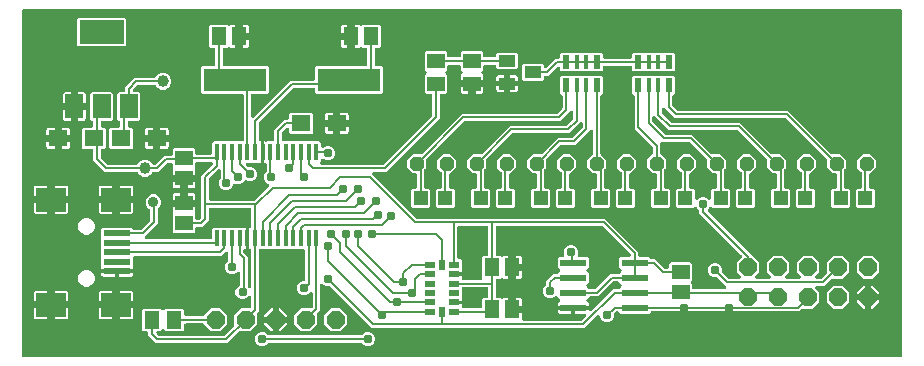
<source format=gbr>
G04 EAGLE Gerber RS-274X export*
G75*
%MOMM*%
%FSLAX34Y34*%
%LPD*%
%INTop Copper*%
%IPPOS*%
%AMOC8*
5,1,8,0,0,1.08239X$1,22.5*%
G01*
%ADD10R,1.300000X1.500000*%
%ADD11R,2.500000X2.000000*%
%ADD12R,2.300000X0.500000*%
%ADD13P,1.319650X8X202.500000*%
%ADD14R,1.500000X2.000000*%
%ADD15R,3.800000X2.000000*%
%ADD16R,1.600000X1.400000*%
%ADD17R,0.900000X0.600000*%
%ADD18R,0.600000X0.900000*%
%ADD19P,1.649562X8X112.500000*%
%ADD20R,0.348000X1.397000*%
%ADD21R,5.334000X1.930400*%
%ADD22R,1.500000X1.300000*%
%ADD23R,0.440000X1.150000*%
%ADD24R,0.630000X1.150000*%
%ADD25R,1.200000X1.200000*%
%ADD26P,1.649562X8X22.500000*%
%ADD27R,2.200000X0.600000*%
%ADD28R,1.400000X1.000000*%
%ADD29C,0.787400*%
%ADD30C,0.203200*%
%ADD31C,0.914400*%
%ADD32C,1.006400*%

G36*
X745962Y2544D02*
X745962Y2544D01*
X745988Y2542D01*
X746135Y2564D01*
X746282Y2581D01*
X746307Y2589D01*
X746333Y2593D01*
X746471Y2648D01*
X746610Y2698D01*
X746632Y2712D01*
X746657Y2722D01*
X746778Y2807D01*
X746903Y2887D01*
X746921Y2906D01*
X746943Y2921D01*
X747042Y3031D01*
X747145Y3138D01*
X747159Y3160D01*
X747176Y3180D01*
X747248Y3310D01*
X747324Y3437D01*
X747332Y3462D01*
X747345Y3485D01*
X747385Y3628D01*
X747430Y3769D01*
X747432Y3795D01*
X747440Y3820D01*
X747459Y4064D01*
X747459Y295936D01*
X747456Y295962D01*
X747458Y295988D01*
X747436Y296135D01*
X747419Y296282D01*
X747411Y296307D01*
X747407Y296333D01*
X747352Y296471D01*
X747302Y296610D01*
X747288Y296632D01*
X747278Y296657D01*
X747193Y296778D01*
X747113Y296903D01*
X747094Y296921D01*
X747079Y296943D01*
X746969Y297042D01*
X746862Y297145D01*
X746840Y297159D01*
X746820Y297176D01*
X746690Y297248D01*
X746563Y297324D01*
X746538Y297332D01*
X746515Y297345D01*
X746372Y297385D01*
X746231Y297430D01*
X746205Y297432D01*
X746180Y297440D01*
X745936Y297459D01*
X4064Y297459D01*
X4038Y297456D01*
X4012Y297458D01*
X3865Y297436D01*
X3718Y297419D01*
X3693Y297411D01*
X3667Y297407D01*
X3529Y297352D01*
X3390Y297302D01*
X3368Y297288D01*
X3343Y297278D01*
X3222Y297193D01*
X3097Y297113D01*
X3079Y297094D01*
X3057Y297079D01*
X2958Y296969D01*
X2855Y296862D01*
X2841Y296840D01*
X2824Y296820D01*
X2752Y296690D01*
X2676Y296563D01*
X2668Y296538D01*
X2655Y296515D01*
X2615Y296372D01*
X2570Y296231D01*
X2568Y296205D01*
X2560Y296180D01*
X2541Y295936D01*
X2541Y4064D01*
X2544Y4038D01*
X2542Y4012D01*
X2564Y3865D01*
X2581Y3718D01*
X2589Y3693D01*
X2593Y3667D01*
X2648Y3529D01*
X2698Y3390D01*
X2712Y3368D01*
X2722Y3343D01*
X2807Y3222D01*
X2887Y3097D01*
X2906Y3079D01*
X2921Y3057D01*
X3031Y2958D01*
X3138Y2855D01*
X3160Y2841D01*
X3180Y2824D01*
X3310Y2752D01*
X3437Y2676D01*
X3462Y2668D01*
X3485Y2655D01*
X3628Y2615D01*
X3769Y2570D01*
X3795Y2568D01*
X3820Y2560D01*
X4064Y2541D01*
X745936Y2541D01*
X745962Y2544D01*
G37*
%LPC*%
G36*
X115577Y14731D02*
X115577Y14731D01*
X109371Y20937D01*
X109371Y23234D01*
X109368Y23260D01*
X109370Y23286D01*
X109348Y23433D01*
X109331Y23580D01*
X109323Y23605D01*
X109319Y23631D01*
X109264Y23769D01*
X109214Y23908D01*
X109200Y23930D01*
X109190Y23955D01*
X109105Y24076D01*
X109025Y24201D01*
X109006Y24219D01*
X108991Y24241D01*
X108881Y24340D01*
X108774Y24443D01*
X108752Y24457D01*
X108732Y24474D01*
X108602Y24546D01*
X108475Y24622D01*
X108450Y24630D01*
X108427Y24643D01*
X108284Y24683D01*
X108143Y24728D01*
X108117Y24730D01*
X108092Y24738D01*
X107848Y24757D01*
X105078Y24757D01*
X103887Y25948D01*
X103887Y42632D01*
X105078Y43823D01*
X119762Y43823D01*
X120843Y42742D01*
X120863Y42726D01*
X120880Y42706D01*
X121000Y42617D01*
X121116Y42525D01*
X121140Y42514D01*
X121161Y42498D01*
X121297Y42440D01*
X121431Y42376D01*
X121457Y42371D01*
X121481Y42360D01*
X121627Y42334D01*
X121772Y42303D01*
X121798Y42303D01*
X121824Y42299D01*
X121972Y42306D01*
X122120Y42309D01*
X122146Y42315D01*
X122172Y42317D01*
X122314Y42358D01*
X122458Y42394D01*
X122481Y42406D01*
X122507Y42413D01*
X122636Y42486D01*
X122768Y42554D01*
X122788Y42571D01*
X122811Y42583D01*
X122997Y42742D01*
X124078Y43823D01*
X138762Y43823D01*
X139953Y42632D01*
X139953Y38862D01*
X139956Y38836D01*
X139954Y38810D01*
X139976Y38663D01*
X139993Y38516D01*
X140001Y38491D01*
X140005Y38465D01*
X140060Y38327D01*
X140110Y38188D01*
X140124Y38166D01*
X140134Y38141D01*
X140219Y38020D01*
X140299Y37895D01*
X140318Y37877D01*
X140333Y37855D01*
X140443Y37756D01*
X140550Y37653D01*
X140572Y37639D01*
X140592Y37622D01*
X140722Y37550D01*
X140849Y37474D01*
X140874Y37466D01*
X140897Y37453D01*
X141040Y37413D01*
X141181Y37368D01*
X141207Y37366D01*
X141232Y37358D01*
X141476Y37339D01*
X155194Y37339D01*
X155220Y37342D01*
X155246Y37340D01*
X155393Y37362D01*
X155540Y37379D01*
X155565Y37387D01*
X155591Y37391D01*
X155729Y37446D01*
X155868Y37496D01*
X155890Y37510D01*
X155915Y37520D01*
X156036Y37605D01*
X156161Y37685D01*
X156179Y37704D01*
X156201Y37719D01*
X156300Y37829D01*
X156403Y37936D01*
X156417Y37958D01*
X156434Y37978D01*
X156468Y38039D01*
X162372Y43943D01*
X170368Y43943D01*
X176023Y38288D01*
X176023Y30292D01*
X170368Y24637D01*
X162372Y24637D01*
X156458Y30551D01*
X156451Y30560D01*
X156371Y30685D01*
X156352Y30703D01*
X156337Y30725D01*
X156227Y30824D01*
X156120Y30927D01*
X156098Y30941D01*
X156078Y30958D01*
X155948Y31030D01*
X155821Y31106D01*
X155796Y31114D01*
X155773Y31127D01*
X155630Y31167D01*
X155489Y31212D01*
X155463Y31214D01*
X155438Y31222D01*
X155194Y31241D01*
X141476Y31241D01*
X141450Y31238D01*
X141424Y31240D01*
X141277Y31218D01*
X141130Y31201D01*
X141105Y31193D01*
X141079Y31189D01*
X140941Y31134D01*
X140802Y31084D01*
X140780Y31070D01*
X140755Y31060D01*
X140634Y30975D01*
X140509Y30895D01*
X140491Y30876D01*
X140469Y30861D01*
X140370Y30751D01*
X140267Y30644D01*
X140253Y30622D01*
X140236Y30602D01*
X140164Y30472D01*
X140088Y30345D01*
X140080Y30320D01*
X140067Y30297D01*
X140027Y30154D01*
X139982Y30013D01*
X139980Y29987D01*
X139972Y29962D01*
X139953Y29718D01*
X139953Y25948D01*
X138762Y24757D01*
X124078Y24757D01*
X122997Y25838D01*
X122977Y25855D01*
X122960Y25874D01*
X122840Y25963D01*
X122724Y26055D01*
X122700Y26066D01*
X122679Y26082D01*
X122543Y26140D01*
X122409Y26204D01*
X122383Y26209D01*
X122359Y26220D01*
X122213Y26246D01*
X122068Y26277D01*
X122042Y26277D01*
X122016Y26281D01*
X121868Y26274D01*
X121720Y26271D01*
X121694Y26265D01*
X121668Y26263D01*
X121526Y26222D01*
X121382Y26186D01*
X121359Y26174D01*
X121333Y26167D01*
X121204Y26094D01*
X121072Y26026D01*
X121052Y26010D01*
X121029Y25997D01*
X120843Y25838D01*
X119762Y24757D01*
X117852Y24757D01*
X117752Y24746D01*
X117652Y24744D01*
X117579Y24726D01*
X117506Y24717D01*
X117411Y24684D01*
X117314Y24659D01*
X117247Y24625D01*
X117177Y24600D01*
X117093Y24545D01*
X117004Y24499D01*
X116947Y24451D01*
X116885Y24411D01*
X116815Y24339D01*
X116738Y24274D01*
X116694Y24214D01*
X116642Y24160D01*
X116591Y24074D01*
X116531Y23993D01*
X116502Y23925D01*
X116464Y23861D01*
X116433Y23766D01*
X116393Y23673D01*
X116380Y23600D01*
X116357Y23529D01*
X116349Y23429D01*
X116332Y23330D01*
X116335Y23256D01*
X116329Y23182D01*
X116344Y23082D01*
X116349Y22982D01*
X116370Y22911D01*
X116381Y22837D01*
X116418Y22744D01*
X116446Y22647D01*
X116482Y22582D01*
X116510Y22513D01*
X116567Y22431D01*
X116616Y22343D01*
X116681Y22267D01*
X116709Y22227D01*
X116735Y22203D01*
X116775Y22157D01*
X117657Y21275D01*
X117756Y21196D01*
X117850Y21112D01*
X117892Y21088D01*
X117930Y21058D01*
X118044Y21004D01*
X118155Y20943D01*
X118201Y20930D01*
X118245Y20909D01*
X118368Y20883D01*
X118490Y20848D01*
X118551Y20843D01*
X118586Y20836D01*
X118634Y20837D01*
X118734Y20829D01*
X173366Y20829D01*
X173492Y20843D01*
X173618Y20850D01*
X173664Y20863D01*
X173712Y20869D01*
X173831Y20911D01*
X173953Y20946D01*
X173995Y20970D01*
X174041Y20986D01*
X174147Y21055D01*
X174257Y21116D01*
X174303Y21156D01*
X174333Y21175D01*
X174367Y21210D01*
X174443Y21275D01*
X181712Y28543D01*
X181728Y28564D01*
X181748Y28581D01*
X181836Y28700D01*
X181928Y28816D01*
X181940Y28840D01*
X181955Y28862D01*
X182014Y28998D01*
X182077Y29131D01*
X182083Y29157D01*
X182093Y29182D01*
X182119Y29328D01*
X182151Y29472D01*
X182150Y29498D01*
X182155Y29525D01*
X182147Y29673D01*
X182145Y29820D01*
X182138Y29846D01*
X182137Y29873D01*
X182117Y29940D01*
X182117Y38288D01*
X187772Y43943D01*
X195228Y43943D01*
X195254Y43946D01*
X195280Y43944D01*
X195427Y43966D01*
X195574Y43983D01*
X195599Y43991D01*
X195625Y43995D01*
X195763Y44050D01*
X195902Y44100D01*
X195924Y44114D01*
X195949Y44124D01*
X196070Y44209D01*
X196195Y44289D01*
X196213Y44308D01*
X196235Y44323D01*
X196334Y44433D01*
X196437Y44540D01*
X196451Y44562D01*
X196468Y44582D01*
X196540Y44712D01*
X196616Y44839D01*
X196624Y44864D01*
X196637Y44887D01*
X196677Y45030D01*
X196722Y45171D01*
X196724Y45197D01*
X196732Y45222D01*
X196751Y45466D01*
X196751Y53059D01*
X196740Y53159D01*
X196738Y53260D01*
X196720Y53332D01*
X196711Y53406D01*
X196678Y53500D01*
X196653Y53598D01*
X196619Y53664D01*
X196594Y53734D01*
X196539Y53818D01*
X196493Y53907D01*
X196445Y53964D01*
X196405Y54026D01*
X196333Y54096D01*
X196268Y54173D01*
X196208Y54217D01*
X196154Y54269D01*
X196068Y54320D01*
X195987Y54380D01*
X195919Y54409D01*
X195855Y54448D01*
X195759Y54478D01*
X195667Y54518D01*
X195594Y54531D01*
X195523Y54554D01*
X195423Y54562D01*
X195324Y54580D01*
X195250Y54576D01*
X195176Y54582D01*
X195076Y54567D01*
X194976Y54562D01*
X194905Y54541D01*
X194831Y54530D01*
X194738Y54493D01*
X194641Y54465D01*
X194576Y54429D01*
X194507Y54401D01*
X194425Y54344D01*
X194337Y54295D01*
X194261Y54230D01*
X194221Y54202D01*
X194197Y54176D01*
X194151Y54136D01*
X192612Y52597D01*
X190417Y51688D01*
X188043Y51688D01*
X185848Y52597D01*
X184169Y54276D01*
X183260Y56471D01*
X183260Y58845D01*
X184169Y61040D01*
X185848Y62719D01*
X186511Y62993D01*
X186578Y63030D01*
X186649Y63059D01*
X186730Y63115D01*
X186816Y63163D01*
X186872Y63214D01*
X186935Y63258D01*
X187001Y63331D01*
X187074Y63397D01*
X187117Y63460D01*
X187168Y63516D01*
X187216Y63603D01*
X187272Y63683D01*
X187300Y63754D01*
X187337Y63821D01*
X187364Y63916D01*
X187400Y64008D01*
X187411Y64083D01*
X187432Y64157D01*
X187444Y64306D01*
X187451Y64352D01*
X187449Y64372D01*
X187451Y64401D01*
X187451Y73731D01*
X187440Y73831D01*
X187438Y73932D01*
X187420Y74004D01*
X187411Y74078D01*
X187378Y74172D01*
X187353Y74270D01*
X187319Y74336D01*
X187294Y74406D01*
X187239Y74490D01*
X187193Y74579D01*
X187145Y74636D01*
X187105Y74698D01*
X187033Y74768D01*
X186968Y74845D01*
X186908Y74889D01*
X186854Y74941D01*
X186768Y74992D01*
X186687Y75052D01*
X186619Y75081D01*
X186555Y75120D01*
X186459Y75150D01*
X186367Y75190D01*
X186294Y75203D01*
X186223Y75226D01*
X186123Y75234D01*
X186024Y75252D01*
X185950Y75248D01*
X185876Y75254D01*
X185776Y75239D01*
X185676Y75234D01*
X185605Y75213D01*
X185531Y75202D01*
X185438Y75165D01*
X185341Y75137D01*
X185276Y75101D01*
X185207Y75073D01*
X185125Y75016D01*
X185037Y74967D01*
X184961Y74902D01*
X184921Y74874D01*
X184897Y74848D01*
X184851Y74808D01*
X183722Y73679D01*
X181527Y72770D01*
X179153Y72770D01*
X176958Y73679D01*
X175279Y75358D01*
X174370Y77553D01*
X174370Y79927D01*
X175279Y82122D01*
X176805Y83648D01*
X176884Y83747D01*
X176968Y83840D01*
X176992Y83883D01*
X177022Y83921D01*
X177076Y84035D01*
X177137Y84146D01*
X177150Y84192D01*
X177171Y84236D01*
X177197Y84359D01*
X177232Y84481D01*
X177237Y84542D01*
X177244Y84576D01*
X177243Y84624D01*
X177251Y84725D01*
X177251Y90522D01*
X177240Y90622D01*
X177238Y90722D01*
X177220Y90795D01*
X177211Y90868D01*
X177178Y90963D01*
X177153Y91060D01*
X177119Y91127D01*
X177094Y91197D01*
X177039Y91281D01*
X176993Y91370D01*
X176945Y91427D01*
X176905Y91489D01*
X176833Y91559D01*
X176768Y91636D01*
X176708Y91680D01*
X176654Y91732D01*
X176568Y91783D01*
X176487Y91843D01*
X176419Y91872D01*
X176355Y91910D01*
X176259Y91941D01*
X176167Y91981D01*
X176094Y91994D01*
X176023Y92017D01*
X175923Y92025D01*
X175824Y92042D01*
X175750Y92039D01*
X175676Y92045D01*
X175576Y92030D01*
X175476Y92025D01*
X175405Y92004D01*
X175331Y91993D01*
X175238Y91956D01*
X175141Y91928D01*
X175076Y91892D01*
X175007Y91864D01*
X174925Y91807D01*
X174837Y91758D01*
X174761Y91693D01*
X174721Y91665D01*
X174697Y91639D01*
X174651Y91599D01*
X171443Y88391D01*
X98206Y88391D01*
X98180Y88388D01*
X98154Y88390D01*
X98007Y88368D01*
X97860Y88351D01*
X97835Y88343D01*
X97809Y88339D01*
X97671Y88284D01*
X97532Y88234D01*
X97510Y88220D01*
X97485Y88210D01*
X97364Y88125D01*
X97239Y88045D01*
X97221Y88026D01*
X97199Y88011D01*
X97100Y87901D01*
X96997Y87794D01*
X96983Y87772D01*
X96966Y87752D01*
X96894Y87622D01*
X96818Y87495D01*
X96810Y87470D01*
X96797Y87447D01*
X96757Y87304D01*
X96712Y87163D01*
X96710Y87137D01*
X96702Y87112D01*
X96683Y86868D01*
X96683Y80035D01*
X96624Y79911D01*
X96555Y79776D01*
X96550Y79754D01*
X96540Y79732D01*
X96508Y79585D01*
X96471Y79438D01*
X96471Y79415D01*
X96466Y79392D01*
X96469Y79241D01*
X96467Y79090D01*
X96472Y79062D01*
X96472Y79043D01*
X96484Y78998D01*
X96511Y78849D01*
X96683Y78208D01*
X96683Y76963D01*
X83150Y76963D01*
X69617Y76963D01*
X69617Y78208D01*
X69789Y78849D01*
X69811Y78998D01*
X69838Y79147D01*
X69837Y79171D01*
X69840Y79194D01*
X69828Y79344D01*
X69820Y79495D01*
X69814Y79518D01*
X69812Y79541D01*
X69765Y79685D01*
X69723Y79830D01*
X69712Y79851D01*
X69705Y79873D01*
X69627Y80003D01*
X69617Y80020D01*
X69617Y87200D01*
X69637Y87292D01*
X69637Y87318D01*
X69641Y87345D01*
X69634Y87493D01*
X69631Y87640D01*
X69625Y87666D01*
X69623Y87693D01*
X69617Y87713D01*
X69617Y95199D01*
X69637Y95291D01*
X69637Y95317D01*
X69641Y95344D01*
X69634Y95491D01*
X69631Y95639D01*
X69625Y95665D01*
X69623Y95692D01*
X69617Y95713D01*
X69617Y103199D01*
X69637Y103291D01*
X69637Y103317D01*
X69641Y103344D01*
X69634Y103491D01*
X69631Y103639D01*
X69625Y103665D01*
X69623Y103692D01*
X69617Y103713D01*
X69617Y110782D01*
X70808Y111973D01*
X95492Y111973D01*
X96530Y110935D01*
X96629Y110856D01*
X96723Y110772D01*
X96765Y110748D01*
X96803Y110718D01*
X96917Y110664D01*
X97028Y110603D01*
X97074Y110590D01*
X97118Y110569D01*
X97241Y110543D01*
X97363Y110508D01*
X97424Y110503D01*
X97459Y110496D01*
X97507Y110497D01*
X97607Y110489D01*
X103006Y110489D01*
X103132Y110503D01*
X103258Y110510D01*
X103304Y110523D01*
X103352Y110529D01*
X103471Y110571D01*
X103593Y110606D01*
X103635Y110630D01*
X103681Y110646D01*
X103787Y110715D01*
X103897Y110776D01*
X103943Y110816D01*
X103973Y110835D01*
X104007Y110870D01*
X104083Y110935D01*
X110805Y117657D01*
X110884Y117756D01*
X110968Y117850D01*
X110992Y117892D01*
X111022Y117930D01*
X111076Y118044D01*
X111137Y118155D01*
X111150Y118201D01*
X111171Y118245D01*
X111197Y118368D01*
X111232Y118490D01*
X111237Y118551D01*
X111244Y118586D01*
X111243Y118634D01*
X111251Y118734D01*
X111251Y126744D01*
X111243Y126820D01*
X111244Y126896D01*
X111223Y126992D01*
X111211Y127090D01*
X111186Y127162D01*
X111169Y127237D01*
X111127Y127325D01*
X111094Y127418D01*
X111052Y127482D01*
X111020Y127551D01*
X110958Y127628D01*
X110905Y127711D01*
X110850Y127764D01*
X110802Y127824D01*
X110725Y127885D01*
X110654Y127953D01*
X110589Y127992D01*
X110529Y128040D01*
X110396Y128108D01*
X110355Y128132D01*
X110337Y128138D01*
X110311Y128151D01*
X110051Y128259D01*
X108193Y130117D01*
X107187Y132544D01*
X107187Y135172D01*
X108193Y137599D01*
X110051Y139457D01*
X112478Y140463D01*
X115106Y140463D01*
X117533Y139457D01*
X119391Y137599D01*
X120397Y135172D01*
X120397Y132544D01*
X119391Y130117D01*
X117795Y128520D01*
X117732Y128441D01*
X117667Y128373D01*
X117654Y128352D01*
X117632Y128327D01*
X117608Y128285D01*
X117578Y128247D01*
X117529Y128144D01*
X117488Y128074D01*
X117482Y128057D01*
X117463Y128022D01*
X117450Y127976D01*
X117429Y127932D01*
X117403Y127809D01*
X117402Y127807D01*
X117382Y127742D01*
X117381Y127730D01*
X117368Y127687D01*
X117363Y127626D01*
X117356Y127592D01*
X117357Y127544D01*
X117349Y127443D01*
X117349Y115577D01*
X115117Y113345D01*
X106861Y105089D01*
X106798Y105011D01*
X106728Y104938D01*
X106690Y104874D01*
X106644Y104816D01*
X106601Y104725D01*
X106550Y104639D01*
X106527Y104568D01*
X106495Y104501D01*
X106474Y104403D01*
X106443Y104307D01*
X106437Y104233D01*
X106422Y104160D01*
X106423Y104060D01*
X106415Y103960D01*
X106426Y103886D01*
X106428Y103812D01*
X106452Y103715D01*
X106467Y103615D01*
X106495Y103546D01*
X106513Y103474D01*
X106559Y103384D01*
X106596Y103291D01*
X106638Y103230D01*
X106672Y103164D01*
X106738Y103087D01*
X106795Y103005D01*
X106850Y102955D01*
X106898Y102899D01*
X106979Y102839D01*
X107054Y102772D01*
X107119Y102736D01*
X107178Y102691D01*
X107271Y102652D01*
X107359Y102603D01*
X107430Y102583D01*
X107498Y102553D01*
X107597Y102536D01*
X107694Y102508D01*
X107794Y102500D01*
X107841Y102492D01*
X107877Y102494D01*
X107938Y102489D01*
X162004Y102489D01*
X162030Y102492D01*
X162056Y102490D01*
X162203Y102512D01*
X162350Y102529D01*
X162375Y102537D01*
X162401Y102541D01*
X162539Y102596D01*
X162678Y102646D01*
X162700Y102660D01*
X162725Y102670D01*
X162846Y102755D01*
X162971Y102835D01*
X162989Y102854D01*
X163011Y102869D01*
X163110Y102979D01*
X163213Y103086D01*
X163227Y103108D01*
X163244Y103128D01*
X163316Y103258D01*
X163392Y103385D01*
X163400Y103410D01*
X163413Y103433D01*
X163453Y103576D01*
X163498Y103717D01*
X163500Y103743D01*
X163508Y103768D01*
X163527Y104012D01*
X163527Y110967D01*
X164718Y112158D01*
X170263Y112158D01*
X170402Y112128D01*
X170428Y112128D01*
X170454Y112124D01*
X170603Y112131D01*
X170750Y112134D01*
X170776Y112140D01*
X170802Y112142D01*
X170858Y112158D01*
X176763Y112158D01*
X176902Y112128D01*
X176928Y112128D01*
X176954Y112124D01*
X177103Y112131D01*
X177250Y112134D01*
X177276Y112140D01*
X177302Y112142D01*
X177358Y112158D01*
X183263Y112158D01*
X183402Y112128D01*
X183428Y112128D01*
X183454Y112124D01*
X183603Y112131D01*
X183750Y112134D01*
X183776Y112140D01*
X183802Y112142D01*
X183858Y112158D01*
X189440Y112158D01*
X189573Y112095D01*
X189708Y112026D01*
X189731Y112020D01*
X189752Y112010D01*
X189900Y111979D01*
X190046Y111942D01*
X190070Y111942D01*
X190093Y111937D01*
X190244Y111940D01*
X190395Y111937D01*
X190422Y111943D01*
X190441Y111943D01*
X190486Y111954D01*
X190635Y111982D01*
X191292Y112158D01*
X191777Y112158D01*
X191777Y103140D01*
X191777Y94122D01*
X191516Y94122D01*
X191490Y94119D01*
X191464Y94121D01*
X191317Y94099D01*
X191170Y94082D01*
X191145Y94074D01*
X191119Y94070D01*
X190981Y94015D01*
X190842Y93965D01*
X190820Y93951D01*
X190795Y93941D01*
X190674Y93857D01*
X190549Y93776D01*
X190531Y93757D01*
X190509Y93742D01*
X190410Y93632D01*
X190307Y93525D01*
X190293Y93503D01*
X190276Y93483D01*
X190204Y93353D01*
X190128Y93226D01*
X190120Y93201D01*
X190107Y93178D01*
X190067Y93035D01*
X190022Y92894D01*
X190020Y92868D01*
X190012Y92843D01*
X189993Y92599D01*
X189993Y91810D01*
X190007Y91684D01*
X190014Y91558D01*
X190027Y91512D01*
X190033Y91464D01*
X190075Y91345D01*
X190110Y91223D01*
X190134Y91181D01*
X190150Y91135D01*
X190219Y91029D01*
X190280Y90919D01*
X190320Y90873D01*
X190339Y90843D01*
X190374Y90809D01*
X190439Y90733D01*
X193549Y87623D01*
X193549Y62413D01*
X193563Y62287D01*
X193570Y62161D01*
X193583Y62115D01*
X193589Y62066D01*
X193631Y61948D01*
X193666Y61826D01*
X193690Y61784D01*
X193706Y61738D01*
X193775Y61632D01*
X193836Y61522D01*
X193876Y61476D01*
X193895Y61446D01*
X193930Y61412D01*
X193995Y61336D01*
X194151Y61180D01*
X194230Y61117D01*
X194302Y61047D01*
X194366Y61009D01*
X194424Y60963D01*
X194515Y60920D01*
X194601Y60868D01*
X194672Y60846D01*
X194739Y60814D01*
X194837Y60793D01*
X194933Y60762D01*
X195007Y60756D01*
X195080Y60741D01*
X195180Y60742D01*
X195280Y60734D01*
X195354Y60745D01*
X195428Y60747D01*
X195525Y60771D01*
X195625Y60786D01*
X195694Y60813D01*
X195766Y60832D01*
X195855Y60878D01*
X195949Y60915D01*
X196010Y60957D01*
X196076Y60991D01*
X196153Y61056D01*
X196235Y61114D01*
X196285Y61169D01*
X196341Y61217D01*
X196401Y61298D01*
X196468Y61372D01*
X196504Y61438D01*
X196548Y61497D01*
X196588Y61589D01*
X196637Y61677D01*
X196657Y61749D01*
X196687Y61817D01*
X196704Y61916D01*
X196732Y62013D01*
X196740Y62113D01*
X196748Y62160D01*
X196746Y62196D01*
X196751Y62257D01*
X196751Y92599D01*
X196748Y92625D01*
X196750Y92651D01*
X196728Y92798D01*
X196711Y92945D01*
X196703Y92970D01*
X196699Y92996D01*
X196644Y93134D01*
X196594Y93273D01*
X196580Y93295D01*
X196570Y93320D01*
X196485Y93441D01*
X196405Y93566D01*
X196386Y93584D01*
X196371Y93606D01*
X196261Y93705D01*
X196154Y93808D01*
X196132Y93822D01*
X196112Y93839D01*
X195982Y93911D01*
X195855Y93987D01*
X195830Y93995D01*
X195807Y94008D01*
X195664Y94048D01*
X195523Y94093D01*
X195497Y94095D01*
X195472Y94103D01*
X195228Y94122D01*
X194823Y94122D01*
X194823Y103140D01*
X194823Y112158D01*
X195228Y112158D01*
X195254Y112161D01*
X195280Y112159D01*
X195427Y112181D01*
X195574Y112198D01*
X195599Y112206D01*
X195625Y112210D01*
X195763Y112265D01*
X195902Y112315D01*
X195924Y112329D01*
X195949Y112339D01*
X196070Y112424D01*
X196195Y112504D01*
X196213Y112523D01*
X196235Y112538D01*
X196334Y112648D01*
X196437Y112755D01*
X196451Y112777D01*
X196468Y112797D01*
X196540Y112927D01*
X196616Y113054D01*
X196624Y113079D01*
X196637Y113102D01*
X196677Y113244D01*
X196722Y113386D01*
X196724Y113412D01*
X196732Y113437D01*
X196751Y113681D01*
X196751Y127508D01*
X196748Y127534D01*
X196750Y127560D01*
X196728Y127707D01*
X196711Y127854D01*
X196703Y127879D01*
X196699Y127905D01*
X196644Y128043D01*
X196594Y128182D01*
X196580Y128204D01*
X196570Y128229D01*
X196485Y128350D01*
X196405Y128475D01*
X196386Y128493D01*
X196371Y128515D01*
X196261Y128614D01*
X196154Y128717D01*
X196132Y128731D01*
X196112Y128748D01*
X195982Y128820D01*
X195855Y128896D01*
X195830Y128904D01*
X195807Y128917D01*
X195664Y128957D01*
X195523Y129002D01*
X195497Y129004D01*
X195472Y129012D01*
X195228Y129031D01*
X162052Y129031D01*
X162026Y129028D01*
X162000Y129030D01*
X161853Y129008D01*
X161706Y128991D01*
X161681Y128983D01*
X161655Y128979D01*
X161517Y128924D01*
X161378Y128874D01*
X161356Y128860D01*
X161331Y128850D01*
X161210Y128765D01*
X161085Y128685D01*
X161067Y128666D01*
X161045Y128651D01*
X160946Y128541D01*
X160843Y128434D01*
X160829Y128412D01*
X160812Y128392D01*
X160740Y128262D01*
X160664Y128135D01*
X160656Y128110D01*
X160643Y128087D01*
X160603Y127944D01*
X160558Y127803D01*
X160556Y127777D01*
X160548Y127752D01*
X160529Y127508D01*
X160529Y118117D01*
X155323Y112911D01*
X150756Y112911D01*
X150730Y112908D01*
X150704Y112910D01*
X150557Y112888D01*
X150410Y112871D01*
X150385Y112863D01*
X150359Y112859D01*
X150221Y112804D01*
X150082Y112754D01*
X150060Y112740D01*
X150035Y112730D01*
X149914Y112645D01*
X149789Y112565D01*
X149771Y112546D01*
X149749Y112531D01*
X149650Y112421D01*
X149547Y112314D01*
X149533Y112292D01*
X149516Y112272D01*
X149444Y112142D01*
X149368Y112015D01*
X149360Y111990D01*
X149347Y111967D01*
X149307Y111824D01*
X149262Y111683D01*
X149260Y111657D01*
X149252Y111632D01*
X149233Y111388D01*
X149233Y108618D01*
X148042Y107427D01*
X131358Y107427D01*
X130167Y108618D01*
X130167Y123302D01*
X130297Y123432D01*
X130298Y123433D01*
X130299Y123434D01*
X130405Y123568D01*
X130514Y123705D01*
X130515Y123706D01*
X130515Y123707D01*
X130589Y123864D01*
X130663Y124020D01*
X130663Y124022D01*
X130664Y124023D01*
X130700Y124195D01*
X130736Y124361D01*
X130736Y124362D01*
X130737Y124364D01*
X130733Y124545D01*
X130730Y124709D01*
X130730Y124711D01*
X130730Y124712D01*
X130688Y124876D01*
X130645Y125047D01*
X130645Y125049D01*
X130644Y125050D01*
X130539Y125271D01*
X130306Y125675D01*
X130167Y126192D01*
X130167Y129913D01*
X138176Y129913D01*
X138202Y129916D01*
X138228Y129914D01*
X138375Y129936D01*
X138522Y129953D01*
X138547Y129961D01*
X138573Y129965D01*
X138711Y130020D01*
X138850Y130070D01*
X138872Y130084D01*
X138897Y130094D01*
X139018Y130179D01*
X139143Y130259D01*
X139161Y130278D01*
X139183Y130293D01*
X139282Y130403D01*
X139385Y130510D01*
X139399Y130532D01*
X139416Y130552D01*
X139488Y130682D01*
X139564Y130809D01*
X139572Y130834D01*
X139585Y130857D01*
X139625Y131000D01*
X139670Y131141D01*
X139672Y131167D01*
X139680Y131192D01*
X139699Y131436D01*
X139699Y132961D01*
X139701Y132961D01*
X139701Y131436D01*
X139704Y131410D01*
X139702Y131384D01*
X139724Y131237D01*
X139741Y131090D01*
X139750Y131065D01*
X139753Y131039D01*
X139808Y130901D01*
X139858Y130762D01*
X139872Y130740D01*
X139882Y130715D01*
X139967Y130594D01*
X140047Y130469D01*
X140066Y130451D01*
X140081Y130429D01*
X140191Y130330D01*
X140298Y130227D01*
X140320Y130213D01*
X140340Y130196D01*
X140470Y130124D01*
X140597Y130048D01*
X140622Y130040D01*
X140645Y130027D01*
X140788Y129987D01*
X140929Y129942D01*
X140955Y129940D01*
X140980Y129932D01*
X141224Y129913D01*
X149233Y129913D01*
X149233Y126192D01*
X149094Y125675D01*
X148861Y125271D01*
X148860Y125270D01*
X148859Y125268D01*
X148793Y125114D01*
X148722Y124951D01*
X148722Y124950D01*
X148721Y124948D01*
X148691Y124781D01*
X148660Y124608D01*
X148660Y124607D01*
X148660Y124605D01*
X148668Y124434D01*
X148677Y124260D01*
X148677Y124259D01*
X148677Y124257D01*
X148724Y124097D01*
X148773Y123925D01*
X148774Y123924D01*
X148774Y123923D01*
X148860Y123770D01*
X148943Y123621D01*
X148944Y123620D01*
X148944Y123618D01*
X149103Y123432D01*
X149233Y123302D01*
X149233Y120532D01*
X149236Y120506D01*
X149234Y120480D01*
X149256Y120333D01*
X149273Y120186D01*
X149281Y120161D01*
X149285Y120135D01*
X149340Y119997D01*
X149390Y119858D01*
X149404Y119836D01*
X149414Y119811D01*
X149499Y119690D01*
X149579Y119565D01*
X149598Y119547D01*
X149613Y119525D01*
X149723Y119426D01*
X149830Y119323D01*
X149852Y119309D01*
X149872Y119292D01*
X150002Y119220D01*
X150129Y119144D01*
X150154Y119136D01*
X150177Y119123D01*
X150320Y119083D01*
X150461Y119038D01*
X150487Y119036D01*
X150512Y119028D01*
X150756Y119009D01*
X152166Y119009D01*
X152292Y119023D01*
X152418Y119030D01*
X152464Y119043D01*
X152512Y119049D01*
X152631Y119091D01*
X152753Y119126D01*
X152795Y119150D01*
X152841Y119166D01*
X152947Y119235D01*
X153057Y119296D01*
X153103Y119336D01*
X153133Y119355D01*
X153167Y119390D01*
X153243Y119455D01*
X153985Y120197D01*
X154064Y120296D01*
X154148Y120390D01*
X154172Y120432D01*
X154202Y120470D01*
X154256Y120584D01*
X154317Y120695D01*
X154330Y120741D01*
X154351Y120785D01*
X154377Y120908D01*
X154412Y121030D01*
X154417Y121091D01*
X154424Y121126D01*
X154423Y121174D01*
X154431Y121274D01*
X154431Y156203D01*
X156663Y158435D01*
X163639Y165411D01*
X163702Y165489D01*
X163772Y165562D01*
X163810Y165626D01*
X163856Y165684D01*
X163899Y165775D01*
X163950Y165861D01*
X163973Y165932D01*
X164005Y165999D01*
X164026Y166097D01*
X164057Y166193D01*
X164063Y166267D01*
X164078Y166340D01*
X164077Y166440D01*
X164085Y166540D01*
X164074Y166614D01*
X164072Y166688D01*
X164048Y166785D01*
X164033Y166885D01*
X164005Y166954D01*
X163987Y167026D01*
X163941Y167116D01*
X163904Y167209D01*
X163862Y167270D01*
X163828Y167336D01*
X163762Y167413D01*
X163705Y167495D01*
X163650Y167545D01*
X163602Y167601D01*
X163521Y167661D01*
X163446Y167728D01*
X163381Y167764D01*
X163322Y167809D01*
X163229Y167848D01*
X163141Y167897D01*
X163070Y167917D01*
X163002Y167947D01*
X162903Y167964D01*
X162806Y167992D01*
X162706Y168000D01*
X162659Y168008D01*
X162623Y168006D01*
X162562Y168011D01*
X150756Y168011D01*
X150730Y168008D01*
X150704Y168010D01*
X150557Y167988D01*
X150410Y167971D01*
X150385Y167963D01*
X150359Y167959D01*
X150221Y167904D01*
X150082Y167854D01*
X150060Y167840D01*
X150035Y167830D01*
X149914Y167745D01*
X149789Y167665D01*
X149771Y167646D01*
X149749Y167631D01*
X149650Y167521D01*
X149547Y167414D01*
X149533Y167392D01*
X149516Y167372D01*
X149444Y167242D01*
X149368Y167115D01*
X149360Y167090D01*
X149347Y167067D01*
X149307Y166924D01*
X149262Y166783D01*
X149260Y166757D01*
X149252Y166732D01*
X149233Y166488D01*
X149233Y163718D01*
X149103Y163588D01*
X149102Y163587D01*
X149101Y163586D01*
X148991Y163448D01*
X148886Y163315D01*
X148885Y163314D01*
X148885Y163313D01*
X148811Y163156D01*
X148737Y163000D01*
X148737Y162998D01*
X148736Y162997D01*
X148697Y162811D01*
X148664Y162659D01*
X148664Y162658D01*
X148663Y162656D01*
X148667Y162468D01*
X148670Y162311D01*
X148670Y162309D01*
X148670Y162308D01*
X148714Y162135D01*
X148725Y162092D01*
X148726Y162085D01*
X148728Y162080D01*
X148755Y161973D01*
X148755Y161971D01*
X148756Y161970D01*
X148852Y161766D01*
X148854Y161761D01*
X148856Y161759D01*
X148861Y161749D01*
X149094Y161345D01*
X149233Y160828D01*
X149233Y157107D01*
X141224Y157107D01*
X141198Y157104D01*
X141172Y157106D01*
X141025Y157084D01*
X140878Y157067D01*
X140853Y157058D01*
X140827Y157055D01*
X140689Y157000D01*
X140550Y156950D01*
X140528Y156936D01*
X140503Y156926D01*
X140382Y156841D01*
X140257Y156761D01*
X140239Y156742D01*
X140217Y156727D01*
X140118Y156617D01*
X140015Y156510D01*
X140001Y156488D01*
X139984Y156468D01*
X139912Y156338D01*
X139836Y156211D01*
X139828Y156186D01*
X139815Y156163D01*
X139775Y156020D01*
X139730Y155879D01*
X139728Y155853D01*
X139720Y155828D01*
X139701Y155584D01*
X139701Y154059D01*
X139699Y154059D01*
X139699Y155584D01*
X139696Y155610D01*
X139698Y155636D01*
X139676Y155783D01*
X139659Y155930D01*
X139650Y155955D01*
X139647Y155981D01*
X139592Y156119D01*
X139542Y156258D01*
X139528Y156280D01*
X139518Y156305D01*
X139433Y156426D01*
X139353Y156551D01*
X139334Y156569D01*
X139319Y156591D01*
X139209Y156690D01*
X139102Y156793D01*
X139080Y156807D01*
X139060Y156824D01*
X138930Y156896D01*
X138803Y156972D01*
X138778Y156980D01*
X138755Y156993D01*
X138612Y157033D01*
X138471Y157078D01*
X138445Y157080D01*
X138420Y157088D01*
X138176Y157107D01*
X130167Y157107D01*
X130167Y160828D01*
X130306Y161345D01*
X130539Y161749D01*
X130540Y161750D01*
X130541Y161752D01*
X130569Y161816D01*
X130592Y161855D01*
X130610Y161913D01*
X130678Y162069D01*
X130678Y162070D01*
X130679Y162072D01*
X130708Y162233D01*
X130740Y162412D01*
X130740Y162413D01*
X130740Y162415D01*
X130732Y162586D01*
X130723Y162760D01*
X130723Y162761D01*
X130723Y162763D01*
X130676Y162923D01*
X130627Y163095D01*
X130626Y163096D01*
X130626Y163097D01*
X130544Y163244D01*
X130457Y163399D01*
X130456Y163400D01*
X130456Y163402D01*
X130297Y163588D01*
X130167Y163718D01*
X130167Y165608D01*
X130164Y165634D01*
X130166Y165660D01*
X130144Y165807D01*
X130127Y165954D01*
X130119Y165979D01*
X130115Y166005D01*
X130060Y166143D01*
X130010Y166282D01*
X129996Y166304D01*
X129986Y166329D01*
X129901Y166450D01*
X129821Y166575D01*
X129802Y166593D01*
X129787Y166615D01*
X129677Y166714D01*
X129570Y166817D01*
X129548Y166831D01*
X129528Y166848D01*
X129398Y166920D01*
X129271Y166996D01*
X129246Y167004D01*
X129223Y167017D01*
X129080Y167057D01*
X128939Y167102D01*
X128913Y167104D01*
X128888Y167112D01*
X128644Y167131D01*
X126354Y167131D01*
X126228Y167117D01*
X126102Y167110D01*
X126056Y167097D01*
X126008Y167091D01*
X125889Y167049D01*
X125767Y167014D01*
X125725Y166990D01*
X125679Y166974D01*
X125573Y166905D01*
X125463Y166844D01*
X125417Y166804D01*
X125387Y166785D01*
X125353Y166750D01*
X125277Y166685D01*
X118103Y159511D01*
X114082Y159511D01*
X114006Y159503D01*
X113929Y159504D01*
X113833Y159483D01*
X113736Y159471D01*
X113664Y159446D01*
X113589Y159429D01*
X113500Y159387D01*
X113407Y159354D01*
X113343Y159312D01*
X113274Y159280D01*
X113197Y159218D01*
X113115Y159165D01*
X113062Y159110D01*
X113002Y159062D01*
X112941Y158985D01*
X112872Y158914D01*
X112833Y158849D01*
X112786Y158789D01*
X112718Y158656D01*
X112694Y158615D01*
X112688Y158597D01*
X112675Y158571D01*
X112669Y158558D01*
X110682Y156571D01*
X108085Y155495D01*
X105275Y155495D01*
X102678Y156571D01*
X100691Y158558D01*
X100685Y158571D01*
X100653Y158630D01*
X100652Y158633D01*
X100649Y158637D01*
X100648Y158638D01*
X100620Y158709D01*
X100564Y158790D01*
X100516Y158876D01*
X100465Y158932D01*
X100421Y158995D01*
X100348Y159061D01*
X100282Y159134D01*
X100219Y159177D01*
X100162Y159228D01*
X100076Y159276D01*
X99995Y159332D01*
X99924Y159360D01*
X99857Y159397D01*
X99763Y159424D01*
X99671Y159460D01*
X99596Y159471D01*
X99522Y159492D01*
X99373Y159504D01*
X99326Y159511D01*
X99307Y159509D01*
X99278Y159511D01*
X72397Y159511D01*
X62991Y168917D01*
X62991Y177404D01*
X62988Y177430D01*
X62990Y177456D01*
X62968Y177603D01*
X62951Y177750D01*
X62943Y177775D01*
X62939Y177801D01*
X62884Y177939D01*
X62834Y178078D01*
X62820Y178100D01*
X62810Y178125D01*
X62725Y178246D01*
X62645Y178371D01*
X62626Y178389D01*
X62611Y178411D01*
X62501Y178510D01*
X62394Y178613D01*
X62372Y178627D01*
X62352Y178644D01*
X62222Y178716D01*
X62095Y178792D01*
X62070Y178800D01*
X62047Y178813D01*
X61904Y178853D01*
X61763Y178898D01*
X61737Y178900D01*
X61712Y178908D01*
X61468Y178927D01*
X54418Y178927D01*
X53227Y180118D01*
X53227Y195802D01*
X54418Y196993D01*
X61468Y196993D01*
X61494Y196996D01*
X61520Y196994D01*
X61667Y197016D01*
X61814Y197033D01*
X61839Y197041D01*
X61865Y197045D01*
X62003Y197100D01*
X62142Y197150D01*
X62164Y197164D01*
X62189Y197174D01*
X62310Y197259D01*
X62435Y197339D01*
X62453Y197358D01*
X62475Y197373D01*
X62574Y197483D01*
X62677Y197590D01*
X62691Y197612D01*
X62708Y197632D01*
X62780Y197762D01*
X62856Y197889D01*
X62864Y197914D01*
X62877Y197937D01*
X62917Y198080D01*
X62962Y198221D01*
X62964Y198247D01*
X62972Y198272D01*
X62991Y198516D01*
X62991Y201324D01*
X62988Y201350D01*
X62990Y201376D01*
X62968Y201523D01*
X62951Y201670D01*
X62943Y201695D01*
X62939Y201721D01*
X62884Y201859D01*
X62834Y201998D01*
X62820Y202020D01*
X62810Y202045D01*
X62725Y202166D01*
X62645Y202291D01*
X62626Y202309D01*
X62611Y202331D01*
X62501Y202430D01*
X62394Y202533D01*
X62372Y202547D01*
X62352Y202564D01*
X62222Y202636D01*
X62095Y202712D01*
X62070Y202720D01*
X62047Y202733D01*
X61904Y202773D01*
X61763Y202818D01*
X61737Y202820D01*
X61712Y202828D01*
X61511Y202844D01*
X60317Y204038D01*
X60317Y225722D01*
X61508Y226913D01*
X78192Y226913D01*
X79383Y225722D01*
X79383Y204038D01*
X78192Y202847D01*
X70612Y202847D01*
X70586Y202844D01*
X70560Y202846D01*
X70413Y202824D01*
X70266Y202807D01*
X70241Y202799D01*
X70215Y202795D01*
X70077Y202740D01*
X69938Y202690D01*
X69916Y202676D01*
X69891Y202666D01*
X69770Y202581D01*
X69645Y202501D01*
X69627Y202482D01*
X69605Y202467D01*
X69506Y202357D01*
X69403Y202250D01*
X69389Y202228D01*
X69372Y202208D01*
X69300Y202078D01*
X69224Y201951D01*
X69216Y201926D01*
X69203Y201903D01*
X69163Y201760D01*
X69118Y201619D01*
X69116Y201593D01*
X69108Y201568D01*
X69089Y201324D01*
X69089Y198516D01*
X69092Y198490D01*
X69090Y198464D01*
X69112Y198317D01*
X69129Y198170D01*
X69137Y198145D01*
X69141Y198119D01*
X69196Y197981D01*
X69246Y197842D01*
X69260Y197820D01*
X69270Y197795D01*
X69355Y197674D01*
X69435Y197549D01*
X69454Y197531D01*
X69469Y197509D01*
X69579Y197410D01*
X69686Y197307D01*
X69708Y197293D01*
X69728Y197276D01*
X69858Y197204D01*
X69985Y197128D01*
X70010Y197120D01*
X70033Y197107D01*
X70176Y197067D01*
X70317Y197022D01*
X70343Y197020D01*
X70368Y197012D01*
X70612Y196993D01*
X72102Y196993D01*
X73293Y195802D01*
X73293Y180118D01*
X72102Y178927D01*
X70612Y178927D01*
X70586Y178924D01*
X70560Y178926D01*
X70413Y178904D01*
X70266Y178887D01*
X70241Y178879D01*
X70215Y178875D01*
X70077Y178820D01*
X69938Y178770D01*
X69916Y178756D01*
X69891Y178746D01*
X69770Y178661D01*
X69645Y178581D01*
X69627Y178562D01*
X69605Y178547D01*
X69506Y178437D01*
X69403Y178330D01*
X69389Y178308D01*
X69372Y178288D01*
X69300Y178158D01*
X69224Y178031D01*
X69216Y178006D01*
X69203Y177983D01*
X69163Y177840D01*
X69118Y177699D01*
X69116Y177673D01*
X69108Y177648D01*
X69089Y177404D01*
X69089Y172074D01*
X69103Y171948D01*
X69110Y171822D01*
X69123Y171776D01*
X69129Y171728D01*
X69171Y171609D01*
X69206Y171487D01*
X69230Y171445D01*
X69246Y171399D01*
X69315Y171293D01*
X69376Y171183D01*
X69416Y171137D01*
X69435Y171107D01*
X69470Y171073D01*
X69535Y170997D01*
X74477Y166055D01*
X74576Y165976D01*
X74670Y165892D01*
X74712Y165868D01*
X74750Y165838D01*
X74864Y165784D01*
X74975Y165723D01*
X75021Y165710D01*
X75065Y165689D01*
X75188Y165663D01*
X75310Y165628D01*
X75371Y165623D01*
X75406Y165616D01*
X75454Y165617D01*
X75554Y165609D01*
X99278Y165609D01*
X99354Y165617D01*
X99431Y165616D01*
X99527Y165637D01*
X99624Y165649D01*
X99696Y165674D01*
X99771Y165691D01*
X99860Y165733D01*
X99953Y165766D01*
X100017Y165808D01*
X100086Y165840D01*
X100163Y165902D01*
X100245Y165955D01*
X100298Y166010D01*
X100358Y166058D01*
X100419Y166135D01*
X100488Y166206D01*
X100527Y166271D01*
X100574Y166331D01*
X100642Y166464D01*
X100666Y166505D01*
X100672Y166523D01*
X100685Y166549D01*
X100691Y166562D01*
X102678Y168549D01*
X105275Y169625D01*
X108085Y169625D01*
X110682Y168549D01*
X112669Y166562D01*
X112675Y166549D01*
X112712Y166482D01*
X112740Y166411D01*
X112796Y166330D01*
X112844Y166244D01*
X112895Y166188D01*
X112939Y166125D01*
X113012Y166059D01*
X113078Y165986D01*
X113141Y165943D01*
X113198Y165892D01*
X113284Y165844D01*
X113365Y165788D01*
X113436Y165760D01*
X113503Y165723D01*
X113597Y165696D01*
X113689Y165660D01*
X113764Y165649D01*
X113838Y165628D01*
X113987Y165616D01*
X114034Y165609D01*
X114053Y165611D01*
X114082Y165609D01*
X114946Y165609D01*
X115072Y165623D01*
X115198Y165630D01*
X115244Y165643D01*
X115292Y165649D01*
X115411Y165691D01*
X115533Y165726D01*
X115575Y165750D01*
X115621Y165766D01*
X115727Y165835D01*
X115837Y165896D01*
X115883Y165936D01*
X115913Y165955D01*
X115947Y165990D01*
X116023Y166055D01*
X123197Y173229D01*
X128644Y173229D01*
X128670Y173232D01*
X128696Y173230D01*
X128843Y173252D01*
X128990Y173269D01*
X129015Y173277D01*
X129041Y173281D01*
X129179Y173336D01*
X129318Y173386D01*
X129340Y173400D01*
X129365Y173410D01*
X129486Y173495D01*
X129611Y173575D01*
X129629Y173594D01*
X129651Y173609D01*
X129750Y173719D01*
X129853Y173826D01*
X129867Y173848D01*
X129884Y173868D01*
X129956Y173998D01*
X130032Y174125D01*
X130040Y174150D01*
X130053Y174173D01*
X130093Y174316D01*
X130138Y174457D01*
X130140Y174483D01*
X130148Y174508D01*
X130167Y174752D01*
X130167Y178402D01*
X131358Y179593D01*
X148042Y179593D01*
X149233Y178402D01*
X149233Y175632D01*
X149236Y175606D01*
X149234Y175580D01*
X149256Y175433D01*
X149273Y175286D01*
X149281Y175261D01*
X149285Y175235D01*
X149340Y175097D01*
X149390Y174958D01*
X149404Y174936D01*
X149414Y174911D01*
X149499Y174790D01*
X149579Y174665D01*
X149598Y174647D01*
X149613Y174625D01*
X149723Y174526D01*
X149830Y174423D01*
X149852Y174409D01*
X149872Y174392D01*
X150002Y174320D01*
X150129Y174244D01*
X150154Y174236D01*
X150177Y174223D01*
X150320Y174183D01*
X150461Y174138D01*
X150487Y174136D01*
X150512Y174128D01*
X150756Y174109D01*
X162004Y174109D01*
X162030Y174112D01*
X162056Y174110D01*
X162203Y174132D01*
X162350Y174149D01*
X162375Y174157D01*
X162401Y174161D01*
X162539Y174216D01*
X162678Y174266D01*
X162700Y174280D01*
X162725Y174290D01*
X162846Y174375D01*
X162971Y174455D01*
X162989Y174474D01*
X163011Y174489D01*
X163110Y174599D01*
X163213Y174706D01*
X163227Y174728D01*
X163244Y174748D01*
X163316Y174878D01*
X163392Y175005D01*
X163400Y175030D01*
X163413Y175053D01*
X163453Y175196D01*
X163498Y175337D01*
X163500Y175363D01*
X163508Y175388D01*
X163527Y175632D01*
X163527Y184087D01*
X164718Y185278D01*
X170263Y185278D01*
X170402Y185248D01*
X170428Y185248D01*
X170454Y185244D01*
X170603Y185251D01*
X170750Y185254D01*
X170776Y185260D01*
X170802Y185262D01*
X170858Y185278D01*
X176763Y185278D01*
X176902Y185248D01*
X176928Y185248D01*
X176954Y185244D01*
X177103Y185251D01*
X177250Y185254D01*
X177276Y185260D01*
X177302Y185262D01*
X177358Y185278D01*
X183263Y185278D01*
X183402Y185248D01*
X183428Y185248D01*
X183454Y185244D01*
X183603Y185251D01*
X183750Y185254D01*
X183776Y185260D01*
X183802Y185262D01*
X183858Y185278D01*
X188728Y185278D01*
X188754Y185281D01*
X188780Y185279D01*
X188927Y185301D01*
X189074Y185318D01*
X189099Y185326D01*
X189125Y185330D01*
X189263Y185385D01*
X189402Y185435D01*
X189424Y185449D01*
X189449Y185459D01*
X189570Y185544D01*
X189695Y185624D01*
X189713Y185643D01*
X189735Y185658D01*
X189834Y185768D01*
X189937Y185875D01*
X189951Y185897D01*
X189968Y185917D01*
X190040Y186047D01*
X190116Y186174D01*
X190124Y186199D01*
X190137Y186222D01*
X190177Y186365D01*
X190222Y186506D01*
X190224Y186532D01*
X190232Y186557D01*
X190251Y186801D01*
X190251Y224282D01*
X190248Y224308D01*
X190250Y224334D01*
X190228Y224481D01*
X190211Y224628D01*
X190203Y224653D01*
X190199Y224679D01*
X190144Y224817D01*
X190094Y224956D01*
X190080Y224978D01*
X190070Y225003D01*
X189985Y225124D01*
X189905Y225249D01*
X189886Y225267D01*
X189871Y225289D01*
X189761Y225388D01*
X189654Y225491D01*
X189632Y225505D01*
X189612Y225522D01*
X189482Y225594D01*
X189355Y225670D01*
X189330Y225678D01*
X189307Y225691D01*
X189164Y225731D01*
X189023Y225776D01*
X188997Y225778D01*
X188972Y225786D01*
X188728Y225805D01*
X155368Y225805D01*
X154177Y226996D01*
X154177Y247984D01*
X155368Y249175D01*
X164728Y249175D01*
X164754Y249178D01*
X164780Y249176D01*
X164927Y249198D01*
X165074Y249215D01*
X165099Y249223D01*
X165125Y249227D01*
X165263Y249282D01*
X165402Y249332D01*
X165424Y249346D01*
X165449Y249356D01*
X165570Y249441D01*
X165695Y249521D01*
X165713Y249540D01*
X165735Y249555D01*
X165834Y249665D01*
X165937Y249772D01*
X165951Y249794D01*
X165968Y249814D01*
X166040Y249944D01*
X166116Y250071D01*
X166124Y250096D01*
X166137Y250119D01*
X166177Y250262D01*
X166222Y250403D01*
X166224Y250429D01*
X166232Y250454D01*
X166251Y250698D01*
X166251Y263264D01*
X166248Y263290D01*
X166250Y263316D01*
X166228Y263463D01*
X166211Y263610D01*
X166203Y263635D01*
X166199Y263661D01*
X166144Y263799D01*
X166094Y263938D01*
X166080Y263960D01*
X166070Y263985D01*
X165985Y264106D01*
X165905Y264231D01*
X165886Y264249D01*
X165871Y264271D01*
X165761Y264370D01*
X165654Y264473D01*
X165632Y264487D01*
X165612Y264504D01*
X165482Y264576D01*
X165355Y264652D01*
X165330Y264660D01*
X165307Y264673D01*
X165164Y264713D01*
X165023Y264758D01*
X164997Y264760D01*
X164972Y264768D01*
X164728Y264787D01*
X161958Y264787D01*
X160767Y265978D01*
X160767Y282662D01*
X161958Y283853D01*
X176642Y283853D01*
X176772Y283723D01*
X176773Y283722D01*
X176774Y283721D01*
X176913Y283611D01*
X177045Y283506D01*
X177046Y283505D01*
X177047Y283505D01*
X177204Y283431D01*
X177360Y283357D01*
X177362Y283357D01*
X177363Y283356D01*
X177535Y283320D01*
X177701Y283284D01*
X177702Y283284D01*
X177704Y283283D01*
X177886Y283287D01*
X178049Y283290D01*
X178051Y283290D01*
X178052Y283290D01*
X178225Y283334D01*
X178387Y283375D01*
X178389Y283375D01*
X178390Y283376D01*
X178611Y283481D01*
X179015Y283714D01*
X179532Y283853D01*
X183253Y283853D01*
X183253Y275844D01*
X183256Y275818D01*
X183254Y275792D01*
X183276Y275645D01*
X183293Y275498D01*
X183301Y275473D01*
X183305Y275447D01*
X183360Y275309D01*
X183410Y275170D01*
X183424Y275148D01*
X183434Y275123D01*
X183519Y275002D01*
X183599Y274877D01*
X183618Y274859D01*
X183633Y274837D01*
X183743Y274738D01*
X183850Y274635D01*
X183872Y274621D01*
X183892Y274604D01*
X184022Y274532D01*
X184149Y274456D01*
X184174Y274448D01*
X184197Y274435D01*
X184340Y274395D01*
X184481Y274350D01*
X184507Y274348D01*
X184532Y274340D01*
X184776Y274321D01*
X186301Y274321D01*
X186301Y274319D01*
X184776Y274319D01*
X184750Y274316D01*
X184724Y274318D01*
X184577Y274296D01*
X184430Y274279D01*
X184405Y274270D01*
X184379Y274267D01*
X184241Y274212D01*
X184102Y274162D01*
X184080Y274148D01*
X184055Y274138D01*
X183934Y274053D01*
X183809Y273973D01*
X183791Y273954D01*
X183769Y273939D01*
X183670Y273829D01*
X183567Y273722D01*
X183553Y273700D01*
X183536Y273680D01*
X183464Y273550D01*
X183388Y273423D01*
X183380Y273398D01*
X183367Y273375D01*
X183327Y273232D01*
X183282Y273091D01*
X183280Y273065D01*
X183272Y273040D01*
X183253Y272796D01*
X183253Y264787D01*
X179532Y264787D01*
X179015Y264926D01*
X178611Y265159D01*
X178610Y265160D01*
X178608Y265161D01*
X178454Y265227D01*
X178291Y265298D01*
X178290Y265298D01*
X178288Y265299D01*
X178121Y265329D01*
X177948Y265360D01*
X177947Y265360D01*
X177945Y265360D01*
X177774Y265352D01*
X177600Y265343D01*
X177599Y265343D01*
X177597Y265343D01*
X177437Y265296D01*
X177265Y265247D01*
X177264Y265246D01*
X177263Y265246D01*
X177116Y265164D01*
X176961Y265077D01*
X176960Y265076D01*
X176958Y265076D01*
X176772Y264917D01*
X176642Y264787D01*
X173872Y264787D01*
X173846Y264784D01*
X173820Y264786D01*
X173673Y264764D01*
X173526Y264747D01*
X173501Y264739D01*
X173475Y264735D01*
X173337Y264680D01*
X173198Y264630D01*
X173176Y264616D01*
X173151Y264606D01*
X173030Y264521D01*
X172905Y264441D01*
X172887Y264422D01*
X172865Y264407D01*
X172766Y264297D01*
X172663Y264190D01*
X172649Y264168D01*
X172632Y264148D01*
X172560Y264018D01*
X172484Y263891D01*
X172476Y263866D01*
X172463Y263843D01*
X172423Y263700D01*
X172378Y263559D01*
X172376Y263533D01*
X172368Y263508D01*
X172349Y263264D01*
X172349Y250698D01*
X172352Y250672D01*
X172350Y250646D01*
X172372Y250499D01*
X172389Y250352D01*
X172397Y250327D01*
X172401Y250301D01*
X172456Y250163D01*
X172506Y250024D01*
X172520Y250002D01*
X172530Y249977D01*
X172615Y249856D01*
X172695Y249731D01*
X172714Y249713D01*
X172729Y249691D01*
X172839Y249592D01*
X172946Y249489D01*
X172968Y249475D01*
X172988Y249458D01*
X173118Y249386D01*
X173245Y249310D01*
X173270Y249302D01*
X173293Y249289D01*
X173436Y249249D01*
X173577Y249204D01*
X173603Y249202D01*
X173628Y249194D01*
X173872Y249175D01*
X210392Y249175D01*
X211583Y247984D01*
X211583Y226996D01*
X210392Y225805D01*
X197872Y225805D01*
X197846Y225802D01*
X197820Y225804D01*
X197673Y225782D01*
X197526Y225765D01*
X197501Y225757D01*
X197475Y225753D01*
X197337Y225698D01*
X197198Y225648D01*
X197176Y225634D01*
X197151Y225624D01*
X197030Y225539D01*
X196905Y225459D01*
X196887Y225440D01*
X196865Y225425D01*
X196766Y225315D01*
X196663Y225208D01*
X196649Y225186D01*
X196632Y225166D01*
X196560Y225036D01*
X196484Y224909D01*
X196476Y224884D01*
X196463Y224861D01*
X196423Y224718D01*
X196378Y224577D01*
X196376Y224551D01*
X196368Y224526D01*
X196349Y224282D01*
X196349Y206878D01*
X196360Y206778D01*
X196362Y206678D01*
X196380Y206605D01*
X196389Y206532D01*
X196422Y206437D01*
X196447Y206340D01*
X196481Y206273D01*
X196506Y206203D01*
X196561Y206119D01*
X196607Y206030D01*
X196655Y205973D01*
X196695Y205911D01*
X196767Y205841D01*
X196832Y205764D01*
X196892Y205720D01*
X196946Y205668D01*
X197032Y205617D01*
X197113Y205557D01*
X197181Y205528D01*
X197245Y205490D01*
X197341Y205459D01*
X197433Y205419D01*
X197506Y205406D01*
X197577Y205383D01*
X197677Y205375D01*
X197776Y205358D01*
X197850Y205361D01*
X197924Y205355D01*
X198024Y205370D01*
X198124Y205375D01*
X198195Y205396D01*
X198269Y205407D01*
X198362Y205444D01*
X198459Y205472D01*
X198524Y205508D01*
X198593Y205536D01*
X198675Y205593D01*
X198763Y205642D01*
X198839Y205707D01*
X198879Y205735D01*
X198903Y205761D01*
X198949Y205801D01*
X227645Y234497D01*
X229877Y236729D01*
X249174Y236729D01*
X249200Y236732D01*
X249226Y236730D01*
X249373Y236752D01*
X249520Y236769D01*
X249545Y236777D01*
X249571Y236781D01*
X249709Y236836D01*
X249848Y236886D01*
X249870Y236900D01*
X249895Y236910D01*
X250016Y236995D01*
X250141Y237075D01*
X250159Y237094D01*
X250181Y237109D01*
X250280Y237219D01*
X250383Y237326D01*
X250397Y237348D01*
X250414Y237368D01*
X250486Y237498D01*
X250562Y237625D01*
X250570Y237650D01*
X250583Y237673D01*
X250623Y237816D01*
X250668Y237957D01*
X250670Y237983D01*
X250678Y238008D01*
X250697Y238252D01*
X250697Y247984D01*
X251888Y249175D01*
X293488Y249175D01*
X293514Y249178D01*
X293540Y249176D01*
X293687Y249198D01*
X293834Y249215D01*
X293859Y249223D01*
X293885Y249227D01*
X294023Y249282D01*
X294162Y249332D01*
X294184Y249346D01*
X294209Y249356D01*
X294330Y249441D01*
X294455Y249521D01*
X294473Y249540D01*
X294495Y249555D01*
X294594Y249665D01*
X294697Y249772D01*
X294711Y249794D01*
X294728Y249814D01*
X294800Y249944D01*
X294876Y250071D01*
X294884Y250096D01*
X294897Y250119D01*
X294937Y250262D01*
X294982Y250403D01*
X294984Y250429D01*
X294992Y250454D01*
X295011Y250698D01*
X295011Y263264D01*
X295008Y263290D01*
X295010Y263316D01*
X294988Y263463D01*
X294971Y263610D01*
X294963Y263635D01*
X294959Y263661D01*
X294904Y263799D01*
X294854Y263938D01*
X294840Y263960D01*
X294830Y263985D01*
X294745Y264106D01*
X294665Y264231D01*
X294646Y264249D01*
X294631Y264271D01*
X294521Y264370D01*
X294414Y264473D01*
X294392Y264487D01*
X294372Y264504D01*
X294242Y264576D01*
X294115Y264652D01*
X294090Y264660D01*
X294067Y264673D01*
X293924Y264713D01*
X293783Y264758D01*
X293757Y264760D01*
X293732Y264768D01*
X293488Y264787D01*
X290718Y264787D01*
X290588Y264917D01*
X290587Y264918D01*
X290586Y264919D01*
X290444Y265032D01*
X290315Y265134D01*
X290314Y265135D01*
X290313Y265135D01*
X290157Y265209D01*
X290000Y265283D01*
X289998Y265283D01*
X289997Y265284D01*
X289828Y265320D01*
X289659Y265356D01*
X289658Y265356D01*
X289656Y265357D01*
X289481Y265353D01*
X289311Y265350D01*
X289309Y265350D01*
X289308Y265350D01*
X289137Y265307D01*
X288973Y265265D01*
X288972Y265265D01*
X288970Y265264D01*
X288749Y265159D01*
X288345Y264926D01*
X287828Y264787D01*
X284107Y264787D01*
X284107Y272796D01*
X284104Y272822D01*
X284106Y272848D01*
X284084Y272995D01*
X284067Y273142D01*
X284058Y273167D01*
X284055Y273193D01*
X284000Y273331D01*
X283950Y273470D01*
X283936Y273492D01*
X283926Y273517D01*
X283841Y273638D01*
X283761Y273763D01*
X283742Y273781D01*
X283727Y273803D01*
X283617Y273902D01*
X283510Y274005D01*
X283488Y274019D01*
X283468Y274036D01*
X283338Y274108D01*
X283211Y274184D01*
X283186Y274192D01*
X283163Y274205D01*
X283020Y274245D01*
X282879Y274290D01*
X282853Y274292D01*
X282828Y274300D01*
X282584Y274319D01*
X281059Y274319D01*
X281059Y274321D01*
X282584Y274321D01*
X282610Y274324D01*
X282636Y274322D01*
X282783Y274344D01*
X282930Y274361D01*
X282955Y274370D01*
X282981Y274373D01*
X283119Y274428D01*
X283258Y274478D01*
X283280Y274492D01*
X283305Y274502D01*
X283426Y274587D01*
X283551Y274667D01*
X283569Y274686D01*
X283591Y274701D01*
X283690Y274811D01*
X283793Y274918D01*
X283807Y274940D01*
X283824Y274960D01*
X283896Y275090D01*
X283972Y275217D01*
X283980Y275242D01*
X283993Y275265D01*
X284033Y275408D01*
X284078Y275549D01*
X284080Y275575D01*
X284088Y275600D01*
X284107Y275844D01*
X284107Y283853D01*
X287828Y283853D01*
X288345Y283714D01*
X288749Y283481D01*
X288750Y283480D01*
X288752Y283479D01*
X288909Y283411D01*
X289069Y283342D01*
X289070Y283342D01*
X289072Y283341D01*
X289247Y283310D01*
X289412Y283280D01*
X289413Y283280D01*
X289415Y283280D01*
X289589Y283288D01*
X289760Y283297D01*
X289761Y283297D01*
X289763Y283297D01*
X289931Y283346D01*
X290095Y283393D01*
X290096Y283394D01*
X290098Y283394D01*
X290252Y283481D01*
X290399Y283562D01*
X290400Y283563D01*
X290402Y283564D01*
X290588Y283723D01*
X290718Y283853D01*
X305402Y283853D01*
X306593Y282662D01*
X306593Y265978D01*
X305402Y264787D01*
X302632Y264787D01*
X302606Y264784D01*
X302580Y264786D01*
X302433Y264764D01*
X302286Y264747D01*
X302261Y264739D01*
X302235Y264735D01*
X302097Y264680D01*
X301958Y264630D01*
X301936Y264616D01*
X301911Y264606D01*
X301790Y264521D01*
X301665Y264441D01*
X301647Y264422D01*
X301625Y264407D01*
X301526Y264297D01*
X301423Y264190D01*
X301409Y264168D01*
X301392Y264148D01*
X301320Y264018D01*
X301244Y263891D01*
X301236Y263866D01*
X301223Y263843D01*
X301183Y263700D01*
X301138Y263559D01*
X301136Y263533D01*
X301128Y263508D01*
X301109Y263264D01*
X301109Y250698D01*
X301112Y250672D01*
X301110Y250646D01*
X301132Y250499D01*
X301149Y250352D01*
X301157Y250327D01*
X301161Y250301D01*
X301216Y250163D01*
X301266Y250024D01*
X301280Y250002D01*
X301290Y249977D01*
X301375Y249856D01*
X301455Y249731D01*
X301474Y249713D01*
X301489Y249691D01*
X301599Y249592D01*
X301706Y249489D01*
X301728Y249475D01*
X301748Y249458D01*
X301878Y249386D01*
X302005Y249310D01*
X302030Y249302D01*
X302053Y249289D01*
X302196Y249249D01*
X302337Y249204D01*
X302363Y249202D01*
X302388Y249194D01*
X302632Y249175D01*
X306912Y249175D01*
X308103Y247984D01*
X308103Y226996D01*
X306912Y225805D01*
X251888Y225805D01*
X250697Y226996D01*
X250697Y229108D01*
X250694Y229134D01*
X250696Y229160D01*
X250674Y229307D01*
X250657Y229454D01*
X250649Y229479D01*
X250645Y229505D01*
X250590Y229643D01*
X250540Y229782D01*
X250526Y229804D01*
X250516Y229829D01*
X250431Y229950D01*
X250351Y230075D01*
X250332Y230093D01*
X250317Y230115D01*
X250207Y230214D01*
X250100Y230317D01*
X250078Y230331D01*
X250058Y230348D01*
X249928Y230420D01*
X249801Y230496D01*
X249776Y230504D01*
X249753Y230517D01*
X249610Y230557D01*
X249469Y230602D01*
X249443Y230604D01*
X249418Y230612D01*
X249174Y230631D01*
X233034Y230631D01*
X232908Y230617D01*
X232782Y230610D01*
X232736Y230597D01*
X232688Y230591D01*
X232569Y230549D01*
X232447Y230514D01*
X232405Y230490D01*
X232359Y230474D01*
X232253Y230405D01*
X232143Y230344D01*
X232097Y230304D01*
X232067Y230285D01*
X232033Y230250D01*
X231957Y230185D01*
X203295Y201523D01*
X203216Y201424D01*
X203132Y201330D01*
X203108Y201288D01*
X203078Y201250D01*
X203024Y201136D01*
X202963Y201025D01*
X202950Y200979D01*
X202929Y200935D01*
X202903Y200812D01*
X202868Y200690D01*
X202863Y200629D01*
X202856Y200594D01*
X202857Y200546D01*
X202849Y200446D01*
X202849Y186801D01*
X202852Y186775D01*
X202850Y186749D01*
X202872Y186602D01*
X202889Y186455D01*
X202897Y186430D01*
X202901Y186404D01*
X202956Y186266D01*
X203006Y186127D01*
X203020Y186105D01*
X203030Y186080D01*
X203115Y185959D01*
X203195Y185834D01*
X203214Y185816D01*
X203229Y185794D01*
X203339Y185695D01*
X203446Y185592D01*
X203468Y185578D01*
X203488Y185561D01*
X203618Y185489D01*
X203745Y185413D01*
X203770Y185405D01*
X203793Y185392D01*
X203936Y185352D01*
X204077Y185307D01*
X204103Y185305D01*
X204128Y185297D01*
X204372Y185278D01*
X204777Y185278D01*
X204777Y176260D01*
X204777Y167242D01*
X204292Y167242D01*
X203635Y167418D01*
X203486Y167440D01*
X203337Y167467D01*
X203314Y167466D01*
X203290Y167469D01*
X203140Y167457D01*
X202989Y167449D01*
X202967Y167443D01*
X202943Y167441D01*
X202800Y167395D01*
X202654Y167353D01*
X202634Y167341D01*
X202611Y167334D01*
X202482Y167256D01*
X202457Y167242D01*
X196837Y167242D01*
X196699Y167272D01*
X196673Y167272D01*
X196646Y167276D01*
X196498Y167269D01*
X196350Y167266D01*
X196325Y167260D01*
X196298Y167258D01*
X196242Y167242D01*
X193807Y167242D01*
X193707Y167231D01*
X193607Y167229D01*
X193534Y167211D01*
X193461Y167202D01*
X193366Y167169D01*
X193269Y167144D01*
X193203Y167110D01*
X193132Y167085D01*
X193048Y167030D01*
X192959Y166984D01*
X192902Y166936D01*
X192840Y166896D01*
X192770Y166824D01*
X192693Y166759D01*
X192649Y166699D01*
X192597Y166645D01*
X192546Y166559D01*
X192486Y166478D01*
X192457Y166410D01*
X192419Y166346D01*
X192388Y166251D01*
X192348Y166158D01*
X192335Y166085D01*
X192312Y166014D01*
X192304Y165914D01*
X192287Y165815D01*
X192290Y165741D01*
X192284Y165667D01*
X192299Y165568D01*
X192304Y165467D01*
X192325Y165396D01*
X192336Y165322D01*
X192373Y165229D01*
X192401Y165132D01*
X192437Y165067D01*
X192465Y164998D01*
X192522Y164916D01*
X192571Y164828D01*
X192636Y164752D01*
X192664Y164712D01*
X192690Y164688D01*
X192730Y164642D01*
X193476Y163896D01*
X193575Y163817D01*
X193669Y163733D01*
X193711Y163709D01*
X193749Y163679D01*
X193863Y163625D01*
X193974Y163564D01*
X194020Y163551D01*
X194064Y163530D01*
X194187Y163504D01*
X194309Y163469D01*
X194370Y163464D01*
X194405Y163457D01*
X194453Y163458D01*
X194553Y163450D01*
X196767Y163450D01*
X198962Y162541D01*
X200641Y160862D01*
X201550Y158667D01*
X201550Y156293D01*
X200641Y154098D01*
X198962Y152419D01*
X196767Y151510D01*
X194393Y151510D01*
X192444Y152317D01*
X192419Y152325D01*
X192395Y152337D01*
X192251Y152372D01*
X192109Y152413D01*
X192083Y152414D01*
X192057Y152421D01*
X191909Y152423D01*
X191761Y152430D01*
X191735Y152425D01*
X191709Y152426D01*
X191564Y152394D01*
X191418Y152367D01*
X191394Y152357D01*
X191368Y152351D01*
X191235Y152288D01*
X191098Y152229D01*
X191077Y152213D01*
X191053Y152202D01*
X190938Y152109D01*
X190819Y152021D01*
X190802Y152001D01*
X190781Y151984D01*
X190689Y151868D01*
X190593Y151755D01*
X190581Y151731D01*
X190565Y151711D01*
X190494Y151571D01*
X188802Y149879D01*
X186607Y148970D01*
X184233Y148970D01*
X183182Y149405D01*
X183157Y149413D01*
X183133Y149425D01*
X182989Y149460D01*
X182847Y149501D01*
X182821Y149502D01*
X182795Y149509D01*
X182647Y149511D01*
X182499Y149518D01*
X182473Y149513D01*
X182447Y149514D01*
X182302Y149482D01*
X182156Y149455D01*
X182132Y149445D01*
X182106Y149439D01*
X181973Y149376D01*
X181836Y149317D01*
X181815Y149301D01*
X181792Y149290D01*
X181676Y149197D01*
X181557Y149109D01*
X181540Y149089D01*
X181519Y149072D01*
X181427Y148956D01*
X181331Y148843D01*
X181319Y148819D01*
X181303Y148799D01*
X181192Y148581D01*
X180321Y146478D01*
X178642Y144799D01*
X176447Y143890D01*
X174073Y143890D01*
X171878Y144799D01*
X170199Y146478D01*
X169290Y148673D01*
X169290Y151047D01*
X170199Y153242D01*
X170305Y153348D01*
X170384Y153447D01*
X170468Y153540D01*
X170492Y153583D01*
X170522Y153621D01*
X170576Y153735D01*
X170637Y153845D01*
X170650Y153892D01*
X170671Y153936D01*
X170697Y154059D01*
X170732Y154181D01*
X170737Y154242D01*
X170744Y154276D01*
X170743Y154324D01*
X170751Y154425D01*
X170751Y160222D01*
X170740Y160322D01*
X170738Y160422D01*
X170720Y160495D01*
X170711Y160568D01*
X170678Y160663D01*
X170653Y160760D01*
X170619Y160827D01*
X170594Y160897D01*
X170539Y160981D01*
X170493Y161070D01*
X170445Y161127D01*
X170405Y161189D01*
X170333Y161259D01*
X170268Y161336D01*
X170208Y161380D01*
X170154Y161432D01*
X170068Y161483D01*
X169987Y161543D01*
X169919Y161572D01*
X169855Y161610D01*
X169759Y161641D01*
X169667Y161681D01*
X169594Y161694D01*
X169523Y161717D01*
X169423Y161725D01*
X169324Y161742D01*
X169250Y161739D01*
X169176Y161745D01*
X169076Y161730D01*
X168976Y161725D01*
X168905Y161704D01*
X168831Y161693D01*
X168738Y161656D01*
X168641Y161628D01*
X168576Y161592D01*
X168507Y161564D01*
X168425Y161507D01*
X168337Y161458D01*
X168261Y161393D01*
X168221Y161365D01*
X168197Y161339D01*
X168151Y161299D01*
X160975Y154123D01*
X160896Y154024D01*
X160812Y153930D01*
X160788Y153888D01*
X160758Y153850D01*
X160704Y153736D01*
X160643Y153625D01*
X160630Y153579D01*
X160609Y153535D01*
X160583Y153412D01*
X160548Y153290D01*
X160543Y153229D01*
X160536Y153194D01*
X160537Y153146D01*
X160529Y153046D01*
X160529Y136652D01*
X160532Y136626D01*
X160530Y136600D01*
X160552Y136453D01*
X160569Y136306D01*
X160577Y136281D01*
X160581Y136255D01*
X160636Y136117D01*
X160686Y135978D01*
X160700Y135956D01*
X160710Y135931D01*
X160795Y135810D01*
X160875Y135685D01*
X160894Y135667D01*
X160909Y135645D01*
X161019Y135546D01*
X161126Y135443D01*
X161148Y135429D01*
X161168Y135412D01*
X161298Y135340D01*
X161425Y135264D01*
X161450Y135256D01*
X161473Y135243D01*
X161616Y135203D01*
X161757Y135158D01*
X161783Y135156D01*
X161808Y135148D01*
X162052Y135129D01*
X198766Y135129D01*
X198892Y135143D01*
X199018Y135150D01*
X199064Y135163D01*
X199112Y135169D01*
X199231Y135211D01*
X199353Y135246D01*
X199395Y135270D01*
X199441Y135286D01*
X199547Y135355D01*
X199657Y135416D01*
X199703Y135456D01*
X199733Y135475D01*
X199767Y135510D01*
X199843Y135575D01*
X211314Y147046D01*
X211408Y147164D01*
X211505Y147279D01*
X211516Y147300D01*
X211531Y147319D01*
X211595Y147455D01*
X211664Y147589D01*
X211670Y147612D01*
X211680Y147634D01*
X211712Y147781D01*
X211748Y147927D01*
X211748Y147951D01*
X211753Y147975D01*
X211751Y148125D01*
X211753Y148275D01*
X211748Y148299D01*
X211747Y148323D01*
X211711Y148469D01*
X211679Y148616D01*
X211668Y148638D01*
X211662Y148661D01*
X211593Y148795D01*
X211529Y148931D01*
X211514Y148950D01*
X211503Y148971D01*
X211405Y149086D01*
X211312Y149203D01*
X211293Y149218D01*
X211277Y149236D01*
X211156Y149326D01*
X211038Y149419D01*
X211012Y149432D01*
X210997Y149444D01*
X210953Y149462D01*
X210820Y149530D01*
X209978Y149879D01*
X208299Y151558D01*
X207390Y153753D01*
X207390Y156127D01*
X208299Y158322D01*
X209305Y159328D01*
X209384Y159427D01*
X209468Y159520D01*
X209492Y159563D01*
X209522Y159601D01*
X209576Y159715D01*
X209637Y159826D01*
X209650Y159872D01*
X209671Y159916D01*
X209697Y160039D01*
X209732Y160161D01*
X209737Y160222D01*
X209744Y160256D01*
X209743Y160304D01*
X209751Y160405D01*
X209751Y165719D01*
X209748Y165745D01*
X209750Y165771D01*
X209728Y165918D01*
X209711Y166065D01*
X209703Y166090D01*
X209699Y166116D01*
X209644Y166254D01*
X209594Y166393D01*
X209580Y166415D01*
X209570Y166440D01*
X209485Y166561D01*
X209405Y166686D01*
X209386Y166704D01*
X209371Y166726D01*
X209261Y166825D01*
X209154Y166928D01*
X209132Y166942D01*
X209112Y166959D01*
X208982Y167031D01*
X208855Y167107D01*
X208830Y167115D01*
X208807Y167128D01*
X208664Y167168D01*
X208523Y167213D01*
X208497Y167215D01*
X208472Y167223D01*
X208228Y167242D01*
X207823Y167242D01*
X207823Y176260D01*
X207823Y185278D01*
X208308Y185278D01*
X208965Y185102D01*
X209114Y185080D01*
X209263Y185053D01*
X209286Y185054D01*
X209310Y185051D01*
X209460Y185063D01*
X209611Y185071D01*
X209633Y185077D01*
X209657Y185079D01*
X209800Y185125D01*
X209946Y185167D01*
X209966Y185179D01*
X209989Y185186D01*
X210118Y185264D01*
X210143Y185278D01*
X214728Y185278D01*
X214754Y185281D01*
X214780Y185279D01*
X214927Y185301D01*
X215074Y185318D01*
X215099Y185326D01*
X215125Y185330D01*
X215263Y185385D01*
X215402Y185435D01*
X215424Y185449D01*
X215449Y185459D01*
X215570Y185544D01*
X215695Y185624D01*
X215713Y185643D01*
X215735Y185658D01*
X215834Y185768D01*
X215937Y185875D01*
X215951Y185897D01*
X215968Y185917D01*
X216040Y186047D01*
X216116Y186174D01*
X216124Y186199D01*
X216137Y186222D01*
X216177Y186365D01*
X216222Y186506D01*
X216224Y186532D01*
X216232Y186557D01*
X216251Y186801D01*
X216251Y195163D01*
X224797Y203709D01*
X227444Y203709D01*
X227470Y203712D01*
X227496Y203710D01*
X227643Y203732D01*
X227790Y203749D01*
X227815Y203757D01*
X227841Y203761D01*
X227979Y203816D01*
X228118Y203866D01*
X228140Y203880D01*
X228165Y203890D01*
X228286Y203975D01*
X228411Y204055D01*
X228429Y204074D01*
X228451Y204089D01*
X228550Y204199D01*
X228653Y204306D01*
X228667Y204328D01*
X228684Y204348D01*
X228756Y204478D01*
X228832Y204605D01*
X228840Y204630D01*
X228853Y204653D01*
X228893Y204796D01*
X228938Y204937D01*
X228940Y204963D01*
X228948Y204988D01*
X228967Y205232D01*
X228967Y208502D01*
X230158Y209693D01*
X247842Y209693D01*
X249033Y208502D01*
X249033Y192818D01*
X247842Y191627D01*
X230158Y191627D01*
X228967Y192818D01*
X228967Y195578D01*
X228956Y195678D01*
X228954Y195778D01*
X228936Y195851D01*
X228927Y195924D01*
X228894Y196019D01*
X228869Y196116D01*
X228835Y196183D01*
X228810Y196253D01*
X228755Y196337D01*
X228709Y196426D01*
X228661Y196483D01*
X228621Y196545D01*
X228549Y196615D01*
X228484Y196692D01*
X228424Y196736D01*
X228370Y196788D01*
X228284Y196839D01*
X228203Y196899D01*
X228135Y196928D01*
X228071Y196966D01*
X227975Y196997D01*
X227883Y197037D01*
X227810Y197050D01*
X227739Y197073D01*
X227639Y197081D01*
X227540Y197098D01*
X227466Y197095D01*
X227392Y197101D01*
X227292Y197086D01*
X227192Y197081D01*
X227121Y197060D01*
X227047Y197049D01*
X226954Y197012D01*
X226857Y196984D01*
X226792Y196948D01*
X226723Y196920D01*
X226641Y196863D01*
X226553Y196814D01*
X226477Y196749D01*
X226437Y196721D01*
X226413Y196695D01*
X226367Y196655D01*
X222795Y193083D01*
X222716Y192984D01*
X222632Y192890D01*
X222608Y192848D01*
X222578Y192810D01*
X222524Y192696D01*
X222463Y192585D01*
X222450Y192539D01*
X222429Y192495D01*
X222403Y192372D01*
X222368Y192250D01*
X222363Y192189D01*
X222356Y192154D01*
X222357Y192106D01*
X222349Y192006D01*
X222349Y186801D01*
X222352Y186775D01*
X222350Y186749D01*
X222372Y186602D01*
X222389Y186455D01*
X222397Y186430D01*
X222401Y186404D01*
X222456Y186266D01*
X222506Y186127D01*
X222520Y186105D01*
X222530Y186080D01*
X222615Y185959D01*
X222695Y185834D01*
X222714Y185816D01*
X222729Y185794D01*
X222839Y185695D01*
X222946Y185592D01*
X222968Y185578D01*
X222988Y185561D01*
X223118Y185489D01*
X223245Y185413D01*
X223270Y185405D01*
X223293Y185392D01*
X223436Y185352D01*
X223577Y185307D01*
X223603Y185305D01*
X223628Y185297D01*
X223872Y185278D01*
X228763Y185278D01*
X228902Y185248D01*
X228928Y185248D01*
X228954Y185244D01*
X229103Y185251D01*
X229250Y185254D01*
X229276Y185260D01*
X229302Y185262D01*
X229358Y185278D01*
X235263Y185278D01*
X235402Y185248D01*
X235428Y185248D01*
X235454Y185244D01*
X235603Y185251D01*
X235750Y185254D01*
X235776Y185260D01*
X235802Y185262D01*
X235858Y185278D01*
X241763Y185278D01*
X241902Y185248D01*
X241928Y185248D01*
X241954Y185244D01*
X242103Y185251D01*
X242250Y185254D01*
X242276Y185260D01*
X242302Y185262D01*
X242358Y185278D01*
X248263Y185278D01*
X248402Y185248D01*
X248428Y185248D01*
X248454Y185244D01*
X248603Y185251D01*
X248750Y185254D01*
X248776Y185260D01*
X248802Y185262D01*
X248858Y185278D01*
X254382Y185278D01*
X255573Y184087D01*
X255573Y181333D01*
X255584Y181233D01*
X255586Y181132D01*
X255604Y181060D01*
X255613Y180986D01*
X255646Y180892D01*
X255671Y180794D01*
X255705Y180728D01*
X255730Y180658D01*
X255785Y180574D01*
X255831Y180485D01*
X255879Y180428D01*
X255919Y180366D01*
X255991Y180296D01*
X256056Y180219D01*
X256116Y180175D01*
X256170Y180123D01*
X256256Y180072D01*
X256337Y180012D01*
X256405Y179983D01*
X256469Y179944D01*
X256564Y179914D01*
X256657Y179874D01*
X256730Y179861D01*
X256801Y179838D01*
X256901Y179830D01*
X257000Y179812D01*
X257074Y179816D01*
X257148Y179810D01*
X257247Y179825D01*
X257348Y179830D01*
X257419Y179851D01*
X257493Y179862D01*
X257586Y179899D01*
X257683Y179927D01*
X257748Y179963D01*
X257817Y179991D01*
X257899Y180048D01*
X257987Y180097D01*
X258063Y180162D01*
X258103Y180190D01*
X258127Y180216D01*
X258173Y180256D01*
X258238Y180321D01*
X260433Y181230D01*
X262807Y181230D01*
X265002Y180321D01*
X266681Y178642D01*
X267590Y176447D01*
X267590Y174073D01*
X266681Y171878D01*
X265002Y170199D01*
X262807Y169290D01*
X260433Y169290D01*
X258238Y170199D01*
X258173Y170264D01*
X258095Y170327D01*
X258022Y170397D01*
X257958Y170435D01*
X257900Y170481D01*
X257809Y170524D01*
X257723Y170576D01*
X257652Y170598D01*
X257585Y170630D01*
X257487Y170651D01*
X257391Y170682D01*
X257317Y170688D01*
X257244Y170703D01*
X257144Y170702D01*
X257044Y170710D01*
X256970Y170699D01*
X256896Y170697D01*
X256798Y170673D01*
X256699Y170658D01*
X256630Y170631D01*
X256558Y170612D01*
X256469Y170566D01*
X256375Y170529D01*
X256314Y170487D01*
X256248Y170453D01*
X256171Y170388D01*
X256089Y170330D01*
X256039Y170275D01*
X255983Y170227D01*
X255923Y170146D01*
X255856Y170072D01*
X255820Y170006D01*
X255776Y169947D01*
X255736Y169855D01*
X255687Y169767D01*
X255667Y169695D01*
X255637Y169627D01*
X255620Y169528D01*
X255592Y169431D01*
X255584Y169331D01*
X255576Y169284D01*
X255578Y169248D01*
X255573Y169187D01*
X255573Y168433D01*
X255349Y168209D01*
X255286Y168131D01*
X255217Y168058D01*
X255178Y167994D01*
X255132Y167936D01*
X255089Y167845D01*
X255038Y167759D01*
X255015Y167688D01*
X254983Y167621D01*
X254962Y167523D01*
X254932Y167427D01*
X254926Y167353D01*
X254910Y167280D01*
X254912Y167180D01*
X254904Y167080D01*
X254915Y167006D01*
X254916Y166932D01*
X254940Y166835D01*
X254955Y166735D01*
X254983Y166666D01*
X255001Y166594D01*
X255047Y166505D01*
X255084Y166411D01*
X255126Y166350D01*
X255160Y166284D01*
X255226Y166207D01*
X255283Y166125D01*
X255338Y166075D01*
X255386Y166019D01*
X255467Y165959D01*
X255542Y165892D01*
X255607Y165856D01*
X255667Y165811D01*
X255759Y165772D01*
X255847Y165723D01*
X255918Y165703D01*
X255987Y165673D01*
X256085Y165656D01*
X256182Y165628D01*
X256282Y165620D01*
X256330Y165612D01*
X256365Y165614D01*
X256426Y165609D01*
X307986Y165609D01*
X308112Y165623D01*
X308238Y165630D01*
X308284Y165643D01*
X308332Y165649D01*
X308451Y165691D01*
X308573Y165726D01*
X308615Y165750D01*
X308661Y165766D01*
X308767Y165835D01*
X308877Y165896D01*
X308923Y165936D01*
X308953Y165955D01*
X308987Y165990D01*
X309063Y166055D01*
X349565Y206557D01*
X349644Y206656D01*
X349728Y206750D01*
X349752Y206792D01*
X349782Y206830D01*
X349836Y206944D01*
X349897Y207055D01*
X349910Y207101D01*
X349931Y207145D01*
X349957Y207268D01*
X349992Y207390D01*
X349997Y207451D01*
X350004Y207486D01*
X350003Y207534D01*
X350011Y207634D01*
X350011Y224284D01*
X350008Y224310D01*
X350010Y224336D01*
X349988Y224483D01*
X349971Y224630D01*
X349963Y224655D01*
X349959Y224681D01*
X349904Y224819D01*
X349854Y224958D01*
X349840Y224980D01*
X349830Y225005D01*
X349745Y225126D01*
X349665Y225251D01*
X349646Y225269D01*
X349631Y225291D01*
X349521Y225390D01*
X349414Y225493D01*
X349392Y225507D01*
X349372Y225524D01*
X349242Y225596D01*
X349115Y225672D01*
X349090Y225680D01*
X349067Y225693D01*
X348924Y225733D01*
X348783Y225778D01*
X348757Y225780D01*
X348732Y225788D01*
X348488Y225807D01*
X344718Y225807D01*
X343527Y226998D01*
X343527Y241682D01*
X344608Y242763D01*
X344624Y242783D01*
X344644Y242800D01*
X344733Y242920D01*
X344825Y243036D01*
X344836Y243060D01*
X344852Y243081D01*
X344910Y243217D01*
X344974Y243351D01*
X344979Y243377D01*
X344990Y243401D01*
X345016Y243547D01*
X345047Y243692D01*
X345047Y243718D01*
X345051Y243744D01*
X345044Y243892D01*
X345041Y244040D01*
X345035Y244066D01*
X345033Y244092D01*
X344992Y244234D01*
X344956Y244378D01*
X344944Y244401D01*
X344937Y244427D01*
X344864Y244556D01*
X344796Y244688D01*
X344779Y244708D01*
X344767Y244731D01*
X344608Y244917D01*
X343527Y245998D01*
X343527Y260682D01*
X344718Y261873D01*
X361402Y261873D01*
X362593Y260682D01*
X362593Y257912D01*
X362596Y257886D01*
X362594Y257860D01*
X362616Y257713D01*
X362633Y257566D01*
X362641Y257541D01*
X362645Y257515D01*
X362700Y257377D01*
X362750Y257238D01*
X362764Y257216D01*
X362774Y257191D01*
X362859Y257070D01*
X362939Y256945D01*
X362958Y256927D01*
X362973Y256905D01*
X363083Y256806D01*
X363190Y256703D01*
X363212Y256689D01*
X363232Y256672D01*
X363362Y256600D01*
X363489Y256524D01*
X363514Y256516D01*
X363537Y256503D01*
X363680Y256463D01*
X363821Y256418D01*
X363847Y256416D01*
X363872Y256408D01*
X364116Y256389D01*
X372484Y256389D01*
X372510Y256392D01*
X372536Y256390D01*
X372683Y256412D01*
X372830Y256429D01*
X372855Y256437D01*
X372881Y256441D01*
X373019Y256496D01*
X373158Y256546D01*
X373180Y256560D01*
X373205Y256570D01*
X373326Y256655D01*
X373451Y256735D01*
X373469Y256754D01*
X373491Y256769D01*
X373590Y256879D01*
X373693Y256986D01*
X373707Y257008D01*
X373724Y257028D01*
X373796Y257158D01*
X373872Y257285D01*
X373880Y257310D01*
X373893Y257333D01*
X373933Y257476D01*
X373978Y257617D01*
X373980Y257643D01*
X373988Y257668D01*
X374007Y257912D01*
X374007Y260682D01*
X375198Y261873D01*
X391882Y261873D01*
X393073Y260682D01*
X393073Y257912D01*
X393076Y257886D01*
X393074Y257860D01*
X393096Y257713D01*
X393113Y257566D01*
X393121Y257541D01*
X393125Y257515D01*
X393180Y257377D01*
X393230Y257238D01*
X393244Y257216D01*
X393254Y257191D01*
X393339Y257070D01*
X393419Y256945D01*
X393438Y256927D01*
X393453Y256905D01*
X393563Y256806D01*
X393670Y256703D01*
X393692Y256689D01*
X393712Y256672D01*
X393842Y256600D01*
X393969Y256524D01*
X393994Y256516D01*
X394017Y256503D01*
X394160Y256463D01*
X394301Y256418D01*
X394327Y256416D01*
X394352Y256408D01*
X394596Y256389D01*
X402624Y256389D01*
X402650Y256392D01*
X402676Y256390D01*
X402823Y256412D01*
X402970Y256429D01*
X402995Y256437D01*
X403021Y256441D01*
X403159Y256496D01*
X403298Y256546D01*
X403320Y256560D01*
X403345Y256570D01*
X403466Y256655D01*
X403591Y256735D01*
X403609Y256754D01*
X403631Y256769D01*
X403730Y256879D01*
X403833Y256986D01*
X403847Y257008D01*
X403864Y257028D01*
X403936Y257158D01*
X404012Y257285D01*
X404020Y257310D01*
X404033Y257333D01*
X404073Y257476D01*
X404118Y257617D01*
X404120Y257643D01*
X404128Y257668D01*
X404147Y257912D01*
X404147Y259182D01*
X405338Y260373D01*
X421022Y260373D01*
X422213Y259182D01*
X422213Y247498D01*
X421022Y246307D01*
X405338Y246307D01*
X404147Y247498D01*
X404147Y248768D01*
X404144Y248794D01*
X404146Y248820D01*
X404124Y248967D01*
X404107Y249114D01*
X404099Y249139D01*
X404095Y249165D01*
X404040Y249303D01*
X403990Y249442D01*
X403976Y249464D01*
X403966Y249489D01*
X403881Y249610D01*
X403801Y249735D01*
X403782Y249753D01*
X403767Y249775D01*
X403657Y249874D01*
X403550Y249977D01*
X403528Y249991D01*
X403508Y250008D01*
X403378Y250080D01*
X403251Y250156D01*
X403226Y250164D01*
X403203Y250177D01*
X403060Y250217D01*
X402919Y250262D01*
X402893Y250264D01*
X402868Y250272D01*
X402624Y250291D01*
X394596Y250291D01*
X394570Y250288D01*
X394544Y250290D01*
X394397Y250268D01*
X394250Y250251D01*
X394225Y250243D01*
X394199Y250239D01*
X394061Y250184D01*
X393922Y250134D01*
X393900Y250120D01*
X393875Y250110D01*
X393754Y250025D01*
X393629Y249945D01*
X393611Y249926D01*
X393589Y249911D01*
X393490Y249801D01*
X393387Y249694D01*
X393373Y249672D01*
X393356Y249652D01*
X393284Y249522D01*
X393208Y249395D01*
X393200Y249370D01*
X393187Y249347D01*
X393147Y249204D01*
X393102Y249063D01*
X393100Y249037D01*
X393092Y249012D01*
X393073Y248768D01*
X393073Y245998D01*
X391950Y244876D01*
X391919Y244836D01*
X391881Y244801D01*
X391811Y244700D01*
X391734Y244603D01*
X391712Y244557D01*
X391683Y244514D01*
X391638Y244399D01*
X391585Y244288D01*
X391574Y244238D01*
X391555Y244190D01*
X391537Y244068D01*
X391511Y243947D01*
X391512Y243896D01*
X391505Y243845D01*
X391515Y243722D01*
X391517Y243598D01*
X391530Y243549D01*
X391534Y243498D01*
X391572Y243380D01*
X391602Y243260D01*
X391626Y243215D01*
X391642Y243166D01*
X391706Y243060D01*
X391762Y242951D01*
X391795Y242912D01*
X391822Y242868D01*
X391908Y242779D01*
X391988Y242685D01*
X392029Y242655D01*
X392065Y242618D01*
X392266Y242479D01*
X392268Y242478D01*
X392288Y242467D01*
X392667Y242088D01*
X392934Y241625D01*
X393073Y241108D01*
X393073Y237387D01*
X385064Y237387D01*
X385038Y237384D01*
X385012Y237386D01*
X384865Y237364D01*
X384718Y237347D01*
X384693Y237338D01*
X384667Y237335D01*
X384529Y237280D01*
X384390Y237230D01*
X384368Y237216D01*
X384343Y237206D01*
X384222Y237121D01*
X384097Y237041D01*
X384079Y237022D01*
X384057Y237007D01*
X383958Y236897D01*
X383855Y236790D01*
X383841Y236768D01*
X383824Y236748D01*
X383752Y236618D01*
X383676Y236491D01*
X383668Y236466D01*
X383655Y236443D01*
X383615Y236300D01*
X383570Y236159D01*
X383568Y236133D01*
X383560Y236108D01*
X383541Y235864D01*
X383541Y234339D01*
X383539Y234339D01*
X383539Y235864D01*
X383536Y235890D01*
X383538Y235916D01*
X383516Y236063D01*
X383499Y236210D01*
X383490Y236235D01*
X383487Y236261D01*
X383432Y236399D01*
X383382Y236538D01*
X383368Y236560D01*
X383358Y236585D01*
X383273Y236706D01*
X383193Y236831D01*
X383174Y236849D01*
X383159Y236871D01*
X383049Y236970D01*
X382942Y237073D01*
X382920Y237087D01*
X382900Y237104D01*
X382770Y237176D01*
X382643Y237252D01*
X382618Y237260D01*
X382595Y237273D01*
X382452Y237313D01*
X382311Y237358D01*
X382285Y237360D01*
X382260Y237368D01*
X382016Y237387D01*
X374007Y237387D01*
X374007Y241108D01*
X374146Y241625D01*
X374413Y242088D01*
X374792Y242467D01*
X374814Y242479D01*
X374855Y242510D01*
X374900Y242533D01*
X374995Y242613D01*
X375094Y242687D01*
X375127Y242726D01*
X375166Y242759D01*
X375239Y242858D01*
X375319Y242953D01*
X375343Y242998D01*
X375373Y243039D01*
X375422Y243153D01*
X375478Y243263D01*
X375491Y243312D01*
X375511Y243359D01*
X375533Y243481D01*
X375563Y243601D01*
X375564Y243652D01*
X375573Y243702D01*
X375566Y243826D01*
X375568Y243949D01*
X375557Y243999D01*
X375555Y244050D01*
X375521Y244169D01*
X375494Y244290D01*
X375472Y244336D01*
X375458Y244385D01*
X375398Y244493D01*
X375345Y244605D01*
X375313Y244645D01*
X375288Y244689D01*
X375130Y244876D01*
X374007Y245998D01*
X374007Y248768D01*
X374004Y248794D01*
X374006Y248820D01*
X373984Y248967D01*
X373967Y249114D01*
X373959Y249139D01*
X373955Y249165D01*
X373900Y249303D01*
X373850Y249442D01*
X373836Y249464D01*
X373826Y249489D01*
X373741Y249610D01*
X373661Y249735D01*
X373642Y249753D01*
X373627Y249775D01*
X373517Y249874D01*
X373410Y249977D01*
X373388Y249991D01*
X373368Y250008D01*
X373238Y250080D01*
X373111Y250156D01*
X373086Y250164D01*
X373063Y250177D01*
X372920Y250217D01*
X372779Y250262D01*
X372753Y250264D01*
X372728Y250272D01*
X372484Y250291D01*
X364116Y250291D01*
X364090Y250288D01*
X364064Y250290D01*
X363917Y250268D01*
X363770Y250251D01*
X363745Y250243D01*
X363719Y250239D01*
X363581Y250184D01*
X363442Y250134D01*
X363420Y250120D01*
X363395Y250110D01*
X363274Y250025D01*
X363149Y249945D01*
X363131Y249926D01*
X363109Y249911D01*
X363010Y249801D01*
X362907Y249694D01*
X362893Y249672D01*
X362876Y249652D01*
X362804Y249522D01*
X362728Y249395D01*
X362720Y249370D01*
X362707Y249347D01*
X362667Y249204D01*
X362622Y249063D01*
X362620Y249037D01*
X362612Y249012D01*
X362593Y248768D01*
X362593Y245998D01*
X361512Y244917D01*
X361495Y244897D01*
X361476Y244880D01*
X361387Y244760D01*
X361295Y244644D01*
X361284Y244620D01*
X361268Y244599D01*
X361210Y244463D01*
X361146Y244329D01*
X361141Y244303D01*
X361130Y244279D01*
X361104Y244133D01*
X361073Y243988D01*
X361073Y243962D01*
X361069Y243936D01*
X361076Y243788D01*
X361079Y243640D01*
X361085Y243614D01*
X361087Y243588D01*
X361128Y243446D01*
X361164Y243302D01*
X361176Y243279D01*
X361183Y243253D01*
X361256Y243124D01*
X361324Y242992D01*
X361340Y242972D01*
X361353Y242949D01*
X361512Y242763D01*
X362593Y241682D01*
X362593Y226998D01*
X361402Y225807D01*
X357632Y225807D01*
X357606Y225804D01*
X357580Y225806D01*
X357433Y225784D01*
X357286Y225767D01*
X357261Y225759D01*
X357235Y225755D01*
X357097Y225700D01*
X356958Y225650D01*
X356936Y225636D01*
X356911Y225626D01*
X356790Y225541D01*
X356665Y225461D01*
X356647Y225442D01*
X356625Y225427D01*
X356526Y225317D01*
X356423Y225210D01*
X356409Y225188D01*
X356392Y225168D01*
X356320Y225038D01*
X356244Y224911D01*
X356236Y224886D01*
X356223Y224863D01*
X356183Y224720D01*
X356138Y224579D01*
X356136Y224553D01*
X356128Y224528D01*
X356109Y224284D01*
X356109Y204477D01*
X311143Y159511D01*
X300598Y159511D01*
X300498Y159500D01*
X300398Y159498D01*
X300325Y159480D01*
X300252Y159471D01*
X300157Y159437D01*
X300060Y159413D01*
X299994Y159379D01*
X299923Y159354D01*
X299839Y159299D01*
X299750Y159253D01*
X299693Y159205D01*
X299631Y159165D01*
X299561Y159093D01*
X299484Y159028D01*
X299440Y158968D01*
X299388Y158914D01*
X299337Y158828D01*
X299277Y158747D01*
X299248Y158679D01*
X299210Y158615D01*
X299179Y158519D01*
X299139Y158427D01*
X299126Y158354D01*
X299103Y158283D01*
X299095Y158183D01*
X299078Y158084D01*
X299081Y158010D01*
X299075Y157936D01*
X299090Y157836D01*
X299095Y157736D01*
X299116Y157665D01*
X299127Y157591D01*
X299164Y157498D01*
X299192Y157401D01*
X299228Y157336D01*
X299256Y157267D01*
X299313Y157185D01*
X299362Y157097D01*
X299427Y157021D01*
X299455Y156981D01*
X299481Y156957D01*
X299521Y156911D01*
X300675Y155757D01*
X336097Y120335D01*
X336196Y120256D01*
X336290Y120172D01*
X336332Y120148D01*
X336370Y120118D01*
X336484Y120064D01*
X336595Y120003D01*
X336641Y119990D01*
X336685Y119969D01*
X336808Y119943D01*
X336930Y119908D01*
X336991Y119903D01*
X337026Y119896D01*
X337074Y119897D01*
X337174Y119889D01*
X373311Y119889D01*
X373329Y119891D01*
X373357Y119889D01*
X374854Y119935D01*
X374949Y119908D01*
X375044Y119901D01*
X375090Y119892D01*
X375128Y119894D01*
X375193Y119889D01*
X399082Y119889D01*
X399103Y119891D01*
X399124Y119889D01*
X399276Y119911D01*
X399428Y119929D01*
X399448Y119936D01*
X399469Y119939D01*
X399699Y120019D01*
X399969Y120139D01*
X400353Y119991D01*
X400506Y119951D01*
X400658Y119908D01*
X400678Y119907D01*
X400690Y119903D01*
X400731Y119902D01*
X400901Y119889D01*
X496563Y119889D01*
X524349Y92103D01*
X524349Y89106D01*
X524352Y89080D01*
X524350Y89054D01*
X524372Y88907D01*
X524389Y88760D01*
X524397Y88735D01*
X524401Y88709D01*
X524456Y88571D01*
X524506Y88432D01*
X524520Y88410D01*
X524530Y88385D01*
X524615Y88264D01*
X524695Y88139D01*
X524714Y88121D01*
X524729Y88099D01*
X524839Y88000D01*
X524946Y87897D01*
X524968Y87883D01*
X524988Y87866D01*
X525118Y87794D01*
X525245Y87718D01*
X525270Y87710D01*
X525293Y87697D01*
X525436Y87657D01*
X525577Y87612D01*
X525603Y87610D01*
X525628Y87602D01*
X525872Y87583D01*
X533142Y87583D01*
X534680Y86045D01*
X534779Y85966D01*
X534873Y85882D01*
X534915Y85858D01*
X534953Y85828D01*
X535067Y85774D01*
X535178Y85713D01*
X535224Y85700D01*
X535268Y85679D01*
X535391Y85653D01*
X535513Y85618D01*
X535574Y85613D01*
X535609Y85606D01*
X535657Y85607D01*
X535757Y85599D01*
X538473Y85599D01*
X546037Y78035D01*
X546136Y77956D01*
X546230Y77872D01*
X546272Y77848D01*
X546310Y77818D01*
X546424Y77764D01*
X546535Y77703D01*
X546581Y77690D01*
X546625Y77669D01*
X546748Y77643D01*
X546870Y77608D01*
X546931Y77603D01*
X546966Y77596D01*
X547014Y77597D01*
X547114Y77589D01*
X549014Y77589D01*
X549040Y77592D01*
X549066Y77590D01*
X549213Y77612D01*
X549360Y77629D01*
X549385Y77637D01*
X549411Y77641D01*
X549549Y77696D01*
X549688Y77746D01*
X549710Y77760D01*
X549735Y77770D01*
X549856Y77855D01*
X549981Y77935D01*
X549999Y77954D01*
X550021Y77969D01*
X550120Y78079D01*
X550223Y78186D01*
X550237Y78208D01*
X550254Y78228D01*
X550326Y78358D01*
X550402Y78485D01*
X550410Y78510D01*
X550423Y78533D01*
X550463Y78676D01*
X550508Y78817D01*
X550510Y78843D01*
X550518Y78868D01*
X550537Y79112D01*
X550537Y81882D01*
X551728Y83073D01*
X568412Y83073D01*
X569603Y81882D01*
X569603Y67198D01*
X569473Y67068D01*
X569472Y67067D01*
X569471Y67066D01*
X569361Y66928D01*
X569256Y66795D01*
X569255Y66794D01*
X569255Y66793D01*
X569179Y66632D01*
X569107Y66480D01*
X569107Y66478D01*
X569106Y66477D01*
X569070Y66305D01*
X569034Y66139D01*
X569034Y66138D01*
X569033Y66136D01*
X569037Y65953D01*
X569040Y65791D01*
X569040Y65789D01*
X569040Y65788D01*
X569084Y65615D01*
X569125Y65453D01*
X569125Y65451D01*
X569126Y65450D01*
X569231Y65229D01*
X569464Y64825D01*
X569603Y64308D01*
X569603Y61722D01*
X569606Y61696D01*
X569604Y61670D01*
X569626Y61523D01*
X569643Y61376D01*
X569651Y61351D01*
X569655Y61325D01*
X569710Y61187D01*
X569760Y61048D01*
X569774Y61026D01*
X569784Y61001D01*
X569869Y60880D01*
X569949Y60755D01*
X569968Y60737D01*
X569983Y60715D01*
X570093Y60616D01*
X570200Y60513D01*
X570222Y60499D01*
X570242Y60482D01*
X570372Y60410D01*
X570499Y60334D01*
X570524Y60326D01*
X570547Y60313D01*
X570690Y60273D01*
X570831Y60228D01*
X570857Y60226D01*
X570882Y60218D01*
X571126Y60199D01*
X597292Y60199D01*
X597392Y60210D01*
X597492Y60212D01*
X597565Y60230D01*
X597638Y60239D01*
X597733Y60272D01*
X597830Y60297D01*
X597897Y60331D01*
X597967Y60356D01*
X598051Y60411D01*
X598140Y60457D01*
X598197Y60505D01*
X598259Y60545D01*
X598329Y60617D01*
X598406Y60682D01*
X598450Y60742D01*
X598502Y60796D01*
X598553Y60882D01*
X598613Y60963D01*
X598642Y61031D01*
X598680Y61095D01*
X598711Y61191D01*
X598751Y61283D01*
X598764Y61356D01*
X598787Y61427D01*
X598795Y61527D01*
X598812Y61626D01*
X598809Y61700D01*
X598815Y61774D01*
X598800Y61874D01*
X598795Y61974D01*
X598774Y62045D01*
X598763Y62119D01*
X598726Y62212D01*
X598698Y62309D01*
X598662Y62374D01*
X598634Y62443D01*
X598577Y62525D01*
X598528Y62613D01*
X598463Y62689D01*
X598435Y62729D01*
X598409Y62753D01*
X598369Y62799D01*
X591384Y69784D01*
X591285Y69863D01*
X591191Y69947D01*
X591149Y69971D01*
X591111Y70001D01*
X590997Y70055D01*
X590886Y70116D01*
X590840Y70129D01*
X590796Y70150D01*
X590673Y70176D01*
X590551Y70211D01*
X590490Y70216D01*
X590455Y70223D01*
X590407Y70222D01*
X590307Y70230D01*
X588093Y70230D01*
X585898Y71139D01*
X584219Y72818D01*
X583310Y75013D01*
X583310Y77387D01*
X584219Y79582D01*
X585898Y81261D01*
X588093Y82170D01*
X590467Y82170D01*
X592662Y81261D01*
X594341Y79582D01*
X595250Y77387D01*
X595250Y75173D01*
X595264Y75047D01*
X595271Y74921D01*
X595284Y74875D01*
X595290Y74827D01*
X595332Y74708D01*
X595367Y74586D01*
X595391Y74544D01*
X595407Y74498D01*
X595476Y74392D01*
X595537Y74282D01*
X595577Y74236D01*
X595596Y74206D01*
X595631Y74172D01*
X595696Y74096D01*
X600257Y69535D01*
X600356Y69456D01*
X600450Y69372D01*
X600492Y69348D01*
X600530Y69318D01*
X600644Y69264D01*
X600755Y69203D01*
X600801Y69190D01*
X600845Y69169D01*
X600968Y69143D01*
X601090Y69108D01*
X601151Y69103D01*
X601186Y69096D01*
X601234Y69097D01*
X601334Y69089D01*
X609543Y69089D01*
X609643Y69100D01*
X609743Y69102D01*
X609815Y69120D01*
X609889Y69129D01*
X609984Y69162D01*
X610081Y69187D01*
X610147Y69221D01*
X610217Y69246D01*
X610302Y69301D01*
X610391Y69347D01*
X610447Y69395D01*
X610510Y69435D01*
X610580Y69507D01*
X610656Y69572D01*
X610700Y69632D01*
X610752Y69686D01*
X610804Y69772D01*
X610863Y69853D01*
X610893Y69921D01*
X610931Y69985D01*
X610962Y70081D01*
X611001Y70173D01*
X611015Y70246D01*
X611037Y70317D01*
X611045Y70417D01*
X611063Y70516D01*
X611059Y70590D01*
X611065Y70664D01*
X611050Y70764D01*
X611045Y70864D01*
X611025Y70935D01*
X611013Y71009D01*
X610976Y71102D01*
X610949Y71199D01*
X610912Y71264D01*
X610885Y71333D01*
X610828Y71415D01*
X610778Y71503D01*
X610713Y71579D01*
X610686Y71619D01*
X610659Y71643D01*
X610620Y71689D01*
X607567Y74742D01*
X607567Y82738D01*
X611607Y86778D01*
X611623Y86798D01*
X611643Y86815D01*
X611688Y86877D01*
X611727Y86917D01*
X611758Y86968D01*
X611823Y87051D01*
X611834Y87074D01*
X611850Y87095D01*
X611892Y87193D01*
X611906Y87216D01*
X611915Y87245D01*
X611972Y87366D01*
X611978Y87391D01*
X611988Y87415D01*
X612012Y87547D01*
X612012Y87548D01*
X612012Y87549D01*
X612014Y87561D01*
X612046Y87706D01*
X612045Y87733D01*
X612050Y87758D01*
X612042Y87907D01*
X612040Y88055D01*
X612033Y88080D01*
X612032Y88107D01*
X611991Y88249D01*
X611955Y88393D01*
X611943Y88416D01*
X611935Y88441D01*
X611863Y88571D01*
X611795Y88703D01*
X611778Y88723D01*
X611765Y88746D01*
X611607Y88932D01*
X576071Y124467D01*
X576071Y126055D01*
X576057Y126181D01*
X576050Y126307D01*
X576037Y126354D01*
X576031Y126402D01*
X575989Y126520D01*
X575954Y126642D01*
X575930Y126684D01*
X575914Y126730D01*
X575845Y126836D01*
X575784Y126946D01*
X575744Y126992D01*
X575725Y127022D01*
X575690Y127056D01*
X575625Y127132D01*
X574059Y128698D01*
X573928Y129015D01*
X573855Y129146D01*
X573786Y129280D01*
X573770Y129298D01*
X573759Y129319D01*
X573658Y129431D01*
X573560Y129545D01*
X573541Y129560D01*
X573525Y129578D01*
X573401Y129663D01*
X573280Y129752D01*
X573258Y129762D01*
X573238Y129776D01*
X573098Y129831D01*
X572960Y129890D01*
X572936Y129895D01*
X572914Y129904D01*
X572765Y129925D01*
X572617Y129952D01*
X572593Y129951D01*
X572569Y129954D01*
X572419Y129942D01*
X572269Y129934D01*
X572246Y129927D01*
X572222Y129925D01*
X572078Y129879D01*
X571934Y129838D01*
X571913Y129826D01*
X571890Y129818D01*
X571761Y129741D01*
X571630Y129667D01*
X571608Y129648D01*
X571591Y129639D01*
X571558Y129606D01*
X571444Y129509D01*
X571062Y129127D01*
X557378Y129127D01*
X556187Y130318D01*
X556187Y144002D01*
X557378Y145193D01*
X559648Y145193D01*
X559674Y145196D01*
X559700Y145194D01*
X559847Y145216D01*
X559994Y145233D01*
X560019Y145241D01*
X560045Y145245D01*
X560183Y145300D01*
X560322Y145350D01*
X560344Y145364D01*
X560369Y145374D01*
X560490Y145459D01*
X560615Y145539D01*
X560633Y145558D01*
X560655Y145573D01*
X560754Y145683D01*
X560857Y145790D01*
X560871Y145812D01*
X560888Y145832D01*
X560960Y145962D01*
X561036Y146089D01*
X561044Y146114D01*
X561057Y146137D01*
X561097Y146280D01*
X561142Y146421D01*
X561144Y146447D01*
X561152Y146472D01*
X561171Y146716D01*
X561171Y158222D01*
X561157Y158348D01*
X561150Y158474D01*
X561137Y158520D01*
X561131Y158568D01*
X561089Y158687D01*
X561054Y158809D01*
X561030Y158851D01*
X561014Y158896D01*
X560945Y159003D01*
X560884Y159113D01*
X560844Y159159D01*
X560825Y159189D01*
X560790Y159223D01*
X560725Y159299D01*
X557021Y163003D01*
X557021Y169737D01*
X561783Y174499D01*
X568517Y174499D01*
X573279Y169737D01*
X573279Y163003D01*
X568481Y158205D01*
X568446Y158201D01*
X568421Y158193D01*
X568395Y158189D01*
X568257Y158134D01*
X568118Y158084D01*
X568096Y158070D01*
X568071Y158060D01*
X567950Y157975D01*
X567825Y157895D01*
X567807Y157876D01*
X567785Y157861D01*
X567686Y157751D01*
X567583Y157644D01*
X567569Y157622D01*
X567552Y157602D01*
X567480Y157472D01*
X567404Y157345D01*
X567396Y157320D01*
X567383Y157297D01*
X567343Y157154D01*
X567298Y157013D01*
X567296Y156987D01*
X567288Y156962D01*
X567269Y156718D01*
X567269Y146716D01*
X567272Y146690D01*
X567270Y146664D01*
X567292Y146517D01*
X567309Y146370D01*
X567317Y146345D01*
X567321Y146319D01*
X567376Y146181D01*
X567426Y146042D01*
X567440Y146020D01*
X567450Y145995D01*
X567535Y145874D01*
X567615Y145749D01*
X567634Y145731D01*
X567649Y145709D01*
X567759Y145610D01*
X567866Y145507D01*
X567888Y145493D01*
X567908Y145476D01*
X568038Y145404D01*
X568165Y145328D01*
X568190Y145320D01*
X568213Y145307D01*
X568356Y145267D01*
X568497Y145222D01*
X568523Y145220D01*
X568548Y145212D01*
X568792Y145193D01*
X571062Y145193D01*
X572253Y144002D01*
X572253Y137333D01*
X572264Y137233D01*
X572266Y137132D01*
X572284Y137060D01*
X572293Y136986D01*
X572327Y136892D01*
X572351Y136794D01*
X572385Y136728D01*
X572410Y136658D01*
X572465Y136574D01*
X572511Y136485D01*
X572559Y136428D01*
X572599Y136366D01*
X572671Y136296D01*
X572736Y136219D01*
X572796Y136175D01*
X572850Y136123D01*
X572936Y136072D01*
X573017Y136012D01*
X573085Y135983D01*
X573149Y135944D01*
X573245Y135914D01*
X573337Y135874D01*
X573410Y135861D01*
X573481Y135838D01*
X573581Y135830D01*
X573680Y135812D01*
X573754Y135816D01*
X573828Y135810D01*
X573928Y135825D01*
X574028Y135830D01*
X574099Y135851D01*
X574173Y135862D01*
X574266Y135899D01*
X574363Y135927D01*
X574428Y135963D01*
X574497Y135991D01*
X574579Y136048D01*
X574667Y136097D01*
X574743Y136162D01*
X574783Y136190D01*
X574807Y136216D01*
X574853Y136256D01*
X575738Y137141D01*
X577933Y138050D01*
X580307Y138050D01*
X582502Y137141D01*
X583387Y136256D01*
X583466Y136193D01*
X583538Y136123D01*
X583602Y136085D01*
X583660Y136039D01*
X583751Y135996D01*
X583837Y135944D01*
X583908Y135922D01*
X583975Y135890D01*
X584073Y135869D01*
X584169Y135838D01*
X584243Y135832D01*
X584316Y135817D01*
X584416Y135818D01*
X584516Y135810D01*
X584590Y135821D01*
X584664Y135823D01*
X584761Y135847D01*
X584861Y135862D01*
X584930Y135889D01*
X585002Y135908D01*
X585091Y135954D01*
X585185Y135991D01*
X585246Y136033D01*
X585312Y136067D01*
X585388Y136132D01*
X585471Y136190D01*
X585521Y136245D01*
X585577Y136293D01*
X585637Y136374D01*
X585704Y136448D01*
X585740Y136514D01*
X585785Y136573D01*
X585824Y136665D01*
X585873Y136753D01*
X585893Y136825D01*
X585923Y136893D01*
X585940Y136992D01*
X585968Y137089D01*
X585976Y137189D01*
X585984Y137236D01*
X585982Y137272D01*
X585987Y137333D01*
X585987Y144002D01*
X587178Y145193D01*
X589448Y145193D01*
X589474Y145196D01*
X589500Y145194D01*
X589647Y145216D01*
X589794Y145233D01*
X589819Y145241D01*
X589845Y145245D01*
X589983Y145300D01*
X590122Y145350D01*
X590144Y145364D01*
X590169Y145374D01*
X590290Y145459D01*
X590415Y145539D01*
X590433Y145558D01*
X590455Y145573D01*
X590554Y145683D01*
X590657Y145790D01*
X590671Y145812D01*
X590688Y145832D01*
X590760Y145962D01*
X590836Y146089D01*
X590844Y146114D01*
X590857Y146137D01*
X590897Y146280D01*
X590942Y146421D01*
X590944Y146447D01*
X590952Y146472D01*
X590971Y146716D01*
X590971Y156718D01*
X590968Y156744D01*
X590970Y156770D01*
X590948Y156917D01*
X590931Y157064D01*
X590923Y157089D01*
X590919Y157115D01*
X590864Y157253D01*
X590814Y157392D01*
X590800Y157414D01*
X590790Y157439D01*
X590705Y157560D01*
X590625Y157685D01*
X590606Y157703D01*
X590591Y157725D01*
X590481Y157824D01*
X590374Y157927D01*
X590352Y157941D01*
X590332Y157958D01*
X590202Y158030D01*
X590075Y158106D01*
X590050Y158114D01*
X590027Y158127D01*
X589884Y158167D01*
X589743Y158212D01*
X589717Y158214D01*
X589692Y158222D01*
X589448Y158241D01*
X587183Y158241D01*
X582421Y163003D01*
X582421Y169556D01*
X582407Y169682D01*
X582400Y169808D01*
X582387Y169854D01*
X582381Y169902D01*
X582339Y170021D01*
X582304Y170143D01*
X582280Y170185D01*
X582264Y170231D01*
X582195Y170337D01*
X582134Y170447D01*
X582094Y170493D01*
X582075Y170523D01*
X582040Y170557D01*
X581975Y170633D01*
X568143Y184465D01*
X568044Y184544D01*
X567950Y184628D01*
X567908Y184652D01*
X567870Y184682D01*
X567756Y184736D01*
X567645Y184797D01*
X567599Y184810D01*
X567555Y184831D01*
X567432Y184857D01*
X567310Y184892D01*
X567249Y184897D01*
X567214Y184904D01*
X567166Y184903D01*
X567066Y184911D01*
X544322Y184911D01*
X544296Y184908D01*
X544270Y184910D01*
X544123Y184888D01*
X543976Y184871D01*
X543951Y184863D01*
X543925Y184859D01*
X543787Y184804D01*
X543648Y184754D01*
X543626Y184740D01*
X543601Y184730D01*
X543480Y184645D01*
X543355Y184565D01*
X543337Y184546D01*
X543315Y184531D01*
X543216Y184421D01*
X543113Y184314D01*
X543099Y184292D01*
X543082Y184272D01*
X543010Y184142D01*
X542934Y184015D01*
X542926Y183990D01*
X542913Y183967D01*
X542873Y183824D01*
X542828Y183683D01*
X542826Y183657D01*
X542818Y183632D01*
X542799Y183388D01*
X542799Y175448D01*
X542813Y175322D01*
X542820Y175196D01*
X542833Y175150D01*
X542839Y175102D01*
X542881Y174983D01*
X542916Y174861D01*
X542940Y174819D01*
X542956Y174774D01*
X543025Y174667D01*
X543086Y174557D01*
X543126Y174511D01*
X543145Y174481D01*
X543180Y174447D01*
X543245Y174371D01*
X547879Y169737D01*
X547879Y163003D01*
X546715Y161839D01*
X546636Y161740D01*
X546552Y161646D01*
X546528Y161604D01*
X546498Y161566D01*
X546444Y161452D01*
X546383Y161341D01*
X546370Y161295D01*
X546349Y161251D01*
X546323Y161128D01*
X546288Y161006D01*
X546283Y160945D01*
X546276Y160910D01*
X546277Y160862D01*
X546269Y160762D01*
X546269Y146716D01*
X546272Y146690D01*
X546270Y146664D01*
X546292Y146517D01*
X546309Y146370D01*
X546317Y146345D01*
X546321Y146319D01*
X546376Y146181D01*
X546426Y146042D01*
X546440Y146020D01*
X546450Y145995D01*
X546535Y145874D01*
X546615Y145749D01*
X546634Y145731D01*
X546649Y145709D01*
X546759Y145610D01*
X546866Y145507D01*
X546888Y145493D01*
X546908Y145476D01*
X547038Y145404D01*
X547165Y145328D01*
X547190Y145320D01*
X547213Y145307D01*
X547356Y145267D01*
X547497Y145222D01*
X547523Y145220D01*
X547548Y145212D01*
X547792Y145193D01*
X550062Y145193D01*
X551253Y144002D01*
X551253Y130318D01*
X550062Y129127D01*
X536378Y129127D01*
X535187Y130318D01*
X535187Y144002D01*
X536378Y145193D01*
X538648Y145193D01*
X538674Y145196D01*
X538700Y145194D01*
X538847Y145216D01*
X538994Y145233D01*
X539019Y145241D01*
X539045Y145245D01*
X539183Y145300D01*
X539322Y145350D01*
X539344Y145364D01*
X539369Y145374D01*
X539490Y145459D01*
X539615Y145539D01*
X539633Y145558D01*
X539655Y145573D01*
X539754Y145683D01*
X539857Y145790D01*
X539871Y145812D01*
X539888Y145832D01*
X539960Y145962D01*
X540036Y146089D01*
X540044Y146114D01*
X540057Y146137D01*
X540097Y146280D01*
X540142Y146421D01*
X540144Y146447D01*
X540152Y146472D01*
X540171Y146716D01*
X540171Y156718D01*
X540168Y156744D01*
X540170Y156770D01*
X540148Y156917D01*
X540131Y157064D01*
X540123Y157089D01*
X540119Y157115D01*
X540064Y157253D01*
X540014Y157392D01*
X540000Y157414D01*
X539990Y157439D01*
X539905Y157560D01*
X539825Y157685D01*
X539806Y157703D01*
X539791Y157725D01*
X539681Y157824D01*
X539574Y157927D01*
X539552Y157941D01*
X539532Y157958D01*
X539402Y158030D01*
X539275Y158106D01*
X539250Y158114D01*
X539227Y158127D01*
X539084Y158167D01*
X538943Y158212D01*
X538917Y158214D01*
X538892Y158222D01*
X538648Y158241D01*
X536383Y158241D01*
X531621Y163003D01*
X531621Y169737D01*
X536255Y174371D01*
X536334Y174470D01*
X536418Y174564D01*
X536442Y174606D01*
X536472Y174644D01*
X536526Y174758D01*
X536587Y174869D01*
X536600Y174915D01*
X536621Y174959D01*
X536647Y175082D01*
X536682Y175204D01*
X536687Y175265D01*
X536694Y175300D01*
X536693Y175348D01*
X536701Y175448D01*
X536701Y179716D01*
X536687Y179842D01*
X536680Y179968D01*
X536667Y180014D01*
X536661Y180062D01*
X536619Y180181D01*
X536584Y180303D01*
X536560Y180345D01*
X536544Y180391D01*
X536475Y180497D01*
X536414Y180607D01*
X536374Y180653D01*
X536355Y180683D01*
X536320Y180717D01*
X536255Y180793D01*
X521211Y195837D01*
X521211Y223514D01*
X521208Y223540D01*
X521210Y223566D01*
X521188Y223713D01*
X521171Y223860D01*
X521163Y223885D01*
X521159Y223911D01*
X521104Y224049D01*
X521054Y224188D01*
X521040Y224210D01*
X521030Y224235D01*
X520945Y224356D01*
X520865Y224481D01*
X520846Y224499D01*
X520831Y224521D01*
X520721Y224620D01*
X520614Y224723D01*
X520592Y224737D01*
X520572Y224754D01*
X520525Y224781D01*
X519077Y226228D01*
X519077Y239412D01*
X520268Y240603D01*
X528282Y240603D01*
X528290Y240597D01*
X528406Y240505D01*
X528430Y240494D01*
X528451Y240478D01*
X528587Y240420D01*
X528721Y240356D01*
X528747Y240351D01*
X528771Y240340D01*
X528917Y240314D01*
X529062Y240283D01*
X529088Y240283D01*
X529114Y240279D01*
X529262Y240286D01*
X529410Y240289D01*
X529436Y240295D01*
X529462Y240297D01*
X529604Y240338D01*
X529748Y240374D01*
X529772Y240386D01*
X529797Y240393D01*
X529926Y240466D01*
X530058Y240534D01*
X530078Y240551D01*
X530101Y240563D01*
X530147Y240603D01*
X536282Y240603D01*
X536290Y240597D01*
X536406Y240505D01*
X536430Y240494D01*
X536451Y240478D01*
X536587Y240420D01*
X536721Y240356D01*
X536747Y240351D01*
X536771Y240340D01*
X536917Y240314D01*
X537062Y240283D01*
X537088Y240283D01*
X537114Y240279D01*
X537262Y240286D01*
X537410Y240289D01*
X537436Y240295D01*
X537462Y240297D01*
X537604Y240338D01*
X537748Y240374D01*
X537772Y240386D01*
X537797Y240393D01*
X537926Y240466D01*
X538058Y240534D01*
X538078Y240551D01*
X538101Y240563D01*
X538147Y240603D01*
X544282Y240603D01*
X544290Y240597D01*
X544406Y240505D01*
X544430Y240494D01*
X544451Y240478D01*
X544587Y240420D01*
X544721Y240356D01*
X544747Y240351D01*
X544771Y240340D01*
X544917Y240314D01*
X545062Y240283D01*
X545088Y240283D01*
X545114Y240279D01*
X545262Y240286D01*
X545410Y240289D01*
X545436Y240295D01*
X545462Y240297D01*
X545604Y240338D01*
X545748Y240374D01*
X545771Y240386D01*
X545797Y240393D01*
X545926Y240465D01*
X546058Y240533D01*
X546078Y240550D01*
X546101Y240563D01*
X546147Y240603D01*
X554152Y240603D01*
X555343Y239412D01*
X555343Y226228D01*
X553880Y224765D01*
X553765Y224691D01*
X553747Y224672D01*
X553725Y224657D01*
X553626Y224547D01*
X553523Y224440D01*
X553509Y224418D01*
X553492Y224398D01*
X553420Y224268D01*
X553344Y224141D01*
X553336Y224116D01*
X553323Y224093D01*
X553283Y223950D01*
X553238Y223809D01*
X553236Y223783D01*
X553228Y223758D01*
X553209Y223514D01*
X553209Y216274D01*
X553223Y216148D01*
X553230Y216022D01*
X553243Y215976D01*
X553249Y215928D01*
X553291Y215809D01*
X553326Y215687D01*
X553350Y215645D01*
X553366Y215599D01*
X553435Y215493D01*
X553496Y215383D01*
X553536Y215337D01*
X553555Y215307D01*
X553590Y215273D01*
X553655Y215197D01*
X557077Y211775D01*
X557176Y211696D01*
X557270Y211612D01*
X557312Y211588D01*
X557350Y211558D01*
X557464Y211504D01*
X557575Y211443D01*
X557621Y211430D01*
X557665Y211409D01*
X557788Y211383D01*
X557910Y211348D01*
X557971Y211343D01*
X558006Y211336D01*
X558054Y211337D01*
X558154Y211329D01*
X651503Y211329D01*
X687887Y174945D01*
X687986Y174866D01*
X688080Y174782D01*
X688122Y174758D01*
X688160Y174728D01*
X688274Y174674D01*
X688385Y174613D01*
X688431Y174600D01*
X688475Y174579D01*
X688598Y174553D01*
X688720Y174518D01*
X688781Y174513D01*
X688816Y174506D01*
X688864Y174507D01*
X688964Y174499D01*
X695517Y174499D01*
X700279Y169737D01*
X700279Y163003D01*
X699115Y161839D01*
X699036Y161740D01*
X698952Y161646D01*
X698928Y161604D01*
X698898Y161566D01*
X698844Y161452D01*
X698783Y161341D01*
X698770Y161295D01*
X698749Y161251D01*
X698723Y161128D01*
X698688Y161006D01*
X698683Y160945D01*
X698676Y160910D01*
X698677Y160862D01*
X698669Y160762D01*
X698669Y146716D01*
X698672Y146690D01*
X698670Y146664D01*
X698692Y146517D01*
X698709Y146370D01*
X698717Y146345D01*
X698721Y146319D01*
X698776Y146181D01*
X698826Y146042D01*
X698840Y146020D01*
X698850Y145995D01*
X698935Y145874D01*
X699015Y145749D01*
X699034Y145731D01*
X699049Y145709D01*
X699159Y145610D01*
X699266Y145507D01*
X699288Y145493D01*
X699308Y145476D01*
X699438Y145404D01*
X699565Y145328D01*
X699590Y145320D01*
X699613Y145307D01*
X699756Y145267D01*
X699897Y145222D01*
X699923Y145220D01*
X699948Y145212D01*
X700192Y145193D01*
X702462Y145193D01*
X703653Y144002D01*
X703653Y130318D01*
X702462Y129127D01*
X688778Y129127D01*
X687587Y130318D01*
X687587Y144002D01*
X688778Y145193D01*
X691048Y145193D01*
X691074Y145196D01*
X691100Y145194D01*
X691247Y145216D01*
X691394Y145233D01*
X691419Y145241D01*
X691445Y145245D01*
X691583Y145300D01*
X691722Y145350D01*
X691744Y145364D01*
X691769Y145374D01*
X691890Y145459D01*
X692015Y145539D01*
X692033Y145558D01*
X692055Y145573D01*
X692154Y145683D01*
X692257Y145790D01*
X692271Y145812D01*
X692288Y145832D01*
X692360Y145962D01*
X692436Y146089D01*
X692444Y146114D01*
X692457Y146137D01*
X692497Y146280D01*
X692542Y146421D01*
X692544Y146447D01*
X692552Y146472D01*
X692571Y146716D01*
X692571Y156718D01*
X692568Y156744D01*
X692570Y156770D01*
X692548Y156917D01*
X692531Y157064D01*
X692523Y157089D01*
X692519Y157115D01*
X692464Y157253D01*
X692414Y157392D01*
X692400Y157414D01*
X692390Y157439D01*
X692305Y157560D01*
X692225Y157685D01*
X692206Y157703D01*
X692191Y157725D01*
X692081Y157824D01*
X691974Y157927D01*
X691952Y157941D01*
X691932Y157958D01*
X691802Y158030D01*
X691675Y158106D01*
X691650Y158114D01*
X691627Y158127D01*
X691484Y158167D01*
X691343Y158212D01*
X691317Y158214D01*
X691292Y158222D01*
X691048Y158241D01*
X688783Y158241D01*
X684021Y163003D01*
X684021Y169556D01*
X684007Y169682D01*
X684000Y169808D01*
X683987Y169854D01*
X683981Y169902D01*
X683939Y170021D01*
X683904Y170143D01*
X683880Y170185D01*
X683864Y170231D01*
X683795Y170337D01*
X683734Y170447D01*
X683694Y170493D01*
X683675Y170523D01*
X683640Y170557D01*
X683575Y170633D01*
X649423Y204785D01*
X649324Y204864D01*
X649230Y204948D01*
X649188Y204972D01*
X649150Y205002D01*
X649036Y205056D01*
X648925Y205117D01*
X648879Y205130D01*
X648835Y205151D01*
X648712Y205177D01*
X648590Y205212D01*
X648529Y205217D01*
X648494Y205224D01*
X648446Y205223D01*
X648346Y205231D01*
X554997Y205231D01*
X552765Y207463D01*
X546859Y213369D01*
X546781Y213432D01*
X546708Y213502D01*
X546644Y213540D01*
X546586Y213586D01*
X546495Y213629D01*
X546409Y213680D01*
X546338Y213703D01*
X546271Y213735D01*
X546173Y213756D01*
X546077Y213787D01*
X546003Y213793D01*
X545930Y213808D01*
X545830Y213807D01*
X545730Y213815D01*
X545656Y213804D01*
X545582Y213802D01*
X545485Y213778D01*
X545385Y213763D01*
X545316Y213735D01*
X545244Y213717D01*
X545154Y213671D01*
X545061Y213634D01*
X545000Y213592D01*
X544934Y213558D01*
X544857Y213492D01*
X544775Y213435D01*
X544725Y213380D01*
X544669Y213332D01*
X544609Y213251D01*
X544542Y213176D01*
X544506Y213111D01*
X544461Y213052D01*
X544422Y212959D01*
X544373Y212871D01*
X544353Y212800D01*
X544323Y212732D01*
X544306Y212633D01*
X544278Y212536D01*
X544270Y212436D01*
X544262Y212389D01*
X544264Y212353D01*
X544259Y212292D01*
X544259Y209984D01*
X544273Y209858D01*
X544280Y209732D01*
X544293Y209686D01*
X544299Y209638D01*
X544341Y209519D01*
X544376Y209397D01*
X544400Y209355D01*
X544416Y209309D01*
X544485Y209203D01*
X544546Y209093D01*
X544586Y209047D01*
X544605Y209017D01*
X544640Y208983D01*
X544705Y208907D01*
X551997Y201615D01*
X552096Y201536D01*
X552190Y201452D01*
X552232Y201428D01*
X552270Y201398D01*
X552384Y201344D01*
X552495Y201283D01*
X552541Y201270D01*
X552585Y201249D01*
X552708Y201223D01*
X552830Y201188D01*
X552891Y201183D01*
X552926Y201176D01*
X552974Y201177D01*
X553074Y201169D01*
X610863Y201169D01*
X637087Y174945D01*
X637186Y174866D01*
X637280Y174782D01*
X637322Y174758D01*
X637360Y174728D01*
X637474Y174674D01*
X637585Y174613D01*
X637631Y174600D01*
X637675Y174579D01*
X637798Y174553D01*
X637920Y174518D01*
X637981Y174513D01*
X638016Y174506D01*
X638064Y174507D01*
X638164Y174499D01*
X644717Y174499D01*
X649479Y169737D01*
X649479Y163003D01*
X648315Y161839D01*
X648236Y161740D01*
X648152Y161646D01*
X648128Y161604D01*
X648098Y161566D01*
X648044Y161452D01*
X647983Y161341D01*
X647970Y161295D01*
X647949Y161251D01*
X647923Y161128D01*
X647888Y161006D01*
X647883Y160945D01*
X647876Y160910D01*
X647877Y160862D01*
X647869Y160762D01*
X647869Y146716D01*
X647872Y146690D01*
X647870Y146664D01*
X647892Y146517D01*
X647909Y146370D01*
X647917Y146345D01*
X647921Y146319D01*
X647976Y146181D01*
X648026Y146042D01*
X648040Y146020D01*
X648050Y145995D01*
X648135Y145874D01*
X648215Y145749D01*
X648234Y145731D01*
X648249Y145709D01*
X648359Y145610D01*
X648466Y145507D01*
X648488Y145493D01*
X648508Y145476D01*
X648638Y145404D01*
X648765Y145328D01*
X648790Y145320D01*
X648813Y145307D01*
X648956Y145267D01*
X649097Y145222D01*
X649123Y145220D01*
X649148Y145212D01*
X649392Y145193D01*
X651662Y145193D01*
X652853Y144002D01*
X652853Y130318D01*
X651662Y129127D01*
X637978Y129127D01*
X636787Y130318D01*
X636787Y144002D01*
X637978Y145193D01*
X640248Y145193D01*
X640274Y145196D01*
X640300Y145194D01*
X640447Y145216D01*
X640594Y145233D01*
X640619Y145241D01*
X640645Y145245D01*
X640783Y145300D01*
X640922Y145350D01*
X640944Y145364D01*
X640969Y145374D01*
X641090Y145459D01*
X641215Y145539D01*
X641233Y145558D01*
X641255Y145573D01*
X641354Y145683D01*
X641457Y145790D01*
X641471Y145812D01*
X641488Y145832D01*
X641560Y145962D01*
X641636Y146089D01*
X641644Y146114D01*
X641657Y146137D01*
X641697Y146280D01*
X641742Y146421D01*
X641744Y146447D01*
X641752Y146472D01*
X641771Y146716D01*
X641771Y156718D01*
X641768Y156744D01*
X641770Y156770D01*
X641748Y156917D01*
X641731Y157064D01*
X641723Y157089D01*
X641719Y157115D01*
X641664Y157253D01*
X641614Y157392D01*
X641600Y157414D01*
X641590Y157439D01*
X641505Y157560D01*
X641425Y157685D01*
X641406Y157703D01*
X641391Y157725D01*
X641281Y157824D01*
X641174Y157927D01*
X641152Y157941D01*
X641132Y157958D01*
X641002Y158030D01*
X640875Y158106D01*
X640850Y158114D01*
X640827Y158127D01*
X640684Y158167D01*
X640543Y158212D01*
X640517Y158214D01*
X640492Y158222D01*
X640248Y158241D01*
X637983Y158241D01*
X633221Y163003D01*
X633221Y169556D01*
X633207Y169682D01*
X633200Y169808D01*
X633187Y169854D01*
X633181Y169902D01*
X633139Y170021D01*
X633104Y170143D01*
X633080Y170185D01*
X633064Y170231D01*
X632995Y170337D01*
X632934Y170447D01*
X632894Y170493D01*
X632875Y170523D01*
X632840Y170557D01*
X632775Y170633D01*
X608783Y194625D01*
X608684Y194704D01*
X608590Y194788D01*
X608548Y194812D01*
X608510Y194842D01*
X608396Y194896D01*
X608285Y194957D01*
X608239Y194970D01*
X608195Y194991D01*
X608072Y195017D01*
X607950Y195052D01*
X607889Y195057D01*
X607854Y195064D01*
X607806Y195063D01*
X607706Y195071D01*
X549917Y195071D01*
X547685Y197303D01*
X538859Y206129D01*
X538781Y206192D01*
X538708Y206262D01*
X538644Y206300D01*
X538586Y206346D01*
X538495Y206389D01*
X538409Y206440D01*
X538338Y206463D01*
X538271Y206495D01*
X538173Y206516D01*
X538077Y206547D01*
X538003Y206553D01*
X537930Y206568D01*
X537830Y206567D01*
X537730Y206575D01*
X537656Y206564D01*
X537582Y206562D01*
X537485Y206538D01*
X537385Y206523D01*
X537316Y206495D01*
X537244Y206477D01*
X537154Y206431D01*
X537061Y206394D01*
X537000Y206352D01*
X536934Y206318D01*
X536857Y206252D01*
X536775Y206195D01*
X536725Y206140D01*
X536669Y206092D01*
X536609Y206011D01*
X536542Y205936D01*
X536506Y205871D01*
X536461Y205812D01*
X536422Y205719D01*
X536373Y205631D01*
X536353Y205560D01*
X536323Y205492D01*
X536306Y205393D01*
X536278Y205296D01*
X536270Y205196D01*
X536262Y205149D01*
X536264Y205113D01*
X536259Y205052D01*
X536259Y202744D01*
X536273Y202618D01*
X536280Y202492D01*
X536293Y202446D01*
X536299Y202398D01*
X536341Y202279D01*
X536376Y202157D01*
X536400Y202115D01*
X536416Y202069D01*
X536485Y201963D01*
X536546Y201853D01*
X536586Y201807D01*
X536605Y201777D01*
X536640Y201743D01*
X536705Y201667D01*
X546917Y191455D01*
X547016Y191376D01*
X547110Y191292D01*
X547152Y191268D01*
X547190Y191238D01*
X547304Y191184D01*
X547415Y191123D01*
X547461Y191110D01*
X547505Y191089D01*
X547628Y191063D01*
X547750Y191028D01*
X547811Y191023D01*
X547846Y191016D01*
X547894Y191017D01*
X547994Y191009D01*
X570223Y191009D01*
X586287Y174945D01*
X586386Y174866D01*
X586480Y174782D01*
X586522Y174758D01*
X586560Y174728D01*
X586674Y174674D01*
X586785Y174613D01*
X586831Y174600D01*
X586875Y174579D01*
X586998Y174553D01*
X587120Y174518D01*
X587181Y174513D01*
X587216Y174506D01*
X587264Y174507D01*
X587364Y174499D01*
X593917Y174499D01*
X598679Y169737D01*
X598679Y163003D01*
X597515Y161839D01*
X597436Y161740D01*
X597352Y161646D01*
X597328Y161604D01*
X597298Y161566D01*
X597244Y161452D01*
X597183Y161341D01*
X597170Y161295D01*
X597149Y161251D01*
X597123Y161128D01*
X597088Y161006D01*
X597083Y160945D01*
X597076Y160910D01*
X597077Y160862D01*
X597069Y160762D01*
X597069Y146716D01*
X597072Y146690D01*
X597070Y146664D01*
X597092Y146517D01*
X597109Y146370D01*
X597117Y146345D01*
X597121Y146319D01*
X597176Y146181D01*
X597226Y146042D01*
X597240Y146020D01*
X597250Y145995D01*
X597335Y145874D01*
X597415Y145749D01*
X597434Y145731D01*
X597449Y145709D01*
X597559Y145610D01*
X597666Y145507D01*
X597688Y145493D01*
X597708Y145476D01*
X597838Y145404D01*
X597965Y145328D01*
X597990Y145320D01*
X598013Y145307D01*
X598156Y145267D01*
X598297Y145222D01*
X598323Y145220D01*
X598348Y145212D01*
X598592Y145193D01*
X600862Y145193D01*
X602053Y144002D01*
X602053Y130318D01*
X600862Y129127D01*
X587178Y129127D01*
X586796Y129509D01*
X586678Y129603D01*
X586564Y129700D01*
X586542Y129711D01*
X586523Y129726D01*
X586387Y129790D01*
X586254Y129858D01*
X586230Y129864D01*
X586208Y129874D01*
X586061Y129906D01*
X585915Y129942D01*
X585891Y129943D01*
X585868Y129948D01*
X585718Y129945D01*
X585567Y129947D01*
X585543Y129942D01*
X585519Y129942D01*
X585374Y129905D01*
X585226Y129873D01*
X585205Y129863D01*
X585181Y129857D01*
X585047Y129788D01*
X584912Y129723D01*
X584893Y129708D01*
X584871Y129697D01*
X584757Y129600D01*
X584639Y129506D01*
X584624Y129487D01*
X584606Y129471D01*
X584517Y129351D01*
X584423Y129233D01*
X584410Y129206D01*
X584399Y129191D01*
X584380Y129148D01*
X584312Y129015D01*
X584181Y128698D01*
X583399Y127917D01*
X583383Y127896D01*
X583363Y127879D01*
X583275Y127760D01*
X583182Y127644D01*
X583171Y127620D01*
X583156Y127599D01*
X583097Y127463D01*
X583034Y127329D01*
X583028Y127303D01*
X583018Y127279D01*
X582991Y127132D01*
X582960Y126988D01*
X582961Y126962D01*
X582956Y126936D01*
X582964Y126787D01*
X582966Y126639D01*
X582973Y126614D01*
X582974Y126588D01*
X583015Y126445D01*
X583051Y126301D01*
X583063Y126278D01*
X583070Y126253D01*
X583143Y126123D01*
X583211Y125992D01*
X583228Y125972D01*
X583241Y125949D01*
X583399Y125762D01*
X620323Y88839D01*
X620422Y88760D01*
X620516Y88676D01*
X620558Y88652D01*
X620596Y88622D01*
X620710Y88568D01*
X620821Y88507D01*
X620867Y88494D01*
X620911Y88473D01*
X621034Y88447D01*
X621156Y88412D01*
X621202Y88409D01*
X626873Y82738D01*
X626873Y74742D01*
X623820Y71689D01*
X623758Y71611D01*
X623688Y71538D01*
X623650Y71474D01*
X623603Y71416D01*
X623561Y71325D01*
X623509Y71239D01*
X623486Y71168D01*
X623455Y71101D01*
X623433Y71003D01*
X623403Y70907D01*
X623397Y70833D01*
X623381Y70760D01*
X623383Y70660D01*
X623375Y70560D01*
X623386Y70486D01*
X623387Y70412D01*
X623412Y70315D01*
X623427Y70215D01*
X623454Y70146D01*
X623472Y70074D01*
X623518Y69985D01*
X623555Y69891D01*
X623598Y69830D01*
X623632Y69764D01*
X623697Y69688D01*
X623754Y69605D01*
X623809Y69555D01*
X623858Y69499D01*
X623938Y69439D01*
X624013Y69372D01*
X624078Y69336D01*
X624138Y69291D01*
X624230Y69252D01*
X624318Y69203D01*
X624390Y69183D01*
X624458Y69153D01*
X624557Y69136D01*
X624653Y69108D01*
X624753Y69100D01*
X624801Y69092D01*
X624837Y69094D01*
X624897Y69089D01*
X634943Y69089D01*
X635043Y69100D01*
X635143Y69102D01*
X635215Y69120D01*
X635289Y69129D01*
X635384Y69162D01*
X635481Y69187D01*
X635547Y69221D01*
X635617Y69246D01*
X635702Y69301D01*
X635791Y69347D01*
X635847Y69395D01*
X635910Y69435D01*
X635980Y69507D01*
X636056Y69572D01*
X636100Y69632D01*
X636152Y69686D01*
X636204Y69772D01*
X636263Y69853D01*
X636293Y69921D01*
X636331Y69985D01*
X636362Y70081D01*
X636401Y70173D01*
X636415Y70246D01*
X636437Y70317D01*
X636445Y70417D01*
X636463Y70516D01*
X636459Y70590D01*
X636465Y70664D01*
X636450Y70764D01*
X636445Y70864D01*
X636425Y70935D01*
X636413Y71009D01*
X636376Y71102D01*
X636349Y71199D01*
X636312Y71264D01*
X636285Y71333D01*
X636228Y71415D01*
X636178Y71503D01*
X636113Y71579D01*
X636086Y71619D01*
X636059Y71643D01*
X636020Y71689D01*
X632967Y74742D01*
X632967Y82738D01*
X638622Y88393D01*
X646618Y88393D01*
X652273Y82738D01*
X652273Y74742D01*
X649220Y71689D01*
X649158Y71611D01*
X649088Y71538D01*
X649050Y71474D01*
X649003Y71416D01*
X648961Y71325D01*
X648909Y71239D01*
X648886Y71168D01*
X648855Y71101D01*
X648833Y71003D01*
X648803Y70907D01*
X648797Y70833D01*
X648781Y70760D01*
X648783Y70660D01*
X648775Y70560D01*
X648786Y70486D01*
X648787Y70412D01*
X648812Y70315D01*
X648827Y70215D01*
X648854Y70146D01*
X648872Y70074D01*
X648918Y69985D01*
X648955Y69891D01*
X648998Y69830D01*
X649032Y69764D01*
X649097Y69688D01*
X649154Y69605D01*
X649209Y69555D01*
X649258Y69499D01*
X649338Y69439D01*
X649413Y69372D01*
X649478Y69336D01*
X649538Y69291D01*
X649630Y69252D01*
X649718Y69203D01*
X649790Y69183D01*
X649858Y69153D01*
X649957Y69136D01*
X650053Y69108D01*
X650153Y69100D01*
X650201Y69092D01*
X650237Y69094D01*
X650297Y69089D01*
X660343Y69089D01*
X660443Y69100D01*
X660543Y69102D01*
X660615Y69120D01*
X660689Y69129D01*
X660784Y69162D01*
X660881Y69187D01*
X660947Y69221D01*
X661017Y69246D01*
X661102Y69301D01*
X661191Y69347D01*
X661247Y69395D01*
X661310Y69435D01*
X661380Y69507D01*
X661456Y69572D01*
X661500Y69632D01*
X661552Y69686D01*
X661604Y69772D01*
X661663Y69853D01*
X661693Y69921D01*
X661731Y69985D01*
X661762Y70081D01*
X661801Y70173D01*
X661815Y70246D01*
X661837Y70317D01*
X661845Y70417D01*
X661863Y70516D01*
X661859Y70590D01*
X661865Y70664D01*
X661850Y70764D01*
X661845Y70864D01*
X661825Y70935D01*
X661813Y71009D01*
X661776Y71102D01*
X661749Y71199D01*
X661712Y71264D01*
X661685Y71333D01*
X661628Y71415D01*
X661578Y71503D01*
X661513Y71579D01*
X661486Y71619D01*
X661459Y71643D01*
X661420Y71689D01*
X658367Y74742D01*
X658367Y82738D01*
X664022Y88393D01*
X672018Y88393D01*
X677673Y82738D01*
X677673Y74742D01*
X674620Y71689D01*
X674558Y71611D01*
X674488Y71538D01*
X674450Y71474D01*
X674403Y71416D01*
X674361Y71325D01*
X674309Y71239D01*
X674286Y71168D01*
X674255Y71101D01*
X674233Y71003D01*
X674203Y70907D01*
X674197Y70833D01*
X674181Y70760D01*
X674183Y70660D01*
X674175Y70560D01*
X674186Y70486D01*
X674187Y70412D01*
X674212Y70315D01*
X674227Y70215D01*
X674254Y70146D01*
X674272Y70074D01*
X674318Y69985D01*
X674355Y69891D01*
X674398Y69830D01*
X674432Y69764D01*
X674497Y69688D01*
X674554Y69605D01*
X674609Y69555D01*
X674658Y69499D01*
X674738Y69439D01*
X674813Y69372D01*
X674878Y69336D01*
X674938Y69291D01*
X675030Y69252D01*
X675118Y69203D01*
X675190Y69183D01*
X675258Y69153D01*
X675357Y69136D01*
X675453Y69108D01*
X675553Y69100D01*
X675601Y69092D01*
X675637Y69094D01*
X675697Y69089D01*
X678826Y69089D01*
X678952Y69103D01*
X679078Y69110D01*
X679124Y69123D01*
X679172Y69129D01*
X679291Y69171D01*
X679413Y69206D01*
X679455Y69230D01*
X679501Y69246D01*
X679607Y69315D01*
X679717Y69376D01*
X679763Y69416D01*
X679793Y69435D01*
X679827Y69470D01*
X679903Y69535D01*
X683362Y72993D01*
X683378Y73014D01*
X683398Y73031D01*
X683486Y73150D01*
X683578Y73266D01*
X683590Y73290D01*
X683605Y73312D01*
X683664Y73448D01*
X683727Y73581D01*
X683733Y73607D01*
X683743Y73632D01*
X683769Y73778D01*
X683801Y73922D01*
X683800Y73948D01*
X683805Y73975D01*
X683797Y74123D01*
X683795Y74270D01*
X683788Y74296D01*
X683787Y74323D01*
X683767Y74390D01*
X683767Y82738D01*
X689422Y88393D01*
X697418Y88393D01*
X703073Y82738D01*
X703073Y74742D01*
X697418Y69087D01*
X689055Y69087D01*
X689044Y69089D01*
X688899Y69120D01*
X688873Y69120D01*
X688847Y69125D01*
X688699Y69117D01*
X688551Y69115D01*
X688525Y69108D01*
X688498Y69107D01*
X688356Y69066D01*
X688213Y69030D01*
X688189Y69018D01*
X688164Y69010D01*
X688034Y68938D01*
X687903Y68870D01*
X687883Y68853D01*
X687859Y68840D01*
X687673Y68682D01*
X681983Y62991D01*
X675697Y62991D01*
X675597Y62980D01*
X675497Y62978D01*
X675425Y62960D01*
X675351Y62951D01*
X675256Y62918D01*
X675159Y62893D01*
X675093Y62859D01*
X675023Y62834D01*
X674938Y62779D01*
X674849Y62733D01*
X674793Y62685D01*
X674730Y62645D01*
X674660Y62573D01*
X674584Y62508D01*
X674540Y62448D01*
X674488Y62394D01*
X674436Y62308D01*
X674377Y62227D01*
X674347Y62159D01*
X674309Y62095D01*
X674278Y61999D01*
X674239Y61907D01*
X674225Y61834D01*
X674203Y61763D01*
X674195Y61663D01*
X674177Y61564D01*
X674181Y61490D01*
X674175Y61416D01*
X674190Y61316D01*
X674195Y61216D01*
X674215Y61145D01*
X674227Y61071D01*
X674264Y60978D01*
X674291Y60881D01*
X674328Y60816D01*
X674355Y60747D01*
X674412Y60665D01*
X674462Y60577D01*
X674527Y60501D01*
X674554Y60461D01*
X674581Y60437D01*
X674620Y60391D01*
X677673Y57338D01*
X677673Y49342D01*
X672018Y43687D01*
X663655Y43687D01*
X663644Y43689D01*
X663499Y43720D01*
X663473Y43720D01*
X663447Y43725D01*
X663299Y43717D01*
X663151Y43715D01*
X663125Y43708D01*
X663098Y43707D01*
X662956Y43666D01*
X662813Y43630D01*
X662789Y43618D01*
X662764Y43610D01*
X662634Y43538D01*
X662503Y43470D01*
X662483Y43453D01*
X662459Y43440D01*
X662273Y43282D01*
X660393Y41401D01*
X535757Y41401D01*
X535631Y41387D01*
X535505Y41380D01*
X535459Y41367D01*
X535411Y41361D01*
X535292Y41319D01*
X535170Y41284D01*
X535128Y41260D01*
X535083Y41244D01*
X534976Y41175D01*
X534866Y41114D01*
X534820Y41074D01*
X534790Y41055D01*
X534756Y41020D01*
X534680Y40955D01*
X533142Y39417D01*
X509458Y39417D01*
X507920Y40955D01*
X507821Y41034D01*
X507727Y41118D01*
X507685Y41142D01*
X507647Y41172D01*
X507533Y41226D01*
X507422Y41287D01*
X507376Y41300D01*
X507332Y41321D01*
X507209Y41347D01*
X507087Y41382D01*
X507026Y41387D01*
X506991Y41394D01*
X506943Y41393D01*
X506843Y41401D01*
X506084Y41401D01*
X505959Y41387D01*
X505832Y41380D01*
X505785Y41367D01*
X505738Y41361D01*
X505619Y41319D01*
X505497Y41284D01*
X505455Y41260D01*
X505409Y41244D01*
X505303Y41175D01*
X505193Y41114D01*
X505147Y41074D01*
X505117Y41055D01*
X505083Y41020D01*
X505007Y40955D01*
X504256Y40204D01*
X504177Y40105D01*
X504093Y40011D01*
X504069Y39969D01*
X504039Y39931D01*
X503985Y39817D01*
X503924Y39706D01*
X503911Y39660D01*
X503890Y39616D01*
X503864Y39493D01*
X503829Y39371D01*
X503824Y39310D01*
X503817Y39276D01*
X503818Y39228D01*
X503810Y39127D01*
X503810Y36913D01*
X502901Y34718D01*
X501222Y33039D01*
X499027Y32130D01*
X496653Y32130D01*
X494458Y33039D01*
X492779Y34718D01*
X491859Y36940D01*
X491859Y36941D01*
X491857Y37041D01*
X491839Y37114D01*
X491830Y37187D01*
X491797Y37282D01*
X491772Y37379D01*
X491738Y37446D01*
X491713Y37516D01*
X491658Y37600D01*
X491612Y37689D01*
X491564Y37746D01*
X491524Y37808D01*
X491452Y37878D01*
X491387Y37955D01*
X491327Y37999D01*
X491273Y38051D01*
X491187Y38102D01*
X491106Y38162D01*
X491038Y38191D01*
X490974Y38229D01*
X490878Y38260D01*
X490786Y38300D01*
X490713Y38313D01*
X490642Y38336D01*
X490542Y38344D01*
X490443Y38361D01*
X490369Y38358D01*
X490295Y38364D01*
X490195Y38349D01*
X490095Y38344D01*
X490024Y38323D01*
X489950Y38312D01*
X489857Y38275D01*
X489760Y38247D01*
X489695Y38211D01*
X489626Y38183D01*
X489544Y38126D01*
X489456Y38077D01*
X489380Y38012D01*
X489340Y37984D01*
X489316Y37958D01*
X489270Y37918D01*
X481015Y29663D01*
X478783Y27431D01*
X298457Y27431D01*
X296225Y29663D01*
X263724Y62164D01*
X263625Y62243D01*
X263531Y62327D01*
X263489Y62351D01*
X263451Y62381D01*
X263337Y62435D01*
X263226Y62496D01*
X263180Y62509D01*
X263136Y62530D01*
X263013Y62556D01*
X262891Y62591D01*
X262830Y62596D01*
X262796Y62603D01*
X262748Y62602D01*
X262647Y62610D01*
X260433Y62610D01*
X258238Y63519D01*
X257449Y64308D01*
X257370Y64371D01*
X257298Y64441D01*
X257234Y64479D01*
X257176Y64525D01*
X257085Y64568D01*
X256999Y64620D01*
X256928Y64642D01*
X256861Y64674D01*
X256763Y64695D01*
X256667Y64726D01*
X256593Y64732D01*
X256520Y64747D01*
X256420Y64746D01*
X256320Y64754D01*
X256246Y64743D01*
X256172Y64741D01*
X256075Y64717D01*
X255975Y64702D01*
X255906Y64675D01*
X255834Y64656D01*
X255745Y64610D01*
X255651Y64573D01*
X255590Y64531D01*
X255524Y64497D01*
X255448Y64432D01*
X255365Y64374D01*
X255315Y64319D01*
X255259Y64271D01*
X255199Y64190D01*
X255132Y64116D01*
X255096Y64050D01*
X255051Y63991D01*
X255012Y63899D01*
X254963Y63811D01*
X254943Y63739D01*
X254913Y63671D01*
X254896Y63572D01*
X254868Y63475D01*
X254860Y63375D01*
X254852Y63328D01*
X254854Y63292D01*
X254849Y63231D01*
X254849Y42257D01*
X252628Y40037D01*
X252612Y40016D01*
X252592Y39999D01*
X252504Y39880D01*
X252412Y39764D01*
X252400Y39740D01*
X252385Y39718D01*
X252326Y39582D01*
X252263Y39449D01*
X252257Y39423D01*
X252247Y39398D01*
X252221Y39252D01*
X252189Y39108D01*
X252190Y39082D01*
X252185Y39055D01*
X252193Y38907D01*
X252195Y38760D01*
X252202Y38734D01*
X252203Y38707D01*
X252223Y38640D01*
X252223Y30292D01*
X246568Y24637D01*
X238572Y24637D01*
X232917Y30292D01*
X232917Y38288D01*
X238572Y43943D01*
X246934Y43943D01*
X247007Y43937D01*
X247079Y43921D01*
X247180Y43923D01*
X247280Y43915D01*
X247353Y43926D01*
X247427Y43927D01*
X247525Y43952D01*
X247625Y43967D01*
X247694Y43994D01*
X247765Y44012D01*
X247855Y44058D01*
X247949Y44095D01*
X248009Y44137D01*
X248075Y44171D01*
X248152Y44237D01*
X248235Y44294D01*
X248284Y44349D01*
X248341Y44397D01*
X248401Y44478D01*
X248468Y44553D01*
X248504Y44618D01*
X248548Y44677D01*
X248588Y44770D01*
X248637Y44858D01*
X248657Y44929D01*
X248686Y44997D01*
X248704Y45096D01*
X248732Y45193D01*
X248740Y45293D01*
X248748Y45340D01*
X248746Y45376D01*
X248751Y45437D01*
X248751Y56291D01*
X248740Y56391D01*
X248738Y56492D01*
X248720Y56564D01*
X248711Y56638D01*
X248678Y56732D01*
X248653Y56830D01*
X248619Y56896D01*
X248594Y56966D01*
X248539Y57050D01*
X248493Y57139D01*
X248445Y57196D01*
X248405Y57258D01*
X248333Y57328D01*
X248268Y57405D01*
X248208Y57449D01*
X248154Y57501D01*
X248068Y57552D01*
X247987Y57612D01*
X247919Y57641D01*
X247855Y57680D01*
X247759Y57710D01*
X247667Y57750D01*
X247594Y57763D01*
X247523Y57786D01*
X247423Y57794D01*
X247324Y57812D01*
X247250Y57808D01*
X247176Y57814D01*
X247076Y57799D01*
X246976Y57794D01*
X246905Y57773D01*
X246831Y57762D01*
X246738Y57725D01*
X246641Y57697D01*
X246576Y57661D01*
X246507Y57633D01*
X246425Y57576D01*
X246337Y57527D01*
X246261Y57462D01*
X246221Y57434D01*
X246197Y57408D01*
X246151Y57368D01*
X244682Y55899D01*
X242487Y54990D01*
X240113Y54990D01*
X237918Y55899D01*
X236239Y57578D01*
X235330Y59773D01*
X235330Y62147D01*
X236239Y64342D01*
X237918Y66021D01*
X240113Y66930D01*
X240728Y66930D01*
X240754Y66933D01*
X240780Y66931D01*
X240927Y66953D01*
X241074Y66970D01*
X241099Y66978D01*
X241125Y66982D01*
X241263Y67037D01*
X241402Y67087D01*
X241424Y67101D01*
X241449Y67111D01*
X241570Y67196D01*
X241695Y67276D01*
X241713Y67295D01*
X241735Y67310D01*
X241834Y67420D01*
X241937Y67527D01*
X241951Y67549D01*
X241968Y67569D01*
X242040Y67699D01*
X242116Y67826D01*
X242124Y67851D01*
X242137Y67874D01*
X242177Y68016D01*
X242222Y68158D01*
X242224Y68184D01*
X242232Y68209D01*
X242251Y68453D01*
X242251Y92599D01*
X242248Y92625D01*
X242250Y92651D01*
X242228Y92798D01*
X242211Y92945D01*
X242203Y92970D01*
X242199Y92996D01*
X242144Y93134D01*
X242094Y93273D01*
X242080Y93295D01*
X242070Y93320D01*
X241985Y93441D01*
X241905Y93566D01*
X241886Y93584D01*
X241871Y93606D01*
X241761Y93705D01*
X241654Y93808D01*
X241632Y93822D01*
X241612Y93839D01*
X241482Y93911D01*
X241355Y93987D01*
X241330Y93995D01*
X241307Y94008D01*
X241164Y94048D01*
X241023Y94093D01*
X240997Y94095D01*
X240972Y94103D01*
X240728Y94122D01*
X235837Y94122D01*
X235699Y94152D01*
X235673Y94152D01*
X235646Y94156D01*
X235498Y94149D01*
X235350Y94146D01*
X235325Y94140D01*
X235298Y94138D01*
X235242Y94122D01*
X229337Y94122D01*
X229199Y94152D01*
X229173Y94152D01*
X229146Y94156D01*
X228998Y94149D01*
X228850Y94146D01*
X228825Y94140D01*
X228798Y94138D01*
X228742Y94122D01*
X222837Y94122D01*
X222698Y94152D01*
X222672Y94152D01*
X222646Y94156D01*
X222497Y94149D01*
X222350Y94146D01*
X222324Y94140D01*
X222298Y94138D01*
X222242Y94122D01*
X216337Y94122D01*
X216199Y94152D01*
X216173Y94152D01*
X216146Y94156D01*
X215998Y94149D01*
X215850Y94146D01*
X215825Y94140D01*
X215798Y94138D01*
X215742Y94122D01*
X209837Y94122D01*
X209699Y94152D01*
X209673Y94152D01*
X209646Y94156D01*
X209498Y94149D01*
X209350Y94146D01*
X209325Y94140D01*
X209298Y94138D01*
X209242Y94122D01*
X204372Y94122D01*
X204346Y94119D01*
X204320Y94121D01*
X204173Y94099D01*
X204026Y94082D01*
X204001Y94074D01*
X203975Y94070D01*
X203837Y94015D01*
X203698Y93965D01*
X203676Y93951D01*
X203651Y93941D01*
X203530Y93856D01*
X203405Y93776D01*
X203387Y93757D01*
X203365Y93742D01*
X203266Y93632D01*
X203163Y93525D01*
X203149Y93503D01*
X203132Y93483D01*
X203060Y93353D01*
X202984Y93226D01*
X202976Y93201D01*
X202963Y93178D01*
X202923Y93035D01*
X202878Y92894D01*
X202876Y92868D01*
X202868Y92843D01*
X202849Y92599D01*
X202849Y41057D01*
X201828Y40037D01*
X201812Y40016D01*
X201792Y39999D01*
X201704Y39880D01*
X201612Y39764D01*
X201601Y39740D01*
X201585Y39719D01*
X201526Y39583D01*
X201463Y39449D01*
X201457Y39423D01*
X201447Y39399D01*
X201421Y39253D01*
X201389Y39108D01*
X201390Y39082D01*
X201385Y39056D01*
X201393Y38907D01*
X201395Y38760D01*
X201402Y38734D01*
X201403Y38708D01*
X201423Y38640D01*
X201423Y30292D01*
X195768Y24637D01*
X187405Y24637D01*
X187394Y24639D01*
X187249Y24670D01*
X187223Y24670D01*
X187197Y24675D01*
X187049Y24667D01*
X186901Y24665D01*
X186875Y24658D01*
X186848Y24657D01*
X186706Y24616D01*
X186563Y24580D01*
X186539Y24568D01*
X186514Y24560D01*
X186384Y24488D01*
X186253Y24420D01*
X186233Y24403D01*
X186209Y24390D01*
X186023Y24232D01*
X176523Y14731D01*
X115577Y14731D01*
G37*
%LPD*%
G36*
X475752Y33543D02*
X475752Y33543D01*
X475878Y33550D01*
X475924Y33563D01*
X475972Y33569D01*
X476091Y33611D01*
X476213Y33646D01*
X476255Y33670D01*
X476301Y33686D01*
X476407Y33755D01*
X476517Y33816D01*
X476563Y33856D01*
X476593Y33875D01*
X476627Y33910D01*
X476703Y33975D01*
X479545Y36817D01*
X479608Y36895D01*
X479678Y36968D01*
X479716Y37032D01*
X479762Y37090D01*
X479805Y37181D01*
X479856Y37267D01*
X479879Y37338D01*
X479911Y37405D01*
X479932Y37503D01*
X479963Y37599D01*
X479969Y37673D01*
X479984Y37746D01*
X479983Y37846D01*
X479991Y37946D01*
X479980Y38020D01*
X479978Y38094D01*
X479954Y38191D01*
X479939Y38291D01*
X479911Y38360D01*
X479893Y38432D01*
X479847Y38521D01*
X479810Y38615D01*
X479768Y38676D01*
X479734Y38742D01*
X479669Y38818D01*
X479611Y38901D01*
X479556Y38951D01*
X479508Y39007D01*
X479427Y39067D01*
X479352Y39134D01*
X479287Y39170D01*
X479228Y39215D01*
X479135Y39254D01*
X479047Y39303D01*
X478976Y39323D01*
X478908Y39353D01*
X478809Y39370D01*
X478712Y39398D01*
X478612Y39406D01*
X478565Y39414D01*
X478529Y39412D01*
X478468Y39417D01*
X470823Y39417D01*
X470823Y42927D01*
X482376Y42927D01*
X482406Y42841D01*
X482431Y42744D01*
X482465Y42677D01*
X482490Y42607D01*
X482545Y42523D01*
X482591Y42434D01*
X482639Y42377D01*
X482679Y42315D01*
X482751Y42245D01*
X482816Y42168D01*
X482876Y42124D01*
X482930Y42072D01*
X483016Y42021D01*
X483097Y41961D01*
X483165Y41932D01*
X483229Y41894D01*
X483325Y41863D01*
X483417Y41823D01*
X483490Y41810D01*
X483561Y41787D01*
X483661Y41779D01*
X483760Y41762D01*
X483834Y41765D01*
X483908Y41759D01*
X484008Y41774D01*
X484108Y41779D01*
X484179Y41800D01*
X484253Y41811D01*
X484346Y41848D01*
X484443Y41876D01*
X484508Y41912D01*
X484577Y41940D01*
X484659Y41997D01*
X484747Y42046D01*
X484823Y42111D01*
X484863Y42139D01*
X484887Y42165D01*
X484933Y42205D01*
X502927Y60199D01*
X506843Y60199D01*
X506969Y60213D01*
X507095Y60220D01*
X507141Y60233D01*
X507189Y60239D01*
X507308Y60281D01*
X507430Y60316D01*
X507472Y60340D01*
X507517Y60356D01*
X507624Y60425D01*
X507734Y60486D01*
X507780Y60526D01*
X507810Y60545D01*
X507844Y60580D01*
X507920Y60645D01*
X509698Y62423D01*
X509714Y62443D01*
X509734Y62460D01*
X509782Y62525D01*
X509801Y62545D01*
X509820Y62577D01*
X509823Y62580D01*
X509915Y62696D01*
X509926Y62720D01*
X509942Y62741D01*
X510000Y62877D01*
X510064Y63011D01*
X510069Y63037D01*
X510080Y63061D01*
X510106Y63207D01*
X510137Y63352D01*
X510137Y63378D01*
X510141Y63404D01*
X510134Y63552D01*
X510131Y63700D01*
X510125Y63726D01*
X510123Y63752D01*
X510082Y63894D01*
X510046Y64038D01*
X510034Y64061D01*
X510027Y64087D01*
X509954Y64216D01*
X509886Y64348D01*
X509869Y64368D01*
X509857Y64391D01*
X509698Y64577D01*
X507920Y66355D01*
X507821Y66434D01*
X507727Y66518D01*
X507685Y66542D01*
X507647Y66572D01*
X507533Y66626D01*
X507422Y66687D01*
X507376Y66700D01*
X507332Y66721D01*
X507209Y66747D01*
X507087Y66782D01*
X507026Y66787D01*
X506991Y66794D01*
X506943Y66793D01*
X506843Y66801D01*
X503544Y66801D01*
X503418Y66787D01*
X503292Y66780D01*
X503246Y66767D01*
X503198Y66761D01*
X503079Y66719D01*
X502957Y66684D01*
X502915Y66660D01*
X502869Y66644D01*
X502763Y66575D01*
X502653Y66514D01*
X502607Y66474D01*
X502577Y66455D01*
X502543Y66420D01*
X502467Y66355D01*
X490213Y54101D01*
X483757Y54101D01*
X483631Y54087D01*
X483505Y54080D01*
X483459Y54067D01*
X483411Y54061D01*
X483292Y54019D01*
X483170Y53984D01*
X483128Y53960D01*
X483083Y53944D01*
X482976Y53875D01*
X482866Y53814D01*
X482820Y53774D01*
X482790Y53755D01*
X482756Y53720D01*
X482680Y53655D01*
X480767Y51742D01*
X480735Y51702D01*
X480697Y51668D01*
X480627Y51566D01*
X480550Y51469D01*
X480528Y51423D01*
X480499Y51381D01*
X480454Y51266D01*
X480401Y51154D01*
X480390Y51104D01*
X480372Y51056D01*
X480354Y50934D01*
X480328Y50813D01*
X480329Y50762D01*
X480321Y50712D01*
X480332Y50588D01*
X480334Y50465D01*
X480346Y50415D01*
X480350Y50364D01*
X480389Y50247D01*
X480419Y50127D01*
X480442Y50081D01*
X480458Y50033D01*
X480522Y49927D01*
X480578Y49817D01*
X480611Y49778D01*
X480638Y49734D01*
X480724Y49646D01*
X480804Y49551D01*
X480845Y49521D01*
X480881Y49485D01*
X481082Y49346D01*
X481548Y49077D01*
X481927Y48698D01*
X482194Y48235D01*
X482333Y47718D01*
X482333Y45973D01*
X469300Y45973D01*
X456267Y45973D01*
X456267Y47718D01*
X456406Y48235D01*
X456673Y48698D01*
X457052Y49077D01*
X457518Y49346D01*
X457559Y49376D01*
X457604Y49399D01*
X457698Y49480D01*
X457798Y49553D01*
X457831Y49592D01*
X457870Y49625D01*
X457943Y49725D01*
X458023Y49819D01*
X458046Y49864D01*
X458077Y49906D01*
X458126Y50019D01*
X458182Y50129D01*
X458195Y50179D01*
X458215Y50226D01*
X458237Y50347D01*
X458267Y50467D01*
X458267Y50518D01*
X458276Y50569D01*
X458270Y50692D01*
X458272Y50816D01*
X458261Y50866D01*
X458259Y50917D01*
X458224Y51036D01*
X458198Y51156D01*
X458176Y51202D01*
X458162Y51251D01*
X458102Y51359D01*
X458049Y51471D01*
X458017Y51511D01*
X457992Y51556D01*
X457833Y51742D01*
X456219Y53356D01*
X456193Y53428D01*
X456169Y53526D01*
X456135Y53592D01*
X456110Y53662D01*
X456055Y53746D01*
X456009Y53835D01*
X455961Y53892D01*
X455921Y53954D01*
X455849Y54024D01*
X455784Y54101D01*
X455724Y54145D01*
X455670Y54197D01*
X455584Y54248D01*
X455503Y54308D01*
X455435Y54337D01*
X455371Y54376D01*
X455276Y54406D01*
X455183Y54446D01*
X455110Y54459D01*
X455039Y54482D01*
X454939Y54490D01*
X454840Y54508D01*
X454766Y54504D01*
X454692Y54510D01*
X454592Y54495D01*
X454492Y54490D01*
X454421Y54469D01*
X454347Y54458D01*
X454254Y54421D01*
X454157Y54393D01*
X454092Y54357D01*
X454023Y54329D01*
X453941Y54272D01*
X453853Y54223D01*
X453777Y54158D01*
X453737Y54130D01*
X453713Y54104D01*
X453667Y54064D01*
X452962Y53359D01*
X450767Y52450D01*
X448393Y52450D01*
X446198Y53359D01*
X444519Y55038D01*
X443610Y57233D01*
X443610Y59607D01*
X444519Y61802D01*
X446085Y63368D01*
X446164Y63467D01*
X446248Y63560D01*
X446272Y63603D01*
X446302Y63641D01*
X446356Y63755D01*
X446417Y63866D01*
X446430Y63912D01*
X446451Y63956D01*
X446477Y64079D01*
X446512Y64201D01*
X446517Y64262D01*
X446524Y64296D01*
X446523Y64344D01*
X446531Y64445D01*
X446531Y67303D01*
X452127Y72899D01*
X454843Y72899D01*
X454969Y72913D01*
X455095Y72920D01*
X455141Y72933D01*
X455189Y72939D01*
X455308Y72981D01*
X455430Y73016D01*
X455472Y73040D01*
X455517Y73056D01*
X455624Y73125D01*
X455734Y73186D01*
X455780Y73226D01*
X455810Y73245D01*
X455844Y73280D01*
X455920Y73345D01*
X457698Y75123D01*
X457715Y75143D01*
X457734Y75160D01*
X457823Y75280D01*
X457915Y75396D01*
X457926Y75420D01*
X457942Y75441D01*
X458000Y75577D01*
X458064Y75711D01*
X458069Y75737D01*
X458080Y75761D01*
X458106Y75907D01*
X458137Y76052D01*
X458137Y76078D01*
X458141Y76104D01*
X458134Y76252D01*
X458131Y76400D01*
X458125Y76426D01*
X458123Y76452D01*
X458082Y76594D01*
X458046Y76738D01*
X458034Y76761D01*
X458027Y76787D01*
X457954Y76916D01*
X457886Y77048D01*
X457870Y77068D01*
X457857Y77091D01*
X457698Y77277D01*
X456267Y78708D01*
X456267Y86392D01*
X457458Y87583D01*
X460216Y87583D01*
X460366Y87600D01*
X460516Y87612D01*
X460539Y87620D01*
X460563Y87623D01*
X460705Y87673D01*
X460847Y87720D01*
X460868Y87732D01*
X460891Y87740D01*
X461017Y87822D01*
X461146Y87899D01*
X461163Y87916D01*
X461184Y87929D01*
X461288Y88037D01*
X461396Y88142D01*
X461409Y88162D01*
X461426Y88180D01*
X461503Y88309D01*
X461584Y88435D01*
X461592Y88458D01*
X461605Y88479D01*
X461650Y88622D01*
X461701Y88764D01*
X461703Y88788D01*
X461711Y88811D01*
X461723Y88960D01*
X461740Y89110D01*
X461737Y89134D01*
X461739Y89158D01*
X461716Y89307D01*
X461699Y89456D01*
X461690Y89484D01*
X461687Y89503D01*
X461670Y89547D01*
X461624Y89689D01*
X461390Y90253D01*
X461390Y92627D01*
X462299Y94822D01*
X463978Y96501D01*
X466173Y97410D01*
X468547Y97410D01*
X470742Y96501D01*
X472421Y94822D01*
X473330Y92627D01*
X473330Y90253D01*
X473096Y89689D01*
X473055Y89544D01*
X473009Y89401D01*
X473007Y89377D01*
X473001Y89354D01*
X472993Y89203D01*
X472981Y89054D01*
X472985Y89030D01*
X472984Y89006D01*
X473011Y88858D01*
X473033Y88709D01*
X473042Y88687D01*
X473046Y88663D01*
X473106Y88525D01*
X473162Y88385D01*
X473175Y88365D01*
X473185Y88343D01*
X473275Y88222D01*
X473361Y88099D01*
X473378Y88083D01*
X473393Y88063D01*
X473508Y87966D01*
X473619Y87866D01*
X473640Y87854D01*
X473659Y87838D01*
X473793Y87770D01*
X473924Y87697D01*
X473948Y87691D01*
X473969Y87680D01*
X474115Y87643D01*
X474260Y87602D01*
X474289Y87600D01*
X474307Y87595D01*
X474354Y87595D01*
X474504Y87583D01*
X481142Y87583D01*
X482333Y86392D01*
X482333Y78708D01*
X480902Y77277D01*
X480885Y77256D01*
X480866Y77240D01*
X480777Y77120D01*
X480685Y77004D01*
X480674Y76980D01*
X480658Y76959D01*
X480600Y76823D01*
X480536Y76689D01*
X480531Y76663D01*
X480520Y76639D01*
X480494Y76493D01*
X480463Y76348D01*
X480463Y76322D01*
X480459Y76296D01*
X480466Y76148D01*
X480469Y76000D01*
X480475Y75974D01*
X480477Y75948D01*
X480518Y75806D01*
X480554Y75662D01*
X480566Y75639D01*
X480573Y75613D01*
X480646Y75484D01*
X480714Y75352D01*
X480731Y75332D01*
X480743Y75309D01*
X480902Y75123D01*
X482333Y73692D01*
X482333Y66008D01*
X480902Y64577D01*
X480886Y64557D01*
X480866Y64540D01*
X480777Y64420D01*
X480685Y64304D01*
X480674Y64280D01*
X480658Y64259D01*
X480600Y64123D01*
X480536Y63989D01*
X480531Y63963D01*
X480520Y63939D01*
X480494Y63793D01*
X480463Y63648D01*
X480463Y63622D01*
X480459Y63596D01*
X480466Y63448D01*
X480469Y63300D01*
X480475Y63274D01*
X480477Y63248D01*
X480518Y63106D01*
X480554Y62962D01*
X480566Y62939D01*
X480573Y62913D01*
X480646Y62784D01*
X480714Y62652D01*
X480730Y62632D01*
X480743Y62609D01*
X480857Y62475D01*
X480865Y62464D01*
X480873Y62457D01*
X480902Y62423D01*
X482680Y60645D01*
X482779Y60566D01*
X482873Y60482D01*
X482915Y60458D01*
X482953Y60428D01*
X483067Y60374D01*
X483178Y60313D01*
X483224Y60300D01*
X483268Y60279D01*
X483391Y60253D01*
X483513Y60218D01*
X483574Y60213D01*
X483609Y60206D01*
X483657Y60207D01*
X483757Y60199D01*
X487056Y60199D01*
X487182Y60213D01*
X487308Y60220D01*
X487354Y60233D01*
X487402Y60239D01*
X487521Y60281D01*
X487643Y60316D01*
X487685Y60340D01*
X487731Y60356D01*
X487837Y60425D01*
X487947Y60486D01*
X487993Y60526D01*
X488023Y60545D01*
X488057Y60580D01*
X488133Y60645D01*
X500387Y72899D01*
X506843Y72899D01*
X506969Y72913D01*
X507095Y72920D01*
X507141Y72933D01*
X507189Y72939D01*
X507308Y72981D01*
X507430Y73016D01*
X507472Y73040D01*
X507517Y73056D01*
X507624Y73125D01*
X507734Y73186D01*
X507780Y73226D01*
X507810Y73245D01*
X507844Y73280D01*
X507920Y73345D01*
X509698Y75123D01*
X509715Y75143D01*
X509734Y75160D01*
X509823Y75280D01*
X509915Y75396D01*
X509926Y75420D01*
X509942Y75441D01*
X510000Y75577D01*
X510064Y75711D01*
X510069Y75737D01*
X510080Y75761D01*
X510106Y75907D01*
X510137Y76052D01*
X510137Y76078D01*
X510141Y76104D01*
X510134Y76252D01*
X510131Y76400D01*
X510125Y76426D01*
X510123Y76452D01*
X510082Y76594D01*
X510046Y76738D01*
X510034Y76761D01*
X510027Y76787D01*
X509954Y76916D01*
X509886Y77048D01*
X509870Y77068D01*
X509857Y77091D01*
X509698Y77277D01*
X508267Y78708D01*
X508267Y86392D01*
X509458Y87583D01*
X516568Y87583D01*
X516668Y87594D01*
X516768Y87596D01*
X516841Y87614D01*
X516914Y87623D01*
X517009Y87656D01*
X517106Y87681D01*
X517173Y87715D01*
X517243Y87740D01*
X517327Y87795D01*
X517416Y87841D01*
X517473Y87889D01*
X517535Y87929D01*
X517605Y88001D01*
X517682Y88066D01*
X517726Y88126D01*
X517778Y88180D01*
X517829Y88266D01*
X517889Y88347D01*
X517918Y88415D01*
X517956Y88479D01*
X517987Y88575D01*
X518027Y88667D01*
X518040Y88740D01*
X518063Y88811D01*
X518071Y88911D01*
X518088Y89010D01*
X518085Y89084D01*
X518091Y89158D01*
X518076Y89258D01*
X518071Y89358D01*
X518050Y89429D01*
X518039Y89503D01*
X518002Y89596D01*
X517974Y89693D01*
X517938Y89758D01*
X517910Y89827D01*
X517853Y89909D01*
X517804Y89997D01*
X517739Y90073D01*
X517711Y90113D01*
X517685Y90137D01*
X517645Y90183D01*
X494483Y113345D01*
X494384Y113424D01*
X494290Y113508D01*
X494248Y113532D01*
X494210Y113562D01*
X494096Y113616D01*
X493985Y113677D01*
X493939Y113690D01*
X493895Y113711D01*
X493772Y113737D01*
X493650Y113772D01*
X493589Y113777D01*
X493554Y113784D01*
X493506Y113783D01*
X493406Y113791D01*
X405012Y113791D01*
X404986Y113788D01*
X404960Y113790D01*
X404813Y113768D01*
X404666Y113751D01*
X404641Y113743D01*
X404615Y113739D01*
X404477Y113684D01*
X404338Y113634D01*
X404316Y113620D01*
X404291Y113610D01*
X404170Y113525D01*
X404045Y113445D01*
X404027Y113426D01*
X404005Y113411D01*
X403906Y113301D01*
X403803Y113194D01*
X403789Y113172D01*
X403772Y113152D01*
X403700Y113022D01*
X403624Y112895D01*
X403616Y112870D01*
X403603Y112847D01*
X403563Y112704D01*
X403518Y112563D01*
X403516Y112537D01*
X403508Y112512D01*
X403489Y112268D01*
X403489Y89796D01*
X403492Y89770D01*
X403490Y89744D01*
X403512Y89597D01*
X403529Y89450D01*
X403537Y89425D01*
X403541Y89399D01*
X403596Y89261D01*
X403646Y89122D01*
X403660Y89100D01*
X403670Y89075D01*
X403755Y88954D01*
X403835Y88829D01*
X403854Y88811D01*
X403869Y88789D01*
X403979Y88690D01*
X404086Y88587D01*
X404108Y88573D01*
X404128Y88556D01*
X404258Y88484D01*
X404385Y88408D01*
X404410Y88400D01*
X404433Y88387D01*
X404576Y88347D01*
X404717Y88302D01*
X404743Y88300D01*
X404768Y88292D01*
X405012Y88273D01*
X407782Y88273D01*
X407912Y88143D01*
X407913Y88142D01*
X407914Y88141D01*
X408055Y88029D01*
X408185Y87926D01*
X408186Y87925D01*
X408187Y87925D01*
X408344Y87851D01*
X408500Y87777D01*
X408502Y87777D01*
X408503Y87776D01*
X408675Y87740D01*
X408841Y87704D01*
X408842Y87704D01*
X408844Y87703D01*
X409026Y87707D01*
X409189Y87710D01*
X409191Y87710D01*
X409192Y87710D01*
X409365Y87754D01*
X409527Y87795D01*
X409529Y87795D01*
X409530Y87796D01*
X409751Y87901D01*
X410155Y88134D01*
X410672Y88273D01*
X414393Y88273D01*
X414393Y80264D01*
X414396Y80238D01*
X414394Y80212D01*
X414416Y80065D01*
X414433Y79918D01*
X414441Y79893D01*
X414445Y79867D01*
X414500Y79729D01*
X414550Y79590D01*
X414564Y79568D01*
X414574Y79543D01*
X414659Y79422D01*
X414739Y79297D01*
X414758Y79279D01*
X414773Y79257D01*
X414883Y79158D01*
X414990Y79055D01*
X415012Y79041D01*
X415032Y79024D01*
X415162Y78952D01*
X415289Y78876D01*
X415314Y78868D01*
X415337Y78855D01*
X415480Y78815D01*
X415621Y78770D01*
X415647Y78768D01*
X415672Y78760D01*
X415916Y78741D01*
X417441Y78741D01*
X417441Y78739D01*
X415916Y78739D01*
X415890Y78736D01*
X415864Y78738D01*
X415717Y78716D01*
X415570Y78699D01*
X415545Y78690D01*
X415519Y78687D01*
X415381Y78632D01*
X415242Y78582D01*
X415220Y78568D01*
X415195Y78558D01*
X415074Y78473D01*
X414949Y78393D01*
X414931Y78374D01*
X414909Y78359D01*
X414810Y78249D01*
X414707Y78142D01*
X414693Y78120D01*
X414676Y78100D01*
X414604Y77970D01*
X414528Y77843D01*
X414520Y77818D01*
X414507Y77795D01*
X414467Y77652D01*
X414422Y77511D01*
X414420Y77485D01*
X414412Y77460D01*
X414393Y77216D01*
X414393Y69207D01*
X410672Y69207D01*
X410155Y69346D01*
X409751Y69579D01*
X409750Y69580D01*
X409748Y69581D01*
X409594Y69647D01*
X409431Y69718D01*
X409430Y69718D01*
X409428Y69719D01*
X409261Y69749D01*
X409088Y69780D01*
X409087Y69780D01*
X409085Y69780D01*
X408914Y69772D01*
X408740Y69763D01*
X408739Y69763D01*
X408737Y69763D01*
X408577Y69716D01*
X408405Y69667D01*
X408404Y69666D01*
X408403Y69666D01*
X408255Y69583D01*
X408101Y69497D01*
X408100Y69496D01*
X408098Y69496D01*
X407912Y69337D01*
X407782Y69207D01*
X405012Y69207D01*
X404986Y69204D01*
X404960Y69206D01*
X404813Y69184D01*
X404666Y69167D01*
X404641Y69159D01*
X404615Y69155D01*
X404477Y69100D01*
X404338Y69050D01*
X404316Y69036D01*
X404291Y69026D01*
X404170Y68941D01*
X404045Y68861D01*
X404027Y68842D01*
X404005Y68827D01*
X403906Y68717D01*
X403803Y68610D01*
X403789Y68588D01*
X403772Y68568D01*
X403700Y68438D01*
X403624Y68311D01*
X403616Y68286D01*
X403603Y68263D01*
X403563Y68120D01*
X403518Y67979D01*
X403516Y67953D01*
X403508Y67928D01*
X403489Y67684D01*
X403489Y54236D01*
X403492Y54210D01*
X403490Y54184D01*
X403512Y54037D01*
X403529Y53890D01*
X403537Y53865D01*
X403541Y53839D01*
X403596Y53701D01*
X403646Y53562D01*
X403660Y53540D01*
X403670Y53515D01*
X403755Y53394D01*
X403835Y53269D01*
X403854Y53251D01*
X403869Y53229D01*
X403979Y53130D01*
X404086Y53027D01*
X404108Y53013D01*
X404128Y52996D01*
X404258Y52924D01*
X404385Y52848D01*
X404410Y52840D01*
X404433Y52827D01*
X404576Y52787D01*
X404717Y52742D01*
X404743Y52740D01*
X404768Y52732D01*
X405012Y52713D01*
X407782Y52713D01*
X407912Y52583D01*
X407913Y52582D01*
X407914Y52581D01*
X408053Y52471D01*
X408185Y52366D01*
X408186Y52365D01*
X408187Y52365D01*
X408346Y52290D01*
X408500Y52217D01*
X408502Y52217D01*
X408503Y52216D01*
X408675Y52180D01*
X408841Y52144D01*
X408842Y52144D01*
X408844Y52143D01*
X409026Y52147D01*
X409189Y52150D01*
X409191Y52150D01*
X409192Y52150D01*
X409365Y52194D01*
X409527Y52235D01*
X409529Y52235D01*
X409530Y52236D01*
X409751Y52341D01*
X410155Y52574D01*
X410672Y52713D01*
X414393Y52713D01*
X414393Y44704D01*
X414396Y44678D01*
X414394Y44652D01*
X414416Y44505D01*
X414433Y44358D01*
X414441Y44333D01*
X414445Y44307D01*
X414500Y44169D01*
X414550Y44030D01*
X414564Y44008D01*
X414574Y43983D01*
X414659Y43862D01*
X414739Y43737D01*
X414758Y43719D01*
X414773Y43697D01*
X414883Y43598D01*
X414990Y43495D01*
X415012Y43481D01*
X415032Y43464D01*
X415162Y43392D01*
X415289Y43316D01*
X415314Y43308D01*
X415337Y43295D01*
X415480Y43255D01*
X415621Y43210D01*
X415647Y43208D01*
X415672Y43200D01*
X415916Y43181D01*
X417441Y43181D01*
X417441Y41656D01*
X417444Y41630D01*
X417442Y41604D01*
X417464Y41457D01*
X417481Y41310D01*
X417490Y41285D01*
X417493Y41259D01*
X417548Y41121D01*
X417598Y40982D01*
X417612Y40960D01*
X417622Y40935D01*
X417707Y40814D01*
X417787Y40689D01*
X417806Y40671D01*
X417821Y40649D01*
X417931Y40550D01*
X418038Y40447D01*
X418060Y40433D01*
X418080Y40416D01*
X418210Y40344D01*
X418337Y40268D01*
X418362Y40260D01*
X418385Y40247D01*
X418528Y40207D01*
X418669Y40162D01*
X418695Y40160D01*
X418720Y40152D01*
X418964Y40133D01*
X425973Y40133D01*
X425973Y35391D01*
X425959Y35347D01*
X425949Y35224D01*
X425931Y35102D01*
X425935Y35051D01*
X425931Y35000D01*
X425949Y34878D01*
X425959Y34754D01*
X425975Y34706D01*
X425982Y34655D01*
X426028Y34540D01*
X426066Y34423D01*
X426092Y34379D01*
X426111Y34331D01*
X426182Y34230D01*
X426245Y34124D01*
X426281Y34087D01*
X426310Y34045D01*
X426402Y33962D01*
X426488Y33874D01*
X426531Y33846D01*
X426569Y33812D01*
X426677Y33752D01*
X426781Y33685D01*
X426829Y33668D01*
X426874Y33643D01*
X426993Y33610D01*
X427109Y33568D01*
X427160Y33562D01*
X427209Y33548D01*
X427453Y33529D01*
X475626Y33529D01*
X475752Y33543D01*
G37*
%LPC*%
G36*
X333178Y129127D02*
X333178Y129127D01*
X331987Y130318D01*
X331987Y144002D01*
X333178Y145193D01*
X335448Y145193D01*
X335474Y145196D01*
X335500Y145194D01*
X335647Y145216D01*
X335794Y145233D01*
X335819Y145241D01*
X335845Y145245D01*
X335983Y145300D01*
X336122Y145350D01*
X336144Y145364D01*
X336169Y145374D01*
X336290Y145459D01*
X336415Y145539D01*
X336433Y145558D01*
X336455Y145573D01*
X336554Y145683D01*
X336657Y145790D01*
X336671Y145812D01*
X336688Y145832D01*
X336760Y145962D01*
X336836Y146089D01*
X336844Y146114D01*
X336857Y146137D01*
X336897Y146280D01*
X336942Y146421D01*
X336944Y146447D01*
X336952Y146472D01*
X336971Y146716D01*
X336971Y156718D01*
X336968Y156744D01*
X336970Y156770D01*
X336948Y156917D01*
X336931Y157064D01*
X336923Y157089D01*
X336919Y157115D01*
X336864Y157253D01*
X336814Y157392D01*
X336800Y157414D01*
X336790Y157439D01*
X336705Y157560D01*
X336625Y157685D01*
X336606Y157703D01*
X336591Y157725D01*
X336481Y157824D01*
X336374Y157927D01*
X336352Y157941D01*
X336332Y157958D01*
X336202Y158030D01*
X336075Y158106D01*
X336050Y158114D01*
X336027Y158127D01*
X335884Y158167D01*
X335743Y158212D01*
X335717Y158214D01*
X335692Y158222D01*
X335448Y158241D01*
X333183Y158241D01*
X328421Y163003D01*
X328421Y169737D01*
X333183Y174499D01*
X339736Y174499D01*
X339862Y174513D01*
X339988Y174520D01*
X340034Y174533D01*
X340082Y174539D01*
X340201Y174581D01*
X340323Y174616D01*
X340365Y174640D01*
X340411Y174656D01*
X340517Y174725D01*
X340627Y174786D01*
X340673Y174826D01*
X340703Y174845D01*
X340737Y174880D01*
X340813Y174945D01*
X374657Y208789D01*
X455306Y208789D01*
X455432Y208803D01*
X455558Y208810D01*
X455604Y208823D01*
X455652Y208829D01*
X455771Y208871D01*
X455893Y208906D01*
X455935Y208930D01*
X455981Y208946D01*
X456087Y209015D01*
X456197Y209076D01*
X456243Y209116D01*
X456273Y209135D01*
X456307Y209170D01*
X456383Y209235D01*
X459805Y212657D01*
X459884Y212756D01*
X459968Y212850D01*
X459992Y212892D01*
X460022Y212930D01*
X460076Y213044D01*
X460137Y213155D01*
X460150Y213201D01*
X460171Y213245D01*
X460197Y213368D01*
X460232Y213490D01*
X460237Y213551D01*
X460244Y213586D01*
X460243Y213634D01*
X460251Y213734D01*
X460251Y223514D01*
X460248Y223540D01*
X460250Y223566D01*
X460228Y223713D01*
X460211Y223860D01*
X460203Y223885D01*
X460199Y223911D01*
X460144Y224049D01*
X460094Y224188D01*
X460080Y224210D01*
X460070Y224235D01*
X459985Y224356D01*
X459905Y224481D01*
X459886Y224499D01*
X459871Y224521D01*
X459761Y224620D01*
X459654Y224723D01*
X459632Y224737D01*
X459612Y224754D01*
X459565Y224781D01*
X458117Y226228D01*
X458117Y239412D01*
X459308Y240603D01*
X467322Y240603D01*
X467330Y240597D01*
X467446Y240505D01*
X467470Y240494D01*
X467491Y240478D01*
X467627Y240420D01*
X467761Y240356D01*
X467787Y240351D01*
X467811Y240340D01*
X467957Y240314D01*
X468102Y240283D01*
X468128Y240283D01*
X468154Y240279D01*
X468302Y240286D01*
X468450Y240289D01*
X468476Y240295D01*
X468502Y240297D01*
X468644Y240338D01*
X468788Y240374D01*
X468812Y240386D01*
X468837Y240393D01*
X468966Y240466D01*
X469098Y240534D01*
X469118Y240551D01*
X469141Y240563D01*
X469187Y240603D01*
X475322Y240603D01*
X475330Y240597D01*
X475446Y240505D01*
X475470Y240494D01*
X475491Y240478D01*
X475627Y240420D01*
X475761Y240356D01*
X475787Y240351D01*
X475811Y240340D01*
X475957Y240314D01*
X476102Y240283D01*
X476128Y240283D01*
X476154Y240279D01*
X476302Y240286D01*
X476450Y240289D01*
X476476Y240295D01*
X476502Y240297D01*
X476644Y240338D01*
X476788Y240374D01*
X476812Y240386D01*
X476837Y240393D01*
X476966Y240466D01*
X477098Y240534D01*
X477118Y240551D01*
X477141Y240563D01*
X477187Y240603D01*
X483322Y240603D01*
X483330Y240597D01*
X483446Y240505D01*
X483470Y240494D01*
X483491Y240478D01*
X483627Y240420D01*
X483761Y240356D01*
X483787Y240351D01*
X483811Y240340D01*
X483957Y240314D01*
X484102Y240283D01*
X484128Y240283D01*
X484154Y240279D01*
X484302Y240286D01*
X484450Y240289D01*
X484476Y240295D01*
X484502Y240297D01*
X484644Y240338D01*
X484788Y240374D01*
X484811Y240386D01*
X484837Y240393D01*
X484966Y240465D01*
X485098Y240533D01*
X485118Y240550D01*
X485141Y240563D01*
X485187Y240603D01*
X493192Y240603D01*
X494383Y239412D01*
X494383Y226228D01*
X492920Y224765D01*
X492805Y224691D01*
X492787Y224672D01*
X492765Y224657D01*
X492666Y224547D01*
X492563Y224440D01*
X492549Y224418D01*
X492532Y224398D01*
X492460Y224268D01*
X492384Y224141D01*
X492376Y224116D01*
X492363Y224093D01*
X492323Y223950D01*
X492278Y223809D01*
X492276Y223783D01*
X492268Y223758D01*
X492249Y223514D01*
X492249Y175198D01*
X492263Y175072D01*
X492270Y174946D01*
X492283Y174900D01*
X492289Y174852D01*
X492331Y174733D01*
X492366Y174611D01*
X492390Y174569D01*
X492406Y174524D01*
X492475Y174417D01*
X492536Y174307D01*
X492576Y174261D01*
X492595Y174231D01*
X492630Y174197D01*
X492695Y174121D01*
X497079Y169737D01*
X497079Y163003D01*
X495915Y161839D01*
X495836Y161740D01*
X495752Y161646D01*
X495728Y161604D01*
X495698Y161566D01*
X495644Y161452D01*
X495583Y161341D01*
X495570Y161295D01*
X495549Y161251D01*
X495523Y161128D01*
X495488Y161006D01*
X495483Y160945D01*
X495476Y160910D01*
X495477Y160862D01*
X495469Y160762D01*
X495469Y146716D01*
X495472Y146690D01*
X495470Y146664D01*
X495492Y146517D01*
X495509Y146370D01*
X495517Y146345D01*
X495521Y146319D01*
X495576Y146181D01*
X495626Y146042D01*
X495640Y146020D01*
X495650Y145995D01*
X495735Y145874D01*
X495815Y145749D01*
X495834Y145731D01*
X495849Y145709D01*
X495959Y145610D01*
X496066Y145507D01*
X496088Y145493D01*
X496108Y145476D01*
X496238Y145404D01*
X496365Y145328D01*
X496390Y145320D01*
X496413Y145307D01*
X496556Y145267D01*
X496697Y145222D01*
X496723Y145220D01*
X496748Y145212D01*
X496992Y145193D01*
X499262Y145193D01*
X500453Y144002D01*
X500453Y130318D01*
X499262Y129127D01*
X485578Y129127D01*
X484387Y130318D01*
X484387Y144002D01*
X485578Y145193D01*
X487848Y145193D01*
X487874Y145196D01*
X487900Y145194D01*
X488047Y145216D01*
X488194Y145233D01*
X488219Y145241D01*
X488245Y145245D01*
X488383Y145300D01*
X488522Y145350D01*
X488544Y145364D01*
X488569Y145374D01*
X488690Y145459D01*
X488815Y145539D01*
X488833Y145558D01*
X488855Y145573D01*
X488954Y145683D01*
X489057Y145790D01*
X489071Y145812D01*
X489088Y145832D01*
X489160Y145962D01*
X489236Y146089D01*
X489244Y146114D01*
X489257Y146137D01*
X489297Y146280D01*
X489342Y146421D01*
X489344Y146447D01*
X489352Y146472D01*
X489371Y146716D01*
X489371Y156718D01*
X489368Y156744D01*
X489370Y156770D01*
X489348Y156917D01*
X489331Y157064D01*
X489323Y157089D01*
X489319Y157115D01*
X489264Y157253D01*
X489214Y157392D01*
X489200Y157414D01*
X489190Y157439D01*
X489105Y157560D01*
X489025Y157685D01*
X489006Y157703D01*
X488991Y157725D01*
X488881Y157824D01*
X488774Y157927D01*
X488752Y157941D01*
X488732Y157958D01*
X488602Y158030D01*
X488475Y158106D01*
X488450Y158114D01*
X488427Y158127D01*
X488284Y158167D01*
X488143Y158212D01*
X488117Y158214D01*
X488092Y158222D01*
X487848Y158241D01*
X485583Y158241D01*
X480821Y163003D01*
X480821Y169737D01*
X485705Y174621D01*
X485784Y174720D01*
X485868Y174814D01*
X485892Y174856D01*
X485922Y174894D01*
X485976Y175008D01*
X486037Y175119D01*
X486050Y175165D01*
X486071Y175209D01*
X486097Y175332D01*
X486132Y175454D01*
X486137Y175515D01*
X486144Y175550D01*
X486143Y175598D01*
X486151Y175698D01*
X486151Y193682D01*
X486140Y193782D01*
X486138Y193882D01*
X486120Y193955D01*
X486111Y194028D01*
X486078Y194123D01*
X486053Y194220D01*
X486019Y194287D01*
X485994Y194357D01*
X485939Y194441D01*
X485893Y194530D01*
X485845Y194587D01*
X485805Y194649D01*
X485733Y194719D01*
X485668Y194796D01*
X485608Y194840D01*
X485554Y194892D01*
X485468Y194943D01*
X485387Y195003D01*
X485319Y195032D01*
X485255Y195070D01*
X485159Y195101D01*
X485067Y195141D01*
X484994Y195154D01*
X484923Y195177D01*
X484823Y195185D01*
X484724Y195202D01*
X484650Y195199D01*
X484576Y195205D01*
X484476Y195190D01*
X484376Y195185D01*
X484305Y195164D01*
X484231Y195153D01*
X484138Y195116D01*
X484041Y195088D01*
X483976Y195052D01*
X483907Y195024D01*
X483825Y194967D01*
X483737Y194918D01*
X483661Y194853D01*
X483621Y194825D01*
X483597Y194799D01*
X483551Y194759D01*
X473395Y184603D01*
X471163Y182371D01*
X459094Y182371D01*
X458968Y182357D01*
X458842Y182350D01*
X458796Y182337D01*
X458748Y182331D01*
X458629Y182289D01*
X458507Y182254D01*
X458465Y182230D01*
X458419Y182214D01*
X458313Y182145D01*
X458203Y182084D01*
X458157Y182044D01*
X458127Y182025D01*
X458093Y181990D01*
X458017Y181925D01*
X446725Y170633D01*
X446646Y170534D01*
X446562Y170440D01*
X446538Y170398D01*
X446508Y170360D01*
X446454Y170246D01*
X446393Y170135D01*
X446380Y170089D01*
X446359Y170045D01*
X446333Y169922D01*
X446298Y169800D01*
X446293Y169739D01*
X446286Y169704D01*
X446287Y169656D01*
X446279Y169556D01*
X446279Y163003D01*
X445115Y161839D01*
X445036Y161740D01*
X444952Y161646D01*
X444928Y161604D01*
X444898Y161566D01*
X444844Y161452D01*
X444783Y161341D01*
X444770Y161295D01*
X444749Y161251D01*
X444723Y161128D01*
X444688Y161006D01*
X444683Y160945D01*
X444676Y160910D01*
X444677Y160862D01*
X444669Y160762D01*
X444669Y146716D01*
X444672Y146690D01*
X444670Y146664D01*
X444692Y146517D01*
X444709Y146370D01*
X444717Y146345D01*
X444721Y146319D01*
X444776Y146181D01*
X444826Y146042D01*
X444840Y146020D01*
X444850Y145995D01*
X444935Y145874D01*
X445015Y145749D01*
X445034Y145731D01*
X445049Y145709D01*
X445159Y145610D01*
X445266Y145507D01*
X445288Y145493D01*
X445308Y145476D01*
X445438Y145404D01*
X445565Y145328D01*
X445590Y145320D01*
X445613Y145307D01*
X445756Y145267D01*
X445897Y145222D01*
X445923Y145220D01*
X445948Y145212D01*
X446192Y145193D01*
X448462Y145193D01*
X449653Y144002D01*
X449653Y130318D01*
X448462Y129127D01*
X434778Y129127D01*
X433587Y130318D01*
X433587Y144002D01*
X434778Y145193D01*
X437048Y145193D01*
X437074Y145196D01*
X437100Y145194D01*
X437247Y145216D01*
X437394Y145233D01*
X437419Y145241D01*
X437445Y145245D01*
X437583Y145300D01*
X437722Y145350D01*
X437744Y145364D01*
X437769Y145374D01*
X437890Y145459D01*
X438015Y145539D01*
X438033Y145558D01*
X438055Y145573D01*
X438154Y145683D01*
X438257Y145790D01*
X438271Y145812D01*
X438288Y145832D01*
X438360Y145962D01*
X438436Y146089D01*
X438444Y146114D01*
X438457Y146137D01*
X438497Y146280D01*
X438542Y146421D01*
X438544Y146447D01*
X438552Y146472D01*
X438571Y146716D01*
X438571Y156718D01*
X438568Y156744D01*
X438570Y156770D01*
X438548Y156917D01*
X438531Y157064D01*
X438523Y157089D01*
X438519Y157115D01*
X438464Y157253D01*
X438414Y157392D01*
X438400Y157414D01*
X438390Y157439D01*
X438305Y157560D01*
X438225Y157685D01*
X438206Y157703D01*
X438191Y157725D01*
X438081Y157824D01*
X437974Y157927D01*
X437952Y157941D01*
X437932Y157958D01*
X437802Y158030D01*
X437675Y158106D01*
X437650Y158114D01*
X437627Y158127D01*
X437484Y158167D01*
X437343Y158212D01*
X437317Y158214D01*
X437292Y158222D01*
X437048Y158241D01*
X434783Y158241D01*
X430021Y163003D01*
X430021Y169737D01*
X434783Y174499D01*
X441336Y174499D01*
X441462Y174513D01*
X441588Y174520D01*
X441634Y174533D01*
X441682Y174539D01*
X441801Y174581D01*
X441923Y174616D01*
X441965Y174640D01*
X442011Y174656D01*
X442117Y174725D01*
X442227Y174786D01*
X442273Y174826D01*
X442303Y174845D01*
X442337Y174880D01*
X442413Y174945D01*
X455937Y188469D01*
X468006Y188469D01*
X468132Y188483D01*
X468258Y188490D01*
X468304Y188503D01*
X468352Y188509D01*
X468471Y188551D01*
X468593Y188586D01*
X468635Y188610D01*
X468681Y188626D01*
X468787Y188695D01*
X468897Y188756D01*
X468943Y188796D01*
X468973Y188815D01*
X469007Y188850D01*
X469083Y188915D01*
X476755Y196587D01*
X476834Y196686D01*
X476918Y196780D01*
X476942Y196822D01*
X476972Y196860D01*
X477026Y196974D01*
X477087Y197085D01*
X477100Y197131D01*
X477121Y197175D01*
X477147Y197298D01*
X477182Y197420D01*
X477187Y197481D01*
X477194Y197516D01*
X477193Y197564D01*
X477201Y197664D01*
X477201Y199972D01*
X477190Y200072D01*
X477188Y200172D01*
X477170Y200245D01*
X477161Y200318D01*
X477128Y200413D01*
X477103Y200510D01*
X477069Y200577D01*
X477044Y200647D01*
X476989Y200731D01*
X476943Y200820D01*
X476895Y200877D01*
X476855Y200939D01*
X476783Y201009D01*
X476718Y201086D01*
X476658Y201130D01*
X476604Y201182D01*
X476518Y201233D01*
X476437Y201293D01*
X476369Y201322D01*
X476305Y201360D01*
X476209Y201391D01*
X476117Y201431D01*
X476044Y201444D01*
X475973Y201467D01*
X475873Y201475D01*
X475774Y201492D01*
X475700Y201489D01*
X475626Y201495D01*
X475526Y201480D01*
X475426Y201475D01*
X475355Y201454D01*
X475281Y201443D01*
X475188Y201406D01*
X475091Y201378D01*
X475026Y201342D01*
X474957Y201314D01*
X474875Y201257D01*
X474787Y201208D01*
X474711Y201143D01*
X474671Y201115D01*
X474647Y201089D01*
X474601Y201049D01*
X468315Y194763D01*
X466083Y192531D01*
X418454Y192531D01*
X418328Y192517D01*
X418202Y192510D01*
X418156Y192497D01*
X418108Y192491D01*
X417989Y192449D01*
X417867Y192414D01*
X417825Y192390D01*
X417779Y192374D01*
X417673Y192305D01*
X417563Y192244D01*
X417517Y192204D01*
X417487Y192185D01*
X417453Y192150D01*
X417377Y192085D01*
X395925Y170633D01*
X395846Y170534D01*
X395762Y170440D01*
X395738Y170398D01*
X395708Y170360D01*
X395654Y170246D01*
X395593Y170135D01*
X395580Y170089D01*
X395559Y170045D01*
X395533Y169922D01*
X395498Y169800D01*
X395493Y169739D01*
X395486Y169704D01*
X395487Y169656D01*
X395479Y169556D01*
X395479Y163003D01*
X394315Y161839D01*
X394236Y161740D01*
X394152Y161646D01*
X394128Y161604D01*
X394098Y161566D01*
X394044Y161452D01*
X393983Y161341D01*
X393970Y161295D01*
X393949Y161251D01*
X393923Y161128D01*
X393888Y161006D01*
X393883Y160945D01*
X393876Y160910D01*
X393877Y160862D01*
X393869Y160762D01*
X393869Y146716D01*
X393872Y146690D01*
X393870Y146664D01*
X393892Y146517D01*
X393909Y146370D01*
X393917Y146345D01*
X393921Y146319D01*
X393976Y146181D01*
X394026Y146042D01*
X394040Y146020D01*
X394050Y145995D01*
X394135Y145874D01*
X394215Y145749D01*
X394234Y145731D01*
X394249Y145709D01*
X394359Y145610D01*
X394466Y145507D01*
X394488Y145493D01*
X394508Y145476D01*
X394638Y145404D01*
X394765Y145328D01*
X394790Y145320D01*
X394813Y145307D01*
X394956Y145267D01*
X395097Y145222D01*
X395123Y145220D01*
X395148Y145212D01*
X395392Y145193D01*
X397662Y145193D01*
X398853Y144002D01*
X398853Y130318D01*
X397662Y129127D01*
X383978Y129127D01*
X382787Y130318D01*
X382787Y144002D01*
X383978Y145193D01*
X386248Y145193D01*
X386274Y145196D01*
X386300Y145194D01*
X386447Y145216D01*
X386594Y145233D01*
X386619Y145241D01*
X386645Y145245D01*
X386783Y145300D01*
X386922Y145350D01*
X386944Y145364D01*
X386969Y145374D01*
X387090Y145459D01*
X387215Y145539D01*
X387233Y145558D01*
X387255Y145573D01*
X387354Y145683D01*
X387457Y145790D01*
X387471Y145812D01*
X387488Y145832D01*
X387560Y145962D01*
X387636Y146089D01*
X387644Y146114D01*
X387657Y146137D01*
X387697Y146280D01*
X387742Y146421D01*
X387744Y146447D01*
X387752Y146472D01*
X387771Y146716D01*
X387771Y156718D01*
X387768Y156744D01*
X387770Y156770D01*
X387748Y156917D01*
X387731Y157064D01*
X387723Y157089D01*
X387719Y157115D01*
X387664Y157253D01*
X387614Y157392D01*
X387600Y157414D01*
X387590Y157439D01*
X387505Y157560D01*
X387425Y157685D01*
X387406Y157703D01*
X387391Y157725D01*
X387281Y157824D01*
X387174Y157927D01*
X387152Y157941D01*
X387132Y157958D01*
X387002Y158030D01*
X386875Y158106D01*
X386850Y158114D01*
X386827Y158127D01*
X386684Y158167D01*
X386543Y158212D01*
X386517Y158214D01*
X386492Y158222D01*
X386248Y158241D01*
X383983Y158241D01*
X379221Y163003D01*
X379221Y169737D01*
X383983Y174499D01*
X390536Y174499D01*
X390662Y174513D01*
X390788Y174520D01*
X390834Y174533D01*
X390882Y174539D01*
X391001Y174581D01*
X391123Y174616D01*
X391165Y174640D01*
X391211Y174656D01*
X391317Y174725D01*
X391427Y174786D01*
X391473Y174826D01*
X391503Y174845D01*
X391537Y174880D01*
X391613Y174945D01*
X415297Y198629D01*
X462926Y198629D01*
X463052Y198643D01*
X463178Y198650D01*
X463224Y198663D01*
X463272Y198669D01*
X463391Y198711D01*
X463513Y198746D01*
X463555Y198770D01*
X463601Y198786D01*
X463707Y198855D01*
X463817Y198916D01*
X463863Y198956D01*
X463893Y198975D01*
X463927Y199010D01*
X464003Y199075D01*
X468755Y203827D01*
X468834Y203926D01*
X468918Y204020D01*
X468942Y204062D01*
X468972Y204100D01*
X469026Y204214D01*
X469087Y204325D01*
X469100Y204371D01*
X469121Y204415D01*
X469147Y204538D01*
X469182Y204660D01*
X469187Y204721D01*
X469194Y204756D01*
X469193Y204804D01*
X469201Y204904D01*
X469201Y209752D01*
X469190Y209852D01*
X469188Y209952D01*
X469170Y210025D01*
X469161Y210098D01*
X469128Y210193D01*
X469103Y210290D01*
X469069Y210357D01*
X469044Y210427D01*
X468989Y210511D01*
X468943Y210600D01*
X468895Y210657D01*
X468855Y210719D01*
X468783Y210789D01*
X468718Y210866D01*
X468658Y210910D01*
X468604Y210962D01*
X468518Y211013D01*
X468437Y211073D01*
X468369Y211102D01*
X468305Y211140D01*
X468209Y211171D01*
X468117Y211211D01*
X468044Y211224D01*
X467973Y211247D01*
X467873Y211255D01*
X467774Y211272D01*
X467700Y211269D01*
X467626Y211275D01*
X467526Y211260D01*
X467426Y211255D01*
X467355Y211234D01*
X467281Y211223D01*
X467188Y211186D01*
X467091Y211158D01*
X467026Y211122D01*
X466957Y211094D01*
X466875Y211037D01*
X466787Y210988D01*
X466711Y210923D01*
X466671Y210895D01*
X466647Y210869D01*
X466601Y210829D01*
X458463Y202691D01*
X377814Y202691D01*
X377688Y202677D01*
X377562Y202670D01*
X377516Y202657D01*
X377468Y202651D01*
X377349Y202609D01*
X377227Y202574D01*
X377185Y202550D01*
X377139Y202534D01*
X377033Y202465D01*
X376923Y202404D01*
X376877Y202364D01*
X376847Y202345D01*
X376813Y202310D01*
X376737Y202245D01*
X345125Y170633D01*
X345046Y170534D01*
X344962Y170440D01*
X344938Y170398D01*
X344908Y170360D01*
X344854Y170246D01*
X344793Y170135D01*
X344780Y170089D01*
X344759Y170045D01*
X344733Y169922D01*
X344698Y169800D01*
X344693Y169739D01*
X344686Y169705D01*
X344687Y169657D01*
X344679Y169556D01*
X344679Y163003D01*
X343515Y161839D01*
X343436Y161740D01*
X343352Y161646D01*
X343328Y161604D01*
X343298Y161566D01*
X343244Y161452D01*
X343183Y161341D01*
X343170Y161295D01*
X343149Y161251D01*
X343123Y161128D01*
X343088Y161006D01*
X343083Y160945D01*
X343076Y160910D01*
X343077Y160862D01*
X343069Y160762D01*
X343069Y146716D01*
X343072Y146690D01*
X343070Y146664D01*
X343092Y146517D01*
X343109Y146370D01*
X343117Y146345D01*
X343121Y146319D01*
X343176Y146181D01*
X343226Y146042D01*
X343240Y146020D01*
X343250Y145995D01*
X343335Y145874D01*
X343415Y145749D01*
X343434Y145731D01*
X343449Y145709D01*
X343559Y145610D01*
X343666Y145507D01*
X343688Y145493D01*
X343708Y145476D01*
X343838Y145404D01*
X343965Y145328D01*
X343990Y145320D01*
X344013Y145307D01*
X344156Y145267D01*
X344297Y145222D01*
X344323Y145220D01*
X344348Y145212D01*
X344592Y145193D01*
X346862Y145193D01*
X348053Y144002D01*
X348053Y130318D01*
X346862Y129127D01*
X333178Y129127D01*
G37*
%LPD*%
%LPC*%
G36*
X427338Y236807D02*
X427338Y236807D01*
X426147Y237998D01*
X426147Y249682D01*
X427338Y250873D01*
X443022Y250873D01*
X444213Y249682D01*
X444213Y249002D01*
X444224Y248902D01*
X444226Y248802D01*
X444244Y248729D01*
X444253Y248656D01*
X444286Y248561D01*
X444311Y248464D01*
X444345Y248397D01*
X444370Y248327D01*
X444425Y248243D01*
X444471Y248154D01*
X444519Y248097D01*
X444559Y248035D01*
X444631Y247965D01*
X444696Y247888D01*
X444756Y247844D01*
X444810Y247792D01*
X444896Y247741D01*
X444977Y247681D01*
X445045Y247652D01*
X445109Y247614D01*
X445205Y247583D01*
X445297Y247543D01*
X445370Y247530D01*
X445441Y247507D01*
X445541Y247499D01*
X445640Y247482D01*
X445714Y247485D01*
X445788Y247479D01*
X445888Y247494D01*
X445988Y247499D01*
X446059Y247520D01*
X446133Y247531D01*
X446226Y247568D01*
X446323Y247596D01*
X446388Y247632D01*
X446457Y247660D01*
X446539Y247717D01*
X446627Y247766D01*
X446703Y247831D01*
X446743Y247859D01*
X446767Y247885D01*
X446813Y247925D01*
X454257Y255369D01*
X456594Y255369D01*
X456620Y255372D01*
X456646Y255370D01*
X456793Y255392D01*
X456940Y255409D01*
X456965Y255417D01*
X456991Y255421D01*
X457129Y255476D01*
X457268Y255526D01*
X457290Y255540D01*
X457315Y255550D01*
X457436Y255635D01*
X457561Y255715D01*
X457579Y255734D01*
X457601Y255749D01*
X457700Y255859D01*
X457803Y255966D01*
X457817Y255988D01*
X457834Y256008D01*
X457906Y256138D01*
X457982Y256265D01*
X457990Y256290D01*
X458003Y256313D01*
X458043Y256456D01*
X458088Y256597D01*
X458090Y256623D01*
X458098Y256648D01*
X458117Y256892D01*
X458117Y258912D01*
X459308Y260103D01*
X467322Y260103D01*
X467330Y260097D01*
X467446Y260005D01*
X467470Y259994D01*
X467491Y259978D01*
X467627Y259920D01*
X467761Y259856D01*
X467787Y259851D01*
X467811Y259840D01*
X467957Y259814D01*
X468102Y259783D01*
X468128Y259783D01*
X468154Y259779D01*
X468302Y259786D01*
X468450Y259789D01*
X468476Y259795D01*
X468502Y259797D01*
X468644Y259838D01*
X468788Y259874D01*
X468812Y259886D01*
X468837Y259893D01*
X468966Y259966D01*
X469098Y260034D01*
X469118Y260051D01*
X469141Y260063D01*
X469187Y260103D01*
X475322Y260103D01*
X475330Y260097D01*
X475446Y260005D01*
X475470Y259994D01*
X475491Y259978D01*
X475627Y259920D01*
X475761Y259856D01*
X475787Y259851D01*
X475811Y259840D01*
X475957Y259814D01*
X476102Y259783D01*
X476128Y259783D01*
X476154Y259779D01*
X476302Y259786D01*
X476450Y259789D01*
X476476Y259795D01*
X476502Y259797D01*
X476644Y259838D01*
X476788Y259874D01*
X476811Y259886D01*
X476837Y259893D01*
X476966Y259965D01*
X477098Y260033D01*
X477118Y260050D01*
X477141Y260063D01*
X477187Y260103D01*
X483322Y260103D01*
X483330Y260097D01*
X483446Y260005D01*
X483470Y259994D01*
X483491Y259978D01*
X483627Y259920D01*
X483761Y259856D01*
X483787Y259851D01*
X483811Y259840D01*
X483957Y259814D01*
X484102Y259783D01*
X484128Y259783D01*
X484154Y259779D01*
X484302Y259786D01*
X484450Y259789D01*
X484476Y259795D01*
X484502Y259797D01*
X484644Y259838D01*
X484788Y259874D01*
X484811Y259886D01*
X484837Y259893D01*
X484966Y259965D01*
X485098Y260033D01*
X485118Y260050D01*
X485141Y260063D01*
X485187Y260103D01*
X493192Y260103D01*
X494383Y258912D01*
X494383Y256892D01*
X494384Y256879D01*
X494384Y256871D01*
X494385Y256860D01*
X494384Y256840D01*
X494406Y256693D01*
X494423Y256546D01*
X494431Y256521D01*
X494435Y256495D01*
X494490Y256357D01*
X494540Y256218D01*
X494554Y256196D01*
X494564Y256171D01*
X494649Y256050D01*
X494729Y255925D01*
X494748Y255907D01*
X494763Y255885D01*
X494873Y255786D01*
X494980Y255683D01*
X495002Y255669D01*
X495022Y255652D01*
X495152Y255580D01*
X495279Y255504D01*
X495304Y255496D01*
X495327Y255483D01*
X495470Y255443D01*
X495611Y255398D01*
X495637Y255396D01*
X495662Y255388D01*
X495906Y255369D01*
X517554Y255369D01*
X517580Y255372D01*
X517606Y255370D01*
X517753Y255392D01*
X517900Y255409D01*
X517925Y255417D01*
X517951Y255421D01*
X518089Y255476D01*
X518228Y255526D01*
X518250Y255540D01*
X518275Y255550D01*
X518396Y255635D01*
X518521Y255715D01*
X518539Y255734D01*
X518561Y255749D01*
X518660Y255859D01*
X518763Y255966D01*
X518777Y255988D01*
X518794Y256008D01*
X518866Y256138D01*
X518942Y256265D01*
X518950Y256290D01*
X518963Y256313D01*
X519003Y256456D01*
X519048Y256597D01*
X519050Y256623D01*
X519058Y256648D01*
X519077Y256892D01*
X519077Y258912D01*
X520268Y260103D01*
X528282Y260103D01*
X528290Y260097D01*
X528406Y260005D01*
X528430Y259994D01*
X528451Y259978D01*
X528587Y259920D01*
X528721Y259856D01*
X528747Y259851D01*
X528771Y259840D01*
X528917Y259814D01*
X529062Y259783D01*
X529088Y259783D01*
X529114Y259779D01*
X529262Y259786D01*
X529410Y259789D01*
X529436Y259795D01*
X529462Y259797D01*
X529604Y259838D01*
X529748Y259874D01*
X529772Y259886D01*
X529797Y259893D01*
X529926Y259966D01*
X530058Y260034D01*
X530078Y260051D01*
X530101Y260063D01*
X530147Y260103D01*
X536282Y260103D01*
X536290Y260097D01*
X536406Y260005D01*
X536430Y259994D01*
X536451Y259978D01*
X536587Y259920D01*
X536721Y259856D01*
X536747Y259851D01*
X536771Y259840D01*
X536917Y259814D01*
X537062Y259783D01*
X537088Y259783D01*
X537114Y259779D01*
X537262Y259786D01*
X537410Y259789D01*
X537436Y259795D01*
X537462Y259797D01*
X537604Y259838D01*
X537748Y259874D01*
X537771Y259886D01*
X537797Y259893D01*
X537926Y259965D01*
X538058Y260033D01*
X538078Y260050D01*
X538101Y260063D01*
X538147Y260103D01*
X544282Y260103D01*
X544290Y260097D01*
X544406Y260005D01*
X544430Y259994D01*
X544451Y259978D01*
X544587Y259920D01*
X544721Y259856D01*
X544747Y259851D01*
X544771Y259840D01*
X544917Y259814D01*
X545062Y259783D01*
X545088Y259783D01*
X545114Y259779D01*
X545262Y259786D01*
X545410Y259789D01*
X545436Y259795D01*
X545462Y259797D01*
X545604Y259838D01*
X545748Y259874D01*
X545771Y259886D01*
X545797Y259893D01*
X545926Y259965D01*
X546058Y260033D01*
X546078Y260050D01*
X546101Y260063D01*
X546147Y260103D01*
X554152Y260103D01*
X555343Y258912D01*
X555343Y245728D01*
X554152Y244537D01*
X546138Y244537D01*
X546130Y244543D01*
X546014Y244635D01*
X545990Y244646D01*
X545969Y244662D01*
X545833Y244720D01*
X545699Y244784D01*
X545673Y244789D01*
X545649Y244800D01*
X545503Y244826D01*
X545358Y244857D01*
X545332Y244857D01*
X545306Y244861D01*
X545158Y244854D01*
X545010Y244851D01*
X544984Y244845D01*
X544958Y244843D01*
X544816Y244802D01*
X544672Y244766D01*
X544648Y244754D01*
X544623Y244747D01*
X544494Y244674D01*
X544362Y244606D01*
X544342Y244589D01*
X544319Y244577D01*
X544273Y244537D01*
X538138Y244537D01*
X538130Y244543D01*
X538014Y244635D01*
X537990Y244646D01*
X537969Y244662D01*
X537833Y244720D01*
X537699Y244784D01*
X537673Y244789D01*
X537649Y244800D01*
X537503Y244826D01*
X537358Y244857D01*
X537332Y244857D01*
X537306Y244861D01*
X537158Y244854D01*
X537010Y244851D01*
X536984Y244845D01*
X536958Y244843D01*
X536816Y244802D01*
X536672Y244766D01*
X536648Y244754D01*
X536623Y244747D01*
X536494Y244674D01*
X536362Y244606D01*
X536342Y244589D01*
X536319Y244577D01*
X536273Y244537D01*
X530138Y244537D01*
X530130Y244543D01*
X530014Y244635D01*
X529990Y244646D01*
X529969Y244662D01*
X529833Y244720D01*
X529699Y244784D01*
X529673Y244789D01*
X529649Y244800D01*
X529503Y244826D01*
X529358Y244857D01*
X529332Y244857D01*
X529306Y244861D01*
X529158Y244854D01*
X529010Y244851D01*
X528984Y244845D01*
X528958Y244843D01*
X528816Y244802D01*
X528672Y244766D01*
X528649Y244754D01*
X528623Y244747D01*
X528494Y244675D01*
X528362Y244607D01*
X528342Y244590D01*
X528319Y244577D01*
X528273Y244537D01*
X520268Y244537D01*
X519077Y245728D01*
X519077Y247748D01*
X519074Y247774D01*
X519076Y247800D01*
X519054Y247947D01*
X519037Y248094D01*
X519029Y248119D01*
X519025Y248145D01*
X518970Y248283D01*
X518920Y248422D01*
X518906Y248444D01*
X518896Y248469D01*
X518811Y248590D01*
X518731Y248715D01*
X518712Y248733D01*
X518697Y248755D01*
X518587Y248854D01*
X518480Y248957D01*
X518458Y248971D01*
X518438Y248988D01*
X518308Y249060D01*
X518181Y249136D01*
X518156Y249144D01*
X518133Y249157D01*
X517990Y249197D01*
X517849Y249242D01*
X517823Y249244D01*
X517798Y249252D01*
X517554Y249271D01*
X495906Y249271D01*
X495880Y249268D01*
X495854Y249270D01*
X495707Y249248D01*
X495560Y249231D01*
X495535Y249223D01*
X495509Y249219D01*
X495371Y249164D01*
X495232Y249114D01*
X495210Y249100D01*
X495185Y249090D01*
X495064Y249005D01*
X494939Y248925D01*
X494921Y248906D01*
X494899Y248891D01*
X494800Y248781D01*
X494697Y248674D01*
X494683Y248652D01*
X494666Y248632D01*
X494594Y248502D01*
X494518Y248375D01*
X494510Y248350D01*
X494497Y248327D01*
X494457Y248184D01*
X494412Y248043D01*
X494410Y248017D01*
X494402Y247992D01*
X494383Y247748D01*
X494383Y245728D01*
X493192Y244537D01*
X485178Y244537D01*
X485170Y244543D01*
X485054Y244635D01*
X485030Y244646D01*
X485009Y244662D01*
X484873Y244720D01*
X484739Y244784D01*
X484713Y244789D01*
X484689Y244800D01*
X484543Y244826D01*
X484398Y244857D01*
X484372Y244857D01*
X484346Y244861D01*
X484198Y244854D01*
X484050Y244851D01*
X484024Y244845D01*
X483998Y244843D01*
X483856Y244802D01*
X483712Y244766D01*
X483688Y244754D01*
X483663Y244747D01*
X483534Y244674D01*
X483402Y244606D01*
X483382Y244589D01*
X483359Y244577D01*
X483313Y244537D01*
X477178Y244537D01*
X477170Y244543D01*
X477054Y244635D01*
X477030Y244646D01*
X477009Y244662D01*
X476873Y244720D01*
X476739Y244784D01*
X476713Y244789D01*
X476689Y244800D01*
X476543Y244826D01*
X476398Y244857D01*
X476372Y244857D01*
X476346Y244861D01*
X476198Y244854D01*
X476050Y244851D01*
X476024Y244845D01*
X475998Y244843D01*
X475856Y244802D01*
X475712Y244766D01*
X475688Y244754D01*
X475663Y244747D01*
X475534Y244674D01*
X475402Y244606D01*
X475382Y244589D01*
X475359Y244577D01*
X475313Y244537D01*
X469178Y244537D01*
X469170Y244543D01*
X469054Y244635D01*
X469030Y244646D01*
X469009Y244662D01*
X468873Y244720D01*
X468739Y244784D01*
X468713Y244789D01*
X468689Y244800D01*
X468543Y244826D01*
X468398Y244857D01*
X468372Y244857D01*
X468346Y244861D01*
X468198Y244854D01*
X468050Y244851D01*
X468024Y244845D01*
X467998Y244843D01*
X467856Y244802D01*
X467712Y244766D01*
X467689Y244754D01*
X467663Y244747D01*
X467534Y244675D01*
X467402Y244607D01*
X467382Y244590D01*
X467359Y244577D01*
X467313Y244537D01*
X459308Y244537D01*
X458117Y245728D01*
X458117Y246928D01*
X458106Y247028D01*
X458104Y247128D01*
X458086Y247201D01*
X458077Y247274D01*
X458044Y247369D01*
X458019Y247466D01*
X457985Y247533D01*
X457960Y247603D01*
X457905Y247687D01*
X457859Y247776D01*
X457811Y247833D01*
X457771Y247895D01*
X457699Y247965D01*
X457634Y248042D01*
X457574Y248086D01*
X457520Y248138D01*
X457434Y248189D01*
X457353Y248249D01*
X457285Y248278D01*
X457221Y248316D01*
X457125Y248347D01*
X457033Y248387D01*
X456960Y248400D01*
X456889Y248423D01*
X456789Y248431D01*
X456690Y248448D01*
X456616Y248445D01*
X456542Y248451D01*
X456442Y248436D01*
X456342Y248431D01*
X456271Y248410D01*
X456197Y248399D01*
X456104Y248362D01*
X456007Y248334D01*
X455942Y248298D01*
X455873Y248270D01*
X455791Y248213D01*
X455703Y248164D01*
X455627Y248099D01*
X455587Y248071D01*
X455563Y248045D01*
X455517Y248005D01*
X448303Y240791D01*
X445736Y240791D01*
X445710Y240788D01*
X445684Y240790D01*
X445537Y240768D01*
X445390Y240751D01*
X445365Y240743D01*
X445339Y240739D01*
X445201Y240684D01*
X445062Y240634D01*
X445040Y240620D01*
X445015Y240610D01*
X444894Y240525D01*
X444769Y240445D01*
X444751Y240426D01*
X444729Y240411D01*
X444630Y240301D01*
X444527Y240194D01*
X444513Y240172D01*
X444496Y240152D01*
X444424Y240022D01*
X444348Y239895D01*
X444340Y239870D01*
X444327Y239847D01*
X444287Y239704D01*
X444242Y239563D01*
X444240Y239537D01*
X444232Y239512D01*
X444213Y239268D01*
X444213Y237998D01*
X443022Y236807D01*
X427338Y236807D01*
G37*
%LPD*%
%LPC*%
G36*
X77758Y178927D02*
X77758Y178927D01*
X76567Y180118D01*
X76567Y195802D01*
X77758Y196993D01*
X84328Y196993D01*
X84354Y196996D01*
X84380Y196994D01*
X84527Y197016D01*
X84674Y197033D01*
X84699Y197041D01*
X84725Y197045D01*
X84863Y197100D01*
X85002Y197150D01*
X85024Y197164D01*
X85049Y197174D01*
X85170Y197259D01*
X85295Y197339D01*
X85313Y197358D01*
X85335Y197373D01*
X85434Y197483D01*
X85537Y197590D01*
X85551Y197612D01*
X85568Y197632D01*
X85640Y197762D01*
X85716Y197889D01*
X85724Y197914D01*
X85737Y197937D01*
X85777Y198080D01*
X85822Y198221D01*
X85824Y198247D01*
X85832Y198272D01*
X85851Y198516D01*
X85851Y201324D01*
X85848Y201350D01*
X85850Y201376D01*
X85828Y201523D01*
X85811Y201670D01*
X85803Y201695D01*
X85799Y201721D01*
X85744Y201859D01*
X85694Y201998D01*
X85680Y202020D01*
X85670Y202045D01*
X85585Y202166D01*
X85505Y202291D01*
X85486Y202309D01*
X85471Y202331D01*
X85361Y202430D01*
X85254Y202533D01*
X85232Y202547D01*
X85212Y202564D01*
X85082Y202636D01*
X84955Y202712D01*
X84930Y202720D01*
X84907Y202733D01*
X84764Y202773D01*
X84623Y202818D01*
X84597Y202820D01*
X84572Y202828D01*
X84524Y202832D01*
X83317Y204038D01*
X83317Y225722D01*
X84508Y226913D01*
X88278Y226913D01*
X88304Y226916D01*
X88330Y226914D01*
X88477Y226936D01*
X88624Y226953D01*
X88649Y226961D01*
X88675Y226965D01*
X88813Y227020D01*
X88952Y227070D01*
X88974Y227084D01*
X88999Y227094D01*
X89120Y227179D01*
X89245Y227259D01*
X89263Y227278D01*
X89285Y227293D01*
X89384Y227403D01*
X89487Y227510D01*
X89501Y227532D01*
X89518Y227552D01*
X89590Y227682D01*
X89666Y227809D01*
X89674Y227834D01*
X89687Y227857D01*
X89727Y228000D01*
X89772Y228141D01*
X89774Y228167D01*
X89782Y228192D01*
X89801Y228436D01*
X89801Y231273D01*
X97797Y239269D01*
X114518Y239269D01*
X114594Y239277D01*
X114671Y239276D01*
X114767Y239297D01*
X114864Y239309D01*
X114936Y239334D01*
X115011Y239351D01*
X115100Y239393D01*
X115193Y239426D01*
X115257Y239468D01*
X115326Y239500D01*
X115403Y239562D01*
X115485Y239615D01*
X115538Y239670D01*
X115598Y239718D01*
X115659Y239795D01*
X115728Y239866D01*
X115767Y239931D01*
X115814Y239991D01*
X115882Y240124D01*
X115906Y240165D01*
X115912Y240183D01*
X115925Y240209D01*
X115931Y240222D01*
X117918Y242209D01*
X120515Y243285D01*
X123325Y243285D01*
X125922Y242209D01*
X127909Y240222D01*
X128985Y237625D01*
X128985Y234815D01*
X127909Y232218D01*
X125922Y230231D01*
X123325Y229155D01*
X120515Y229155D01*
X117918Y230231D01*
X115931Y232218D01*
X115925Y232231D01*
X115888Y232298D01*
X115860Y232369D01*
X115804Y232450D01*
X115756Y232536D01*
X115705Y232592D01*
X115661Y232655D01*
X115588Y232721D01*
X115522Y232794D01*
X115459Y232837D01*
X115402Y232888D01*
X115316Y232936D01*
X115235Y232992D01*
X115164Y233020D01*
X115097Y233057D01*
X115003Y233084D01*
X114911Y233120D01*
X114836Y233131D01*
X114762Y233152D01*
X114613Y233164D01*
X114566Y233171D01*
X114547Y233169D01*
X114518Y233171D01*
X100954Y233171D01*
X100828Y233157D01*
X100702Y233150D01*
X100656Y233137D01*
X100608Y233131D01*
X100489Y233089D01*
X100367Y233054D01*
X100325Y233030D01*
X100279Y233014D01*
X100173Y232945D01*
X100063Y232884D01*
X100017Y232844D01*
X99987Y232825D01*
X99953Y232790D01*
X99877Y232725D01*
X96665Y229513D01*
X96602Y229435D01*
X96532Y229362D01*
X96494Y229298D01*
X96448Y229240D01*
X96405Y229149D01*
X96354Y229063D01*
X96331Y228992D01*
X96299Y228925D01*
X96278Y228827D01*
X96247Y228731D01*
X96241Y228657D01*
X96226Y228584D01*
X96227Y228484D01*
X96219Y228384D01*
X96230Y228310D01*
X96232Y228236D01*
X96256Y228139D01*
X96271Y228039D01*
X96299Y227970D01*
X96317Y227898D01*
X96363Y227809D01*
X96400Y227715D01*
X96442Y227654D01*
X96476Y227588D01*
X96541Y227512D01*
X96599Y227429D01*
X96654Y227379D01*
X96702Y227323D01*
X96783Y227263D01*
X96858Y227196D01*
X96923Y227160D01*
X96982Y227115D01*
X97075Y227076D01*
X97163Y227027D01*
X97234Y227007D01*
X97302Y226977D01*
X97401Y226960D01*
X97498Y226932D01*
X97598Y226924D01*
X97645Y226916D01*
X97681Y226918D01*
X97742Y226913D01*
X101192Y226913D01*
X102383Y225722D01*
X102383Y204038D01*
X101192Y202847D01*
X93472Y202847D01*
X93446Y202844D01*
X93420Y202846D01*
X93273Y202824D01*
X93126Y202807D01*
X93101Y202799D01*
X93075Y202795D01*
X92937Y202740D01*
X92798Y202690D01*
X92776Y202676D01*
X92751Y202666D01*
X92630Y202581D01*
X92505Y202501D01*
X92487Y202482D01*
X92465Y202467D01*
X92366Y202357D01*
X92263Y202250D01*
X92249Y202228D01*
X92232Y202208D01*
X92160Y202078D01*
X92084Y201951D01*
X92076Y201926D01*
X92063Y201903D01*
X92023Y201760D01*
X91978Y201619D01*
X91976Y201593D01*
X91968Y201568D01*
X91949Y201324D01*
X91949Y198516D01*
X91952Y198490D01*
X91950Y198464D01*
X91972Y198317D01*
X91989Y198170D01*
X91997Y198145D01*
X92001Y198119D01*
X92056Y197981D01*
X92106Y197842D01*
X92120Y197820D01*
X92130Y197795D01*
X92215Y197674D01*
X92295Y197549D01*
X92314Y197531D01*
X92329Y197509D01*
X92439Y197410D01*
X92546Y197307D01*
X92568Y197293D01*
X92588Y197276D01*
X92718Y197204D01*
X92845Y197128D01*
X92870Y197120D01*
X92893Y197107D01*
X93036Y197067D01*
X93177Y197022D01*
X93203Y197020D01*
X93228Y197012D01*
X93472Y196993D01*
X95442Y196993D01*
X96633Y195802D01*
X96633Y180118D01*
X95442Y178927D01*
X77758Y178927D01*
G37*
%LPD*%
G36*
X390719Y68020D02*
X390719Y68020D01*
X390819Y68022D01*
X390892Y68040D01*
X390965Y68049D01*
X391060Y68082D01*
X391157Y68107D01*
X391223Y68141D01*
X391293Y68166D01*
X391378Y68221D01*
X391467Y68267D01*
X391524Y68315D01*
X391586Y68355D01*
X391656Y68428D01*
X391733Y68493D01*
X391777Y68552D01*
X391828Y68606D01*
X391880Y68692D01*
X391940Y68773D01*
X391969Y68841D01*
X392007Y68905D01*
X392038Y69001D01*
X392078Y69093D01*
X392091Y69166D01*
X392113Y69237D01*
X392122Y69337D01*
X392139Y69436D01*
X392135Y69510D01*
X392141Y69584D01*
X392127Y69683D01*
X392121Y69784D01*
X392101Y69855D01*
X392090Y69929D01*
X392053Y70022D01*
X392025Y70119D01*
X391989Y70184D01*
X391961Y70253D01*
X391907Y70330D01*
X391907Y87082D01*
X393098Y88273D01*
X395868Y88273D01*
X395894Y88276D01*
X395920Y88274D01*
X396067Y88296D01*
X396214Y88313D01*
X396239Y88321D01*
X396265Y88325D01*
X396403Y88380D01*
X396542Y88430D01*
X396564Y88444D01*
X396589Y88454D01*
X396710Y88539D01*
X396835Y88619D01*
X396853Y88638D01*
X396875Y88653D01*
X396974Y88763D01*
X397077Y88870D01*
X397091Y88892D01*
X397108Y88912D01*
X397180Y89042D01*
X397256Y89169D01*
X397264Y89194D01*
X397277Y89217D01*
X397317Y89360D01*
X397362Y89501D01*
X397364Y89527D01*
X397372Y89552D01*
X397391Y89796D01*
X397391Y112268D01*
X397388Y112294D01*
X397390Y112320D01*
X397368Y112467D01*
X397351Y112614D01*
X397343Y112639D01*
X397339Y112665D01*
X397284Y112803D01*
X397234Y112942D01*
X397220Y112964D01*
X397210Y112989D01*
X397125Y113110D01*
X397045Y113235D01*
X397026Y113253D01*
X397011Y113275D01*
X396901Y113374D01*
X396794Y113477D01*
X396772Y113491D01*
X396752Y113508D01*
X396622Y113580D01*
X396495Y113656D01*
X396470Y113664D01*
X396447Y113677D01*
X396304Y113717D01*
X396163Y113762D01*
X396137Y113764D01*
X396112Y113772D01*
X395868Y113791D01*
X373449Y113791D01*
X373431Y113789D01*
X373403Y113791D01*
X372666Y113768D01*
X372663Y113768D01*
X372660Y113768D01*
X372487Y113742D01*
X372321Y113718D01*
X372318Y113717D01*
X372315Y113716D01*
X372153Y113652D01*
X371996Y113590D01*
X371994Y113589D01*
X371991Y113587D01*
X371852Y113491D01*
X371709Y113392D01*
X371707Y113390D01*
X371705Y113389D01*
X371588Y113259D01*
X371475Y113134D01*
X371474Y113132D01*
X371472Y113130D01*
X371388Y112978D01*
X371305Y112830D01*
X371305Y112827D01*
X371303Y112825D01*
X371257Y112660D01*
X371209Y112495D01*
X371209Y112492D01*
X371208Y112489D01*
X371189Y112246D01*
X371189Y87516D01*
X371192Y87490D01*
X371190Y87464D01*
X371212Y87317D01*
X371229Y87170D01*
X371237Y87145D01*
X371241Y87119D01*
X371296Y86981D01*
X371346Y86842D01*
X371360Y86820D01*
X371370Y86795D01*
X371455Y86674D01*
X371535Y86549D01*
X371554Y86531D01*
X371569Y86509D01*
X371679Y86410D01*
X371786Y86307D01*
X371808Y86293D01*
X371828Y86276D01*
X371958Y86204D01*
X372085Y86128D01*
X372110Y86120D01*
X372133Y86107D01*
X372276Y86067D01*
X372417Y86022D01*
X372443Y86020D01*
X372468Y86012D01*
X372712Y85993D01*
X373482Y85993D01*
X374673Y84802D01*
X374673Y76669D01*
X374672Y76646D01*
X374668Y76625D01*
X374670Y76473D01*
X374668Y76320D01*
X374673Y76295D01*
X374673Y74483D01*
X368140Y74483D01*
X368114Y74480D01*
X368088Y74482D01*
X367941Y74460D01*
X367794Y74444D01*
X367769Y74435D01*
X367743Y74431D01*
X367606Y74376D01*
X367466Y74326D01*
X367444Y74312D01*
X367420Y74302D01*
X367298Y74218D01*
X367173Y74137D01*
X367155Y74118D01*
X367133Y74103D01*
X367034Y73993D01*
X366931Y73886D01*
X366918Y73864D01*
X366900Y73844D01*
X366828Y73714D01*
X366752Y73587D01*
X366744Y73562D01*
X366731Y73539D01*
X366691Y73396D01*
X366646Y73255D01*
X366644Y73229D01*
X366637Y73204D01*
X366617Y72960D01*
X366620Y72934D01*
X366618Y72908D01*
X366640Y72761D01*
X366657Y72614D01*
X366666Y72589D01*
X366670Y72563D01*
X366724Y72425D01*
X366774Y72286D01*
X366789Y72263D01*
X366798Y72239D01*
X366883Y72118D01*
X366963Y71993D01*
X366982Y71974D01*
X366997Y71953D01*
X367107Y71854D01*
X367214Y71751D01*
X367237Y71737D01*
X367256Y71719D01*
X367386Y71648D01*
X367513Y71572D01*
X367538Y71564D01*
X367561Y71551D01*
X367704Y71511D01*
X367845Y71465D01*
X367871Y71463D01*
X367897Y71456D01*
X368140Y71437D01*
X374673Y71437D01*
X374673Y69532D01*
X374674Y69519D01*
X374674Y69512D01*
X374675Y69500D01*
X374674Y69480D01*
X374696Y69333D01*
X374713Y69186D01*
X374721Y69161D01*
X374725Y69135D01*
X374780Y68997D01*
X374830Y68858D01*
X374844Y68836D01*
X374854Y68811D01*
X374939Y68690D01*
X375019Y68565D01*
X375038Y68547D01*
X375053Y68525D01*
X375163Y68426D01*
X375270Y68323D01*
X375292Y68309D01*
X375312Y68292D01*
X375442Y68220D01*
X375569Y68144D01*
X375594Y68136D01*
X375617Y68123D01*
X375760Y68083D01*
X375901Y68038D01*
X375927Y68036D01*
X375952Y68028D01*
X376196Y68009D01*
X390619Y68009D01*
X390719Y68020D01*
G37*
%LPC*%
G36*
X50008Y265847D02*
X50008Y265847D01*
X48817Y267038D01*
X48817Y288722D01*
X50008Y289913D01*
X89692Y289913D01*
X90883Y288722D01*
X90883Y267038D01*
X89692Y265847D01*
X50008Y265847D01*
G37*
%LPD*%
%LPC*%
G36*
X204807Y12064D02*
X204807Y12064D01*
X202612Y12973D01*
X200933Y14652D01*
X200024Y16847D01*
X200024Y19221D01*
X200933Y21416D01*
X202612Y23095D01*
X204807Y24004D01*
X207181Y24004D01*
X209376Y23095D01*
X210942Y21529D01*
X211041Y21450D01*
X211134Y21366D01*
X211177Y21342D01*
X211215Y21312D01*
X211329Y21258D01*
X211440Y21197D01*
X211486Y21184D01*
X211530Y21163D01*
X211653Y21137D01*
X211775Y21102D01*
X211836Y21097D01*
X211870Y21090D01*
X211918Y21091D01*
X212019Y21083D01*
X289377Y21083D01*
X289503Y21097D01*
X289629Y21104D01*
X289676Y21117D01*
X289724Y21123D01*
X289842Y21165D01*
X289964Y21200D01*
X290006Y21224D01*
X290052Y21240D01*
X290158Y21309D01*
X290268Y21370D01*
X290314Y21410D01*
X290344Y21429D01*
X290378Y21464D01*
X290454Y21529D01*
X292020Y23095D01*
X294215Y24004D01*
X296589Y24004D01*
X298784Y23095D01*
X300463Y21416D01*
X301372Y19221D01*
X301372Y16847D01*
X300463Y14652D01*
X298784Y12973D01*
X296589Y12064D01*
X294215Y12064D01*
X292020Y12973D01*
X290454Y14539D01*
X290355Y14618D01*
X290262Y14702D01*
X290219Y14726D01*
X290181Y14756D01*
X290067Y14810D01*
X289956Y14871D01*
X289910Y14884D01*
X289866Y14905D01*
X289743Y14931D01*
X289621Y14966D01*
X289560Y14971D01*
X289526Y14978D01*
X289478Y14977D01*
X289377Y14985D01*
X212019Y14985D01*
X211893Y14971D01*
X211767Y14964D01*
X211720Y14951D01*
X211672Y14945D01*
X211554Y14903D01*
X211432Y14868D01*
X211390Y14844D01*
X211344Y14828D01*
X211238Y14759D01*
X211128Y14698D01*
X211082Y14658D01*
X211052Y14639D01*
X211018Y14604D01*
X210942Y14539D01*
X209376Y12973D01*
X207181Y12064D01*
X204807Y12064D01*
G37*
%LPD*%
%LPC*%
G36*
X354178Y129127D02*
X354178Y129127D01*
X352987Y130318D01*
X352987Y144002D01*
X354178Y145193D01*
X356448Y145193D01*
X356474Y145196D01*
X356500Y145194D01*
X356647Y145216D01*
X356794Y145233D01*
X356819Y145241D01*
X356845Y145245D01*
X356983Y145300D01*
X357122Y145350D01*
X357144Y145364D01*
X357169Y145374D01*
X357290Y145459D01*
X357415Y145539D01*
X357433Y145558D01*
X357455Y145573D01*
X357554Y145683D01*
X357657Y145790D01*
X357671Y145812D01*
X357688Y145832D01*
X357760Y145962D01*
X357836Y146089D01*
X357844Y146114D01*
X357857Y146137D01*
X357897Y146280D01*
X357942Y146421D01*
X357944Y146447D01*
X357952Y146472D01*
X357971Y146716D01*
X357971Y158222D01*
X357957Y158348D01*
X357950Y158474D01*
X357937Y158520D01*
X357931Y158568D01*
X357889Y158687D01*
X357854Y158809D01*
X357830Y158851D01*
X357814Y158896D01*
X357745Y159003D01*
X357684Y159113D01*
X357644Y159159D01*
X357625Y159189D01*
X357590Y159223D01*
X357525Y159299D01*
X353821Y163003D01*
X353821Y169737D01*
X358583Y174499D01*
X365317Y174499D01*
X370079Y169737D01*
X370079Y163003D01*
X365281Y158205D01*
X365246Y158201D01*
X365221Y158193D01*
X365195Y158189D01*
X365057Y158134D01*
X364918Y158084D01*
X364896Y158070D01*
X364871Y158060D01*
X364750Y157975D01*
X364625Y157895D01*
X364607Y157876D01*
X364585Y157861D01*
X364486Y157751D01*
X364383Y157644D01*
X364369Y157622D01*
X364352Y157602D01*
X364280Y157472D01*
X364204Y157345D01*
X364196Y157320D01*
X364183Y157297D01*
X364143Y157154D01*
X364098Y157013D01*
X364096Y156987D01*
X364088Y156962D01*
X364069Y156718D01*
X364069Y146716D01*
X364072Y146690D01*
X364070Y146664D01*
X364092Y146517D01*
X364109Y146370D01*
X364117Y146345D01*
X364121Y146319D01*
X364176Y146181D01*
X364226Y146042D01*
X364240Y146020D01*
X364250Y145995D01*
X364335Y145874D01*
X364415Y145749D01*
X364434Y145731D01*
X364449Y145709D01*
X364559Y145610D01*
X364666Y145507D01*
X364688Y145493D01*
X364708Y145476D01*
X364838Y145404D01*
X364965Y145328D01*
X364990Y145320D01*
X365013Y145307D01*
X365156Y145267D01*
X365297Y145222D01*
X365323Y145220D01*
X365348Y145212D01*
X365592Y145193D01*
X367862Y145193D01*
X369053Y144002D01*
X369053Y130318D01*
X367862Y129127D01*
X354178Y129127D01*
G37*
%LPD*%
%LPC*%
G36*
X455778Y129127D02*
X455778Y129127D01*
X454587Y130318D01*
X454587Y144002D01*
X455778Y145193D01*
X458048Y145193D01*
X458074Y145196D01*
X458100Y145194D01*
X458247Y145216D01*
X458394Y145233D01*
X458419Y145241D01*
X458445Y145245D01*
X458583Y145300D01*
X458722Y145350D01*
X458744Y145364D01*
X458769Y145374D01*
X458890Y145459D01*
X459015Y145539D01*
X459033Y145558D01*
X459055Y145573D01*
X459154Y145683D01*
X459257Y145790D01*
X459271Y145812D01*
X459288Y145832D01*
X459360Y145962D01*
X459436Y146089D01*
X459444Y146114D01*
X459457Y146137D01*
X459497Y146280D01*
X459542Y146421D01*
X459544Y146447D01*
X459552Y146472D01*
X459571Y146716D01*
X459571Y158222D01*
X459557Y158348D01*
X459550Y158474D01*
X459537Y158520D01*
X459531Y158568D01*
X459489Y158687D01*
X459454Y158809D01*
X459430Y158851D01*
X459414Y158896D01*
X459345Y159003D01*
X459284Y159113D01*
X459244Y159159D01*
X459225Y159189D01*
X459190Y159223D01*
X459125Y159299D01*
X455421Y163003D01*
X455421Y169737D01*
X460183Y174499D01*
X466917Y174499D01*
X471679Y169737D01*
X471679Y163003D01*
X466881Y158205D01*
X466846Y158201D01*
X466821Y158193D01*
X466795Y158189D01*
X466657Y158134D01*
X466518Y158084D01*
X466496Y158070D01*
X466471Y158060D01*
X466350Y157975D01*
X466225Y157895D01*
X466207Y157876D01*
X466185Y157861D01*
X466086Y157751D01*
X465983Y157644D01*
X465969Y157622D01*
X465952Y157602D01*
X465880Y157472D01*
X465804Y157345D01*
X465796Y157320D01*
X465783Y157297D01*
X465743Y157154D01*
X465698Y157013D01*
X465696Y156987D01*
X465688Y156962D01*
X465669Y156718D01*
X465669Y146716D01*
X465672Y146690D01*
X465670Y146664D01*
X465692Y146517D01*
X465709Y146370D01*
X465717Y146345D01*
X465721Y146319D01*
X465776Y146181D01*
X465826Y146042D01*
X465840Y146020D01*
X465850Y145995D01*
X465935Y145874D01*
X466015Y145749D01*
X466034Y145731D01*
X466049Y145709D01*
X466159Y145610D01*
X466266Y145507D01*
X466288Y145493D01*
X466308Y145476D01*
X466438Y145404D01*
X466565Y145328D01*
X466590Y145320D01*
X466613Y145307D01*
X466756Y145267D01*
X466897Y145222D01*
X466923Y145220D01*
X466948Y145212D01*
X467192Y145193D01*
X469462Y145193D01*
X470653Y144002D01*
X470653Y130318D01*
X469462Y129127D01*
X455778Y129127D01*
G37*
%LPD*%
%LPC*%
G36*
X506578Y129127D02*
X506578Y129127D01*
X505387Y130318D01*
X505387Y144002D01*
X506578Y145193D01*
X508848Y145193D01*
X508874Y145196D01*
X508900Y145194D01*
X509047Y145216D01*
X509194Y145233D01*
X509219Y145241D01*
X509245Y145245D01*
X509383Y145300D01*
X509522Y145350D01*
X509544Y145364D01*
X509569Y145374D01*
X509690Y145459D01*
X509815Y145539D01*
X509833Y145558D01*
X509855Y145573D01*
X509954Y145683D01*
X510057Y145790D01*
X510071Y145812D01*
X510088Y145832D01*
X510160Y145962D01*
X510236Y146089D01*
X510244Y146114D01*
X510257Y146137D01*
X510297Y146280D01*
X510342Y146421D01*
X510344Y146447D01*
X510352Y146472D01*
X510371Y146716D01*
X510371Y158222D01*
X510357Y158348D01*
X510350Y158474D01*
X510337Y158520D01*
X510331Y158568D01*
X510289Y158687D01*
X510254Y158809D01*
X510230Y158851D01*
X510214Y158896D01*
X510145Y159003D01*
X510084Y159113D01*
X510044Y159159D01*
X510025Y159189D01*
X509990Y159223D01*
X509925Y159299D01*
X506221Y163003D01*
X506221Y169737D01*
X510983Y174499D01*
X517717Y174499D01*
X522479Y169737D01*
X522479Y163003D01*
X517681Y158205D01*
X517646Y158201D01*
X517621Y158193D01*
X517595Y158189D01*
X517457Y158134D01*
X517318Y158084D01*
X517296Y158070D01*
X517271Y158060D01*
X517150Y157975D01*
X517025Y157895D01*
X517007Y157876D01*
X516985Y157861D01*
X516886Y157751D01*
X516783Y157644D01*
X516769Y157622D01*
X516752Y157602D01*
X516680Y157472D01*
X516604Y157345D01*
X516596Y157320D01*
X516583Y157297D01*
X516543Y157154D01*
X516498Y157013D01*
X516496Y156987D01*
X516488Y156962D01*
X516469Y156718D01*
X516469Y146716D01*
X516472Y146690D01*
X516470Y146664D01*
X516492Y146517D01*
X516509Y146370D01*
X516517Y146345D01*
X516521Y146319D01*
X516576Y146181D01*
X516626Y146042D01*
X516640Y146020D01*
X516650Y145995D01*
X516735Y145874D01*
X516815Y145749D01*
X516834Y145731D01*
X516849Y145709D01*
X516959Y145610D01*
X517066Y145507D01*
X517088Y145493D01*
X517108Y145476D01*
X517238Y145404D01*
X517365Y145328D01*
X517390Y145320D01*
X517413Y145307D01*
X517556Y145267D01*
X517697Y145222D01*
X517723Y145220D01*
X517748Y145212D01*
X517992Y145193D01*
X520262Y145193D01*
X521453Y144002D01*
X521453Y130318D01*
X520262Y129127D01*
X506578Y129127D01*
G37*
%LPD*%
%LPC*%
G36*
X404978Y129127D02*
X404978Y129127D01*
X403787Y130318D01*
X403787Y144002D01*
X404978Y145193D01*
X407248Y145193D01*
X407274Y145196D01*
X407300Y145194D01*
X407447Y145216D01*
X407594Y145233D01*
X407619Y145241D01*
X407645Y145245D01*
X407783Y145300D01*
X407922Y145350D01*
X407944Y145364D01*
X407969Y145374D01*
X408090Y145459D01*
X408215Y145539D01*
X408233Y145558D01*
X408255Y145573D01*
X408354Y145683D01*
X408457Y145790D01*
X408471Y145812D01*
X408488Y145832D01*
X408560Y145962D01*
X408636Y146089D01*
X408644Y146114D01*
X408657Y146137D01*
X408697Y146280D01*
X408742Y146421D01*
X408744Y146447D01*
X408752Y146472D01*
X408771Y146716D01*
X408771Y158222D01*
X408757Y158348D01*
X408750Y158474D01*
X408737Y158520D01*
X408731Y158568D01*
X408689Y158687D01*
X408654Y158809D01*
X408630Y158851D01*
X408614Y158896D01*
X408545Y159003D01*
X408484Y159113D01*
X408444Y159159D01*
X408425Y159189D01*
X408390Y159223D01*
X408325Y159299D01*
X404621Y163003D01*
X404621Y169737D01*
X409383Y174499D01*
X416117Y174499D01*
X420879Y169737D01*
X420879Y163003D01*
X416081Y158205D01*
X416046Y158201D01*
X416021Y158193D01*
X415995Y158189D01*
X415857Y158134D01*
X415718Y158084D01*
X415696Y158070D01*
X415671Y158060D01*
X415550Y157975D01*
X415425Y157895D01*
X415407Y157876D01*
X415385Y157861D01*
X415286Y157751D01*
X415183Y157644D01*
X415169Y157622D01*
X415152Y157602D01*
X415080Y157472D01*
X415004Y157345D01*
X414996Y157320D01*
X414983Y157297D01*
X414943Y157154D01*
X414898Y157013D01*
X414896Y156987D01*
X414888Y156962D01*
X414869Y156718D01*
X414869Y146716D01*
X414872Y146690D01*
X414870Y146664D01*
X414892Y146517D01*
X414909Y146370D01*
X414917Y146345D01*
X414921Y146319D01*
X414976Y146181D01*
X415026Y146042D01*
X415040Y146020D01*
X415050Y145995D01*
X415135Y145874D01*
X415215Y145749D01*
X415234Y145731D01*
X415249Y145709D01*
X415359Y145610D01*
X415466Y145507D01*
X415488Y145493D01*
X415508Y145476D01*
X415638Y145404D01*
X415765Y145328D01*
X415790Y145320D01*
X415813Y145307D01*
X415956Y145267D01*
X416097Y145222D01*
X416123Y145220D01*
X416148Y145212D01*
X416392Y145193D01*
X418662Y145193D01*
X419853Y144002D01*
X419853Y130318D01*
X418662Y129127D01*
X404978Y129127D01*
G37*
%LPD*%
%LPC*%
G36*
X608178Y129127D02*
X608178Y129127D01*
X606987Y130318D01*
X606987Y144002D01*
X608178Y145193D01*
X610448Y145193D01*
X610474Y145196D01*
X610500Y145194D01*
X610647Y145216D01*
X610794Y145233D01*
X610819Y145241D01*
X610845Y145245D01*
X610983Y145300D01*
X611122Y145350D01*
X611144Y145364D01*
X611169Y145374D01*
X611290Y145459D01*
X611415Y145539D01*
X611433Y145558D01*
X611455Y145573D01*
X611554Y145683D01*
X611657Y145790D01*
X611671Y145812D01*
X611688Y145832D01*
X611760Y145962D01*
X611836Y146089D01*
X611844Y146114D01*
X611857Y146137D01*
X611897Y146280D01*
X611942Y146421D01*
X611944Y146447D01*
X611952Y146472D01*
X611971Y146716D01*
X611971Y158222D01*
X611957Y158348D01*
X611950Y158474D01*
X611937Y158520D01*
X611931Y158568D01*
X611889Y158687D01*
X611854Y158809D01*
X611830Y158851D01*
X611814Y158896D01*
X611745Y159003D01*
X611684Y159113D01*
X611644Y159159D01*
X611625Y159189D01*
X611590Y159223D01*
X611525Y159299D01*
X607821Y163003D01*
X607821Y169737D01*
X612583Y174499D01*
X619317Y174499D01*
X624079Y169737D01*
X624079Y163003D01*
X619281Y158205D01*
X619246Y158201D01*
X619221Y158193D01*
X619195Y158189D01*
X619057Y158134D01*
X618918Y158084D01*
X618896Y158070D01*
X618871Y158060D01*
X618750Y157975D01*
X618625Y157895D01*
X618607Y157876D01*
X618585Y157861D01*
X618486Y157751D01*
X618383Y157644D01*
X618369Y157622D01*
X618352Y157602D01*
X618280Y157472D01*
X618204Y157345D01*
X618196Y157320D01*
X618183Y157297D01*
X618143Y157154D01*
X618098Y157013D01*
X618096Y156987D01*
X618088Y156962D01*
X618069Y156718D01*
X618069Y146716D01*
X618072Y146690D01*
X618070Y146664D01*
X618092Y146517D01*
X618109Y146370D01*
X618117Y146345D01*
X618121Y146319D01*
X618176Y146181D01*
X618226Y146042D01*
X618240Y146020D01*
X618250Y145995D01*
X618335Y145874D01*
X618415Y145749D01*
X618434Y145731D01*
X618449Y145709D01*
X618559Y145610D01*
X618666Y145507D01*
X618688Y145493D01*
X618708Y145476D01*
X618838Y145404D01*
X618965Y145328D01*
X618990Y145320D01*
X619013Y145307D01*
X619156Y145267D01*
X619297Y145222D01*
X619323Y145220D01*
X619348Y145212D01*
X619592Y145193D01*
X621862Y145193D01*
X623053Y144002D01*
X623053Y130318D01*
X621862Y129127D01*
X608178Y129127D01*
G37*
%LPD*%
%LPC*%
G36*
X709778Y129127D02*
X709778Y129127D01*
X708587Y130318D01*
X708587Y144002D01*
X709778Y145193D01*
X712048Y145193D01*
X712074Y145196D01*
X712100Y145194D01*
X712247Y145216D01*
X712394Y145233D01*
X712419Y145241D01*
X712445Y145245D01*
X712583Y145300D01*
X712722Y145350D01*
X712744Y145364D01*
X712769Y145374D01*
X712890Y145459D01*
X713015Y145539D01*
X713033Y145558D01*
X713055Y145573D01*
X713154Y145683D01*
X713257Y145790D01*
X713271Y145812D01*
X713288Y145832D01*
X713360Y145962D01*
X713436Y146089D01*
X713444Y146114D01*
X713457Y146137D01*
X713497Y146280D01*
X713542Y146421D01*
X713544Y146447D01*
X713552Y146472D01*
X713571Y146716D01*
X713571Y158222D01*
X713557Y158348D01*
X713550Y158474D01*
X713537Y158520D01*
X713531Y158568D01*
X713489Y158687D01*
X713454Y158809D01*
X713430Y158851D01*
X713414Y158896D01*
X713345Y159003D01*
X713284Y159113D01*
X713244Y159159D01*
X713225Y159189D01*
X713190Y159223D01*
X713125Y159299D01*
X709421Y163003D01*
X709421Y169737D01*
X714183Y174499D01*
X720917Y174499D01*
X725679Y169737D01*
X725679Y163003D01*
X720881Y158205D01*
X720846Y158201D01*
X720821Y158193D01*
X720795Y158189D01*
X720657Y158134D01*
X720518Y158084D01*
X720496Y158070D01*
X720471Y158060D01*
X720350Y157975D01*
X720225Y157895D01*
X720207Y157876D01*
X720185Y157861D01*
X720086Y157751D01*
X719983Y157644D01*
X719969Y157622D01*
X719952Y157602D01*
X719880Y157472D01*
X719804Y157345D01*
X719796Y157320D01*
X719783Y157297D01*
X719743Y157154D01*
X719698Y157013D01*
X719696Y156987D01*
X719688Y156962D01*
X719669Y156718D01*
X719669Y146716D01*
X719672Y146690D01*
X719670Y146664D01*
X719692Y146517D01*
X719709Y146370D01*
X719717Y146345D01*
X719721Y146319D01*
X719776Y146181D01*
X719826Y146042D01*
X719840Y146020D01*
X719850Y145995D01*
X719935Y145874D01*
X720015Y145749D01*
X720034Y145731D01*
X720049Y145709D01*
X720159Y145610D01*
X720266Y145507D01*
X720288Y145493D01*
X720308Y145476D01*
X720438Y145404D01*
X720565Y145328D01*
X720590Y145320D01*
X720613Y145307D01*
X720756Y145267D01*
X720897Y145222D01*
X720923Y145220D01*
X720948Y145212D01*
X721192Y145193D01*
X723462Y145193D01*
X724653Y144002D01*
X724653Y130318D01*
X723462Y129127D01*
X709778Y129127D01*
G37*
%LPD*%
%LPC*%
G36*
X658978Y129127D02*
X658978Y129127D01*
X657787Y130318D01*
X657787Y144002D01*
X658978Y145193D01*
X661248Y145193D01*
X661274Y145196D01*
X661300Y145194D01*
X661447Y145216D01*
X661594Y145233D01*
X661619Y145241D01*
X661645Y145245D01*
X661783Y145300D01*
X661922Y145350D01*
X661944Y145364D01*
X661969Y145374D01*
X662090Y145459D01*
X662215Y145539D01*
X662233Y145558D01*
X662255Y145573D01*
X662354Y145683D01*
X662457Y145790D01*
X662471Y145812D01*
X662488Y145832D01*
X662560Y145962D01*
X662636Y146089D01*
X662644Y146114D01*
X662657Y146137D01*
X662697Y146280D01*
X662742Y146421D01*
X662744Y146447D01*
X662752Y146472D01*
X662771Y146716D01*
X662771Y158222D01*
X662757Y158348D01*
X662750Y158474D01*
X662737Y158520D01*
X662731Y158568D01*
X662689Y158687D01*
X662654Y158809D01*
X662630Y158851D01*
X662614Y158896D01*
X662545Y159003D01*
X662484Y159113D01*
X662444Y159159D01*
X662425Y159189D01*
X662390Y159223D01*
X662325Y159299D01*
X658621Y163003D01*
X658621Y169737D01*
X663383Y174499D01*
X670117Y174499D01*
X674879Y169737D01*
X674879Y163003D01*
X670081Y158205D01*
X670046Y158201D01*
X670021Y158193D01*
X669995Y158189D01*
X669857Y158134D01*
X669718Y158084D01*
X669696Y158070D01*
X669671Y158060D01*
X669550Y157975D01*
X669425Y157895D01*
X669407Y157876D01*
X669385Y157861D01*
X669286Y157751D01*
X669183Y157644D01*
X669169Y157622D01*
X669152Y157602D01*
X669080Y157472D01*
X669004Y157345D01*
X668996Y157320D01*
X668983Y157297D01*
X668943Y157154D01*
X668898Y157013D01*
X668896Y156987D01*
X668888Y156962D01*
X668869Y156718D01*
X668869Y146716D01*
X668872Y146690D01*
X668870Y146664D01*
X668892Y146517D01*
X668909Y146370D01*
X668917Y146345D01*
X668921Y146319D01*
X668976Y146181D01*
X669026Y146042D01*
X669040Y146020D01*
X669050Y145995D01*
X669135Y145874D01*
X669215Y145749D01*
X669234Y145731D01*
X669249Y145709D01*
X669359Y145610D01*
X669466Y145507D01*
X669488Y145493D01*
X669508Y145476D01*
X669638Y145404D01*
X669765Y145328D01*
X669790Y145320D01*
X669813Y145307D01*
X669956Y145267D01*
X670097Y145222D01*
X670123Y145220D01*
X670148Y145212D01*
X670392Y145193D01*
X672662Y145193D01*
X673853Y144002D01*
X673853Y130318D01*
X672662Y129127D01*
X658978Y129127D01*
G37*
%LPD*%
G36*
X390410Y44012D02*
X390410Y44012D01*
X390436Y44010D01*
X390583Y44032D01*
X390730Y44049D01*
X390755Y44057D01*
X390781Y44061D01*
X390919Y44116D01*
X391058Y44166D01*
X391080Y44180D01*
X391105Y44190D01*
X391226Y44275D01*
X391351Y44355D01*
X391369Y44374D01*
X391391Y44389D01*
X391490Y44499D01*
X391593Y44606D01*
X391607Y44628D01*
X391624Y44648D01*
X391696Y44778D01*
X391772Y44905D01*
X391780Y44930D01*
X391793Y44953D01*
X391833Y45096D01*
X391878Y45237D01*
X391880Y45263D01*
X391888Y45288D01*
X391907Y45532D01*
X391907Y51522D01*
X393098Y52713D01*
X395868Y52713D01*
X395894Y52716D01*
X395920Y52714D01*
X396067Y52736D01*
X396214Y52753D01*
X396239Y52761D01*
X396265Y52765D01*
X396403Y52820D01*
X396542Y52870D01*
X396564Y52884D01*
X396589Y52894D01*
X396710Y52979D01*
X396835Y53059D01*
X396853Y53078D01*
X396875Y53093D01*
X396974Y53203D01*
X397077Y53310D01*
X397091Y53332D01*
X397108Y53352D01*
X397180Y53482D01*
X397256Y53609D01*
X397264Y53634D01*
X397277Y53657D01*
X397317Y53800D01*
X397362Y53941D01*
X397364Y53967D01*
X397372Y53992D01*
X397391Y54236D01*
X397391Y60388D01*
X397388Y60414D01*
X397390Y60440D01*
X397368Y60587D01*
X397351Y60734D01*
X397343Y60759D01*
X397339Y60785D01*
X397284Y60923D01*
X397234Y61062D01*
X397220Y61084D01*
X397210Y61109D01*
X397125Y61230D01*
X397045Y61355D01*
X397026Y61373D01*
X397011Y61395D01*
X396901Y61494D01*
X396794Y61597D01*
X396772Y61611D01*
X396752Y61628D01*
X396622Y61700D01*
X396495Y61776D01*
X396470Y61784D01*
X396447Y61797D01*
X396304Y61837D01*
X396163Y61882D01*
X396137Y61884D01*
X396112Y61892D01*
X395868Y61911D01*
X376196Y61911D01*
X376170Y61908D01*
X376144Y61910D01*
X375997Y61888D01*
X375850Y61871D01*
X375825Y61863D01*
X375799Y61859D01*
X375661Y61804D01*
X375522Y61754D01*
X375500Y61740D01*
X375475Y61730D01*
X375354Y61645D01*
X375229Y61565D01*
X375211Y61546D01*
X375189Y61531D01*
X375090Y61421D01*
X374987Y61314D01*
X374973Y61292D01*
X374956Y61272D01*
X374884Y61142D01*
X374808Y61015D01*
X374800Y60990D01*
X374787Y60967D01*
X374747Y60824D01*
X374702Y60683D01*
X374700Y60657D01*
X374692Y60632D01*
X374673Y60388D01*
X374673Y52669D01*
X374672Y52646D01*
X374668Y52625D01*
X374670Y52473D01*
X374668Y52320D01*
X374673Y52295D01*
X374673Y50483D01*
X368140Y50483D01*
X368114Y50480D01*
X368088Y50482D01*
X367941Y50460D01*
X367794Y50444D01*
X367769Y50435D01*
X367743Y50431D01*
X367606Y50376D01*
X367466Y50326D01*
X367444Y50312D01*
X367420Y50302D01*
X367298Y50218D01*
X367173Y50137D01*
X367155Y50118D01*
X367133Y50103D01*
X367034Y49993D01*
X366931Y49886D01*
X366918Y49864D01*
X366900Y49844D01*
X366828Y49714D01*
X366752Y49587D01*
X366744Y49562D01*
X366731Y49539D01*
X366691Y49396D01*
X366646Y49255D01*
X366644Y49229D01*
X366637Y49204D01*
X366617Y48960D01*
X366620Y48934D01*
X366618Y48908D01*
X366640Y48761D01*
X366657Y48614D01*
X366666Y48589D01*
X366670Y48563D01*
X366724Y48425D01*
X366774Y48286D01*
X366789Y48263D01*
X366798Y48239D01*
X366883Y48117D01*
X366963Y47993D01*
X366982Y47974D01*
X366997Y47953D01*
X367107Y47854D01*
X367214Y47751D01*
X367237Y47737D01*
X367256Y47719D01*
X367386Y47648D01*
X367513Y47572D01*
X367538Y47564D01*
X367561Y47551D01*
X367704Y47511D01*
X367845Y47465D01*
X367871Y47463D01*
X367897Y47456D01*
X368140Y47437D01*
X374673Y47437D01*
X374673Y45532D01*
X374676Y45506D01*
X374674Y45480D01*
X374696Y45333D01*
X374713Y45186D01*
X374721Y45161D01*
X374725Y45135D01*
X374780Y44997D01*
X3
... [28796 chars truncated]
</source>
